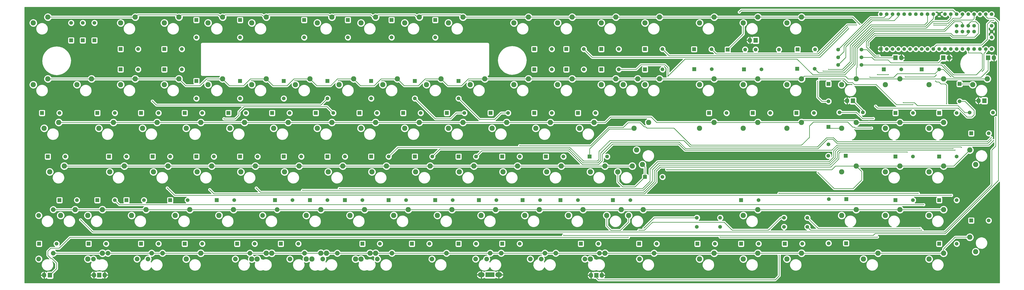
<source format=gbr>
G04 #@! TF.FileFunction,Copper,L2,Bot,Signal*
%FSLAX46Y46*%
G04 Gerber Fmt 4.6, Leading zero omitted, Abs format (unit mm)*
G04 Created by KiCad (PCBNEW 4.0.5+dfsg1-4) date Tue Aug 15 23:30:36 2017*
%MOMM*%
%LPD*%
G01*
G04 APERTURE LIST*
%ADD10C,0.100000*%
%ADD11O,1.905000X2.159000*%
%ADD12R,1.905000X2.159000*%
%ADD13O,2.905000X2.159000*%
%ADD14R,3.905000X2.159000*%
%ADD15C,2.286000*%
%ADD16C,2.032000*%
%ADD17C,1.651000*%
%ADD18R,1.651000X1.651000*%
%ADD19C,1.600000*%
%ADD20R,1.600000X1.600000*%
%ADD21C,0.400000*%
%ADD22C,0.250000*%
%ADD23C,0.254000*%
G04 APERTURE END LIST*
D10*
D11*
X334030000Y-30450000D03*
D12*
X336570000Y-30450000D03*
D11*
X376430000Y-56900000D03*
D12*
X378970000Y-56900000D03*
D11*
X433730000Y-56850000D03*
D12*
X436270000Y-56850000D03*
D11*
X269440000Y-133150000D03*
X264760000Y-133150000D03*
D12*
X267100000Y-133150000D03*
D13*
X224560000Y-132950000D03*
X216940000Y-132950000D03*
D14*
X220750000Y-132950000D03*
D11*
X52740000Y-133050000D03*
X48060000Y-133050000D03*
D12*
X50400000Y-133050000D03*
D11*
X26330000Y-133100000D03*
D12*
X28870000Y-133100000D03*
D15*
X285115000Y-47307500D03*
X278765000Y-49847500D03*
X294640000Y-47307500D03*
X288290000Y-49847500D03*
X275590000Y-47307500D03*
X269240000Y-49847500D03*
X287496000Y-104458000D03*
X281146000Y-106998000D03*
X277955000Y-104458000D03*
X271605000Y-106998000D03*
X282735000Y-85407500D03*
X276385000Y-87947500D03*
X284655000Y-78422500D03*
X287195000Y-84772500D03*
X270828000Y-85407500D03*
X264478000Y-87947500D03*
X123190000Y-123508000D03*
X116840000Y-126048000D03*
D16*
X225596000Y-123508000D03*
X219246000Y-126048000D03*
X220821000Y-123508000D03*
X214471000Y-126048000D03*
D15*
X270828000Y-123508000D03*
X264478000Y-126048000D03*
D16*
X268446000Y-123508000D03*
X262096000Y-126048000D03*
X249396000Y-123508000D03*
X243046000Y-126048000D03*
X244634000Y-123508000D03*
X238284000Y-126048000D03*
D15*
X168434000Y-123508000D03*
X162084000Y-126048000D03*
X170812000Y-123508000D03*
X164462000Y-126048000D03*
D16*
X177965000Y-123508000D03*
X171615000Y-126048000D03*
X154146000Y-123508000D03*
X147796000Y-126048000D03*
D15*
X147002000Y-123508000D03*
X140652000Y-126048000D03*
D16*
X139827000Y-123508000D03*
X133477000Y-126048000D03*
X116027000Y-123508000D03*
X109677000Y-126048000D03*
D15*
X149384000Y-123508000D03*
X143034000Y-126048000D03*
X125555000Y-123508000D03*
X119205000Y-126048000D03*
X51736600Y-104458000D03*
X45386600Y-106998000D03*
X39847800Y-104458000D03*
X33497800Y-106998000D03*
D16*
X30305400Y-104458000D03*
X23955400Y-106998000D03*
X77946200Y-123508000D03*
X71596200Y-126048000D03*
X73183800Y-123508000D03*
X66833800Y-126048000D03*
X54133800Y-123508000D03*
X47783800Y-126048000D03*
D15*
X51752500Y-123508000D03*
X45402500Y-126048000D03*
D17*
X247650000Y-34290000D03*
D18*
X240030000Y-34290000D03*
D17*
X261620000Y-34290000D03*
D18*
X254000000Y-34290000D03*
D17*
X276860000Y-34290000D03*
D18*
X269240000Y-34290000D03*
D17*
X295910000Y-34290000D03*
D18*
X288290000Y-34290000D03*
D17*
X317310000Y-34350000D03*
D18*
X309690000Y-34350000D03*
D17*
X331960000Y-34500000D03*
D18*
X324340000Y-34500000D03*
D17*
X362410000Y-34400000D03*
D18*
X354790000Y-34400000D03*
D17*
X38100000Y-22860000D03*
D18*
X38100000Y-30480000D03*
D17*
X207010000Y-55880000D03*
D18*
X207010000Y-48260000D03*
D17*
X247650000Y-43180000D03*
D18*
X240030000Y-43180000D03*
D17*
X261620000Y-43180000D03*
D18*
X254000000Y-43180000D03*
D17*
X276860000Y-43180000D03*
D18*
X269240000Y-43180000D03*
D17*
X295910000Y-43180000D03*
D18*
X288290000Y-43180000D03*
D17*
X317360000Y-43050000D03*
D18*
X309740000Y-43050000D03*
D17*
X339090000Y-43180000D03*
D18*
X331470000Y-43180000D03*
D17*
X362260000Y-42900000D03*
D18*
X354640000Y-42900000D03*
D17*
X368300000Y-57160000D03*
D18*
X368300000Y-49540000D03*
D17*
X400050000Y-43180000D03*
D18*
X392430000Y-43180000D03*
D17*
X416560000Y-43180000D03*
D18*
X408940000Y-43180000D03*
D17*
X425450000Y-57150000D03*
D18*
X425450000Y-49530000D03*
D17*
X228600000Y-62230000D03*
D18*
X220980000Y-62230000D03*
D17*
X247650000Y-62230000D03*
D18*
X240030000Y-62230000D03*
D17*
X266700000Y-62230000D03*
D18*
X259080000Y-62230000D03*
D17*
X323850000Y-62230000D03*
D18*
X316230000Y-62230000D03*
D17*
X342900000Y-62230000D03*
D18*
X335280000Y-62230000D03*
D17*
X361950000Y-62230000D03*
D18*
X354330000Y-62230000D03*
D17*
X368300000Y-75910000D03*
D18*
X368300000Y-68290000D03*
D17*
X405130000Y-62230000D03*
D18*
X397510000Y-62230000D03*
D17*
X424180000Y-62230000D03*
D18*
X416560000Y-62230000D03*
D17*
X233680000Y-81280000D03*
D18*
X226060000Y-81280000D03*
D17*
X252730000Y-81280000D03*
D18*
X245110000Y-81280000D03*
D17*
X271780000Y-81280000D03*
D18*
X264160000Y-81280000D03*
D17*
X295910000Y-90170000D03*
D18*
X288290000Y-90170000D03*
D17*
X368240000Y-80950000D03*
D18*
X375860000Y-80950000D03*
D17*
X405130000Y-81280000D03*
D18*
X397510000Y-81280000D03*
D17*
X424180000Y-81280000D03*
D18*
X416560000Y-81280000D03*
D17*
X438150000Y-71120000D03*
D18*
X430530000Y-71120000D03*
D17*
X223520000Y-100330000D03*
D18*
X215900000Y-100330000D03*
D17*
X242570000Y-100330000D03*
D18*
X234950000Y-100330000D03*
D17*
X259080000Y-100330000D03*
D18*
X251460000Y-100330000D03*
D17*
X281940000Y-100330000D03*
D18*
X274320000Y-100330000D03*
D17*
X337820000Y-100330000D03*
D18*
X330200000Y-100330000D03*
D17*
X368490000Y-99900000D03*
D18*
X376110000Y-99900000D03*
D17*
X405130000Y-100330000D03*
D18*
X397510000Y-100330000D03*
D17*
X424180000Y-100330000D03*
D18*
X416560000Y-100330000D03*
D17*
X233680000Y-119380000D03*
D18*
X226060000Y-119380000D03*
D17*
X267970000Y-119380000D03*
D18*
X260350000Y-119380000D03*
D17*
X293370000Y-119380000D03*
D18*
X285750000Y-119380000D03*
D17*
X318770000Y-119380000D03*
D18*
X311150000Y-119380000D03*
D17*
X337820000Y-119380000D03*
D18*
X330200000Y-119380000D03*
D17*
X356870000Y-119380000D03*
D18*
X349250000Y-119380000D03*
D17*
X368340000Y-119150000D03*
D18*
X375960000Y-119150000D03*
D17*
X424180000Y-119380000D03*
D18*
X416560000Y-119380000D03*
D17*
X438150000Y-109220000D03*
D18*
X430530000Y-109220000D03*
D17*
X67310000Y-34290000D03*
D18*
X59690000Y-34290000D03*
D17*
X86360000Y-34290000D03*
D18*
X78740000Y-34290000D03*
D17*
X92710000Y-29210000D03*
D18*
X92710000Y-21590000D03*
D17*
X111760000Y-29210000D03*
D18*
X111760000Y-21590000D03*
D17*
X139700000Y-29210000D03*
D18*
X139700000Y-21590000D03*
D17*
X158750000Y-29210000D03*
D18*
X158750000Y-21590000D03*
D17*
X177800000Y-29210000D03*
D18*
X177800000Y-21590000D03*
D17*
X196850000Y-29210000D03*
D18*
X196850000Y-21590000D03*
D17*
X43180000Y-22860000D03*
D18*
X43180000Y-30480000D03*
D17*
X48260000Y-22860000D03*
D18*
X48260000Y-30480000D03*
D17*
X67310000Y-43180000D03*
D18*
X59690000Y-43180000D03*
D17*
X86360000Y-43180000D03*
D18*
X78740000Y-43180000D03*
D17*
X92710000Y-55880000D03*
D18*
X92710000Y-48260000D03*
D17*
X111760000Y-55880000D03*
D18*
X111760000Y-48260000D03*
D17*
X130810000Y-55880000D03*
D18*
X130810000Y-48260000D03*
D17*
X149860000Y-55880000D03*
D18*
X149860000Y-48260000D03*
D17*
X168910000Y-55880000D03*
D18*
X168910000Y-48260000D03*
D17*
X187960000Y-55880000D03*
D18*
X187960000Y-48260000D03*
D17*
X33020000Y-62230000D03*
D18*
X25400000Y-62230000D03*
D17*
X57150000Y-62230000D03*
D18*
X49530000Y-62230000D03*
D17*
X76200000Y-62230000D03*
D18*
X68580000Y-62230000D03*
D17*
X95250000Y-62230000D03*
D18*
X87630000Y-62230000D03*
D17*
X114300000Y-62230000D03*
D18*
X106680000Y-62230000D03*
D17*
X133350000Y-62230000D03*
D18*
X125730000Y-62230000D03*
D17*
X152400000Y-62230000D03*
D18*
X144780000Y-62230000D03*
D17*
X171450000Y-62230000D03*
D18*
X163830000Y-62230000D03*
D17*
X190500000Y-62230000D03*
D18*
X182880000Y-62230000D03*
D17*
X209550000Y-62230000D03*
D18*
X201930000Y-62230000D03*
D17*
X35560000Y-81280000D03*
D18*
X27940000Y-81280000D03*
D17*
X62230000Y-81280000D03*
D18*
X54610000Y-81280000D03*
D17*
X81280000Y-81280000D03*
D18*
X73660000Y-81280000D03*
D17*
X100330000Y-81280000D03*
D18*
X92710000Y-81280000D03*
D17*
X119380000Y-81280000D03*
D18*
X111760000Y-81280000D03*
D17*
X138430000Y-81280000D03*
D18*
X130810000Y-81280000D03*
D17*
X157480000Y-81280000D03*
D18*
X149860000Y-81280000D03*
D17*
X176530000Y-81280000D03*
D18*
X168910000Y-81280000D03*
D17*
X195580000Y-81280000D03*
D18*
X187960000Y-81280000D03*
D17*
X214630000Y-81280000D03*
D18*
X207010000Y-81280000D03*
D17*
X40640000Y-100330000D03*
D18*
X33020000Y-100330000D03*
D17*
X57150000Y-100330000D03*
D18*
X49530000Y-100330000D03*
D17*
X69850000Y-100330000D03*
D18*
X62230000Y-100330000D03*
D17*
X88900000Y-100330000D03*
D18*
X81280000Y-100330000D03*
D17*
X109220000Y-100330000D03*
D18*
X101600000Y-100330000D03*
D17*
X134620000Y-100330000D03*
D18*
X127000000Y-100330000D03*
D17*
X149860000Y-100330000D03*
D18*
X142240000Y-100330000D03*
D17*
X165100000Y-100330000D03*
D18*
X157480000Y-100330000D03*
D17*
X184150000Y-100330000D03*
D18*
X176530000Y-100330000D03*
D17*
X204470000Y-100330000D03*
D18*
X196850000Y-100330000D03*
D17*
X31750000Y-119380000D03*
D18*
X24130000Y-119380000D03*
D17*
X53340000Y-119380000D03*
D18*
X45720000Y-119380000D03*
D17*
X76200000Y-119380000D03*
D18*
X68580000Y-119380000D03*
D17*
X95250000Y-119380000D03*
D18*
X87630000Y-119380000D03*
D17*
X118110000Y-119380000D03*
D18*
X110490000Y-119380000D03*
D17*
X137160000Y-119380000D03*
D18*
X129540000Y-119380000D03*
D17*
X172720000Y-119380000D03*
D18*
X165100000Y-119380000D03*
D17*
X194310000Y-119380000D03*
D18*
X186690000Y-119380000D03*
D17*
X214630000Y-119380000D03*
D18*
X207010000Y-119380000D03*
D15*
X237490000Y-20320000D03*
X231140000Y-22860000D03*
X256540000Y-20320000D03*
X250190000Y-22860000D03*
X275590000Y-20320000D03*
X269240000Y-22860000D03*
X294640000Y-20320000D03*
X288290000Y-22860000D03*
X318452000Y-20320000D03*
X312102000Y-22860000D03*
X337502000Y-20320000D03*
X331152000Y-22860000D03*
X356552000Y-20320000D03*
X350202000Y-22860000D03*
X27940000Y-20320000D03*
X21590000Y-22860000D03*
X218440000Y-47307500D03*
X212090000Y-49847500D03*
X237490000Y-47307500D03*
X231140000Y-49847500D03*
X256540000Y-47307500D03*
X250190000Y-49847500D03*
X318452000Y-47307500D03*
X312102000Y-49847500D03*
X337502000Y-47307500D03*
X331152000Y-49847500D03*
X356552000Y-47307500D03*
X350202000Y-49847500D03*
X380365000Y-47307500D03*
X374015000Y-49847500D03*
X399415000Y-47307500D03*
X393065000Y-49847500D03*
X418465000Y-47307500D03*
X412115000Y-49847500D03*
X437515000Y-47307500D03*
X431165000Y-49847500D03*
X227965000Y-66357500D03*
X221615000Y-68897500D03*
X247015000Y-66357500D03*
X240665000Y-68897500D03*
X266065000Y-66357500D03*
X259715000Y-68897500D03*
X318452000Y-66357500D03*
X312102000Y-68897500D03*
X337502000Y-66357500D03*
X331152000Y-68897500D03*
X356552000Y-66357500D03*
X350202000Y-68897500D03*
X380365000Y-66357500D03*
X374015000Y-68897500D03*
X399415000Y-66357500D03*
X393065000Y-68897500D03*
X418465000Y-66357500D03*
X412115000Y-68897500D03*
X232728000Y-85407500D03*
X226378000Y-87947500D03*
X251778000Y-85407500D03*
X245428000Y-87947500D03*
X289878000Y-66357500D03*
X283528000Y-68897500D03*
X380365000Y-85407500D03*
X374015000Y-87947500D03*
X399415000Y-85407500D03*
X393065000Y-87947500D03*
X418465000Y-85407500D03*
X412115000Y-87947500D03*
X429895000Y-78422500D03*
X432435000Y-84772500D03*
X223202000Y-104458000D03*
X216852000Y-106998000D03*
X242252000Y-104458000D03*
X235902000Y-106998000D03*
X261302000Y-104458000D03*
X254952000Y-106998000D03*
X337502000Y-104458000D03*
X331152000Y-106998000D03*
X380365000Y-104458000D03*
X374015000Y-106998000D03*
X399415000Y-104458000D03*
X393065000Y-106998000D03*
X418465000Y-104458000D03*
X412115000Y-106998000D03*
D16*
X292249000Y-123508000D03*
X285899000Y-126048000D03*
D15*
X318452000Y-123508000D03*
X312102000Y-126048000D03*
X337502000Y-123508000D03*
X331152000Y-126048000D03*
X356552000Y-123508000D03*
X350202000Y-126048000D03*
X389890000Y-123508000D03*
X383540000Y-126048000D03*
X418465000Y-123508000D03*
X412115000Y-126048000D03*
X429895000Y-116522000D03*
X432435000Y-122872000D03*
X66040000Y-20320000D03*
X59690000Y-22860000D03*
X85090000Y-20320000D03*
X78740000Y-22860000D03*
X104140000Y-20320000D03*
X97790000Y-22860000D03*
X123190000Y-20320000D03*
X116840000Y-22860000D03*
X151765000Y-20320000D03*
X145415000Y-22860000D03*
X170815000Y-20320000D03*
X164465000Y-22860000D03*
X189865000Y-20320000D03*
X183515000Y-22860000D03*
X208915000Y-20320000D03*
X202565000Y-22860000D03*
X27940000Y-47307500D03*
X21590000Y-49847500D03*
X46990000Y-47307500D03*
X40640000Y-49847500D03*
X66040000Y-47307500D03*
X59690000Y-49847500D03*
X85090000Y-47307500D03*
X78740000Y-49847500D03*
X104140000Y-47307500D03*
X97790000Y-49847500D03*
X123190000Y-47307500D03*
X116840000Y-49847500D03*
X142240000Y-47307500D03*
X135890000Y-49847500D03*
X161290000Y-47307500D03*
X154940000Y-49847500D03*
X180340000Y-47307500D03*
X173990000Y-49847500D03*
X199390000Y-47307500D03*
X193040000Y-49847500D03*
X32702500Y-66357500D03*
X26352500Y-68897500D03*
X56515000Y-66357500D03*
X50165000Y-68897500D03*
X75565000Y-66357500D03*
X69215000Y-68897500D03*
X94615000Y-66357500D03*
X88265000Y-68897500D03*
X113665000Y-66357500D03*
X107315000Y-68897500D03*
X132715000Y-66357500D03*
X126365000Y-68897500D03*
X151765000Y-66357500D03*
X145415000Y-68897500D03*
X170815000Y-66357500D03*
X164465000Y-68897500D03*
X189865000Y-66357500D03*
X183515000Y-68897500D03*
X208915000Y-66357500D03*
X202565000Y-68897500D03*
X35084700Y-85407500D03*
X28734700Y-87947500D03*
X61277500Y-85407500D03*
X54927500Y-87947500D03*
X80327500Y-85407500D03*
X73977500Y-87947500D03*
X99377500Y-85407500D03*
X93027500Y-87947500D03*
X118428000Y-85407500D03*
X112078000Y-87947500D03*
X137478000Y-85407500D03*
X131128000Y-87947500D03*
X156528000Y-85407500D03*
X150178000Y-87947500D03*
X175578000Y-85407500D03*
X169228000Y-87947500D03*
X194628000Y-85407500D03*
X188278000Y-87947500D03*
X213678000Y-85407500D03*
X207328000Y-87947500D03*
X70802500Y-104458000D03*
X64452500Y-106998000D03*
X89852500Y-104458000D03*
X83502500Y-106998000D03*
X108902000Y-104458000D03*
X102552000Y-106998000D03*
D16*
X127952000Y-104458000D03*
X121602000Y-106998000D03*
D15*
X147002000Y-104458000D03*
X140652000Y-106998000D03*
X166052000Y-104458000D03*
X159702000Y-106998000D03*
X185102000Y-104458000D03*
X178752000Y-106998000D03*
X204152000Y-104458000D03*
X197802000Y-106998000D03*
D16*
X30322800Y-123508000D03*
X23972800Y-126048000D03*
D15*
X94615000Y-123508000D03*
X88265000Y-126048000D03*
D16*
X201769000Y-123508000D03*
X195419000Y-126048000D03*
D11*
X400050000Y-38100000D03*
D12*
X397510000Y-38100000D03*
D11*
X420878000Y-38100000D03*
D12*
X418338000Y-38100000D03*
D11*
X440436000Y-38100000D03*
D12*
X437896000Y-38100000D03*
D19*
X411480000Y-34290000D03*
X414020000Y-34290000D03*
X416560000Y-34290000D03*
X408940000Y-34290000D03*
X406400000Y-34290000D03*
X403860000Y-34290000D03*
X401320000Y-34290000D03*
X398780000Y-34290000D03*
X396240000Y-34290000D03*
X393700000Y-34290000D03*
D20*
X391160000Y-34290000D03*
D19*
X419100000Y-34290000D03*
X421640000Y-34290000D03*
X424180000Y-34290000D03*
X426720000Y-34290000D03*
X429260000Y-34290000D03*
X431800000Y-34290000D03*
X434340000Y-34290000D03*
X436880000Y-34290000D03*
X439420000Y-34290000D03*
X439420000Y-29210000D03*
X439420000Y-26670000D03*
X439420000Y-24130000D03*
X439420000Y-19050000D03*
X436880000Y-19050000D03*
X434340000Y-19050000D03*
X431800000Y-19050000D03*
X429260000Y-19050000D03*
X426720000Y-19050000D03*
X424180000Y-19050000D03*
X421640000Y-19050000D03*
X419100000Y-19050000D03*
X416560000Y-19050000D03*
X414020000Y-19050000D03*
X411480000Y-19050000D03*
X408940000Y-19050000D03*
X406400000Y-19050000D03*
X403860000Y-19050000D03*
X401320000Y-19050000D03*
X398780000Y-19050000D03*
X396240000Y-19050000D03*
X393700000Y-19050000D03*
X391160000Y-19050000D03*
X424180000Y-24130000D03*
X426720000Y-24130000D03*
X429260000Y-24130000D03*
X431800000Y-24130000D03*
X424180000Y-26670000D03*
X426720000Y-26670000D03*
X429260000Y-26670000D03*
X431800000Y-26670000D03*
D17*
X346680000Y-34500000D03*
X336520000Y-34500000D03*
X372500000Y-34560000D03*
X382660000Y-34560000D03*
X373070000Y-61950000D03*
X383230000Y-61950000D03*
X429820000Y-62000000D03*
X439980000Y-62000000D03*
X372500000Y-37940000D03*
X382660000Y-37940000D03*
X372500000Y-41250000D03*
X382660000Y-41250000D03*
X321080000Y-112000000D03*
X310920000Y-112000000D03*
X321080000Y-108000000D03*
X310920000Y-108000000D03*
X359080000Y-108000000D03*
X348920000Y-108000000D03*
X348920000Y-112000000D03*
X359080000Y-112000000D03*
D21*
X387050000Y-68800000D03*
X233650000Y-76500000D03*
X409800000Y-102300000D03*
X419800000Y-58250000D03*
X414900000Y-48200000D03*
X80000000Y-95000000D03*
X421900000Y-98200000D03*
X415300000Y-45600000D03*
X402700000Y-79300000D03*
X98500000Y-95700000D03*
X401700000Y-46500000D03*
X118800000Y-95000000D03*
X423450000Y-78500000D03*
X104700000Y-64750000D03*
X155000000Y-95200000D03*
X426250000Y-77250000D03*
X73500000Y-57000000D03*
X439250000Y-73000000D03*
X439250000Y-74000000D03*
X435250000Y-44000000D03*
X440250000Y-74250000D03*
X377100000Y-25300000D03*
X376650000Y-24550000D03*
X42200000Y-108900000D03*
X441200000Y-64200000D03*
X414150000Y-23000000D03*
X380550000Y-23750000D03*
X329400000Y-18100000D03*
X252800000Y-115700000D03*
X298300000Y-46100000D03*
X363550000Y-48400000D03*
X365950000Y-43950000D03*
X368300000Y-43150000D03*
X364500000Y-47350000D03*
X405150000Y-58600000D03*
X386300000Y-46550000D03*
X421700000Y-46500000D03*
X390300000Y-37300000D03*
X388800000Y-59200000D03*
X390450000Y-65450000D03*
X418750000Y-41500000D03*
X139000000Y-96000000D03*
X422650000Y-77750000D03*
X419750000Y-23750000D03*
X414200000Y-23750000D03*
X382000000Y-23500000D03*
X385550000Y-32950000D03*
X385950000Y-66350000D03*
X297750000Y-87000000D03*
X363750000Y-88250000D03*
X281000000Y-116550000D03*
X287850000Y-112500000D03*
X285650000Y-113450000D03*
X346750000Y-124450000D03*
X409000000Y-113450000D03*
X440300000Y-21850000D03*
X408250000Y-112650000D03*
X346700000Y-97350000D03*
X407400000Y-97350000D03*
X387850000Y-64650000D03*
X400900000Y-57700000D03*
X321050000Y-116450000D03*
X389600000Y-116450000D03*
X394450000Y-45450000D03*
X389600000Y-45450000D03*
D22*
X264550000Y-76500000D02*
X233650000Y-76500000D01*
X272500000Y-68550000D02*
X264550000Y-76500000D01*
X278800000Y-68550000D02*
X272500000Y-68550000D01*
X280900000Y-66450000D02*
X278800000Y-68550000D01*
X286150000Y-66450000D02*
X280900000Y-66450000D01*
X287900000Y-68200000D02*
X286150000Y-66450000D01*
X288500000Y-68200000D02*
X287900000Y-68200000D01*
X289100000Y-68800000D02*
X288500000Y-68200000D01*
X300850000Y-68800000D02*
X289100000Y-68800000D01*
X308350000Y-76300000D02*
X300850000Y-68800000D01*
X356550000Y-76300000D02*
X308350000Y-76300000D01*
X359950000Y-72900000D02*
X356550000Y-76300000D01*
X359950000Y-67900000D02*
X359950000Y-72900000D01*
X361650000Y-66200000D02*
X359950000Y-67900000D01*
X376650000Y-66200000D02*
X361650000Y-66200000D01*
X378850000Y-68400000D02*
X376650000Y-66200000D01*
X379550000Y-68400000D02*
X378850000Y-68400000D01*
X379950000Y-68800000D02*
X379550000Y-68400000D01*
X385500000Y-68800000D02*
X379950000Y-68800000D01*
X387050000Y-68800000D02*
X385500000Y-68800000D01*
X228600000Y-62230000D02*
X225520000Y-62230000D01*
X216130000Y-65000000D02*
X207010000Y-55880000D01*
X222750000Y-65000000D02*
X216130000Y-65000000D01*
X225520000Y-62230000D02*
X222750000Y-65000000D01*
X59120000Y-102300000D02*
X59020000Y-102200000D01*
X59020000Y-102200000D02*
X57150000Y-100330000D01*
X408100000Y-102300000D02*
X59120000Y-102300000D01*
X409800000Y-102300000D02*
X408100000Y-102300000D01*
X414900000Y-48200000D02*
X415400000Y-48700000D01*
X415400000Y-48700000D02*
X416500000Y-48700000D01*
X416500000Y-48700000D02*
X417300000Y-49500000D01*
X417300000Y-49500000D02*
X419200000Y-49500000D01*
X419200000Y-49500000D02*
X419800000Y-50100000D01*
X419800000Y-50100000D02*
X419800000Y-58250000D01*
X406100000Y-98200000D02*
X83200000Y-98200000D01*
X83200000Y-98200000D02*
X80000000Y-95000000D01*
X421500000Y-98200000D02*
X406100000Y-98200000D01*
X421900000Y-98200000D02*
X421500000Y-98200000D01*
X402100000Y-46500000D02*
X401700000Y-46500000D01*
X415300000Y-45600000D02*
X414400000Y-46500000D01*
X414400000Y-46500000D02*
X402100000Y-46500000D01*
X402700000Y-79300000D02*
X402600000Y-79200000D01*
X402600000Y-79200000D02*
X373400000Y-79200000D01*
X373400000Y-79200000D02*
X372800000Y-79800000D01*
X372800000Y-79800000D02*
X372800000Y-82300000D01*
X372800000Y-82300000D02*
X369300000Y-85800000D01*
X369300000Y-85800000D02*
X295000000Y-85800000D01*
X295000000Y-85800000D02*
X293100000Y-87700000D01*
X293100000Y-87700000D02*
X293100000Y-92500000D01*
X293100000Y-92500000D02*
X288100000Y-97500000D01*
X288100000Y-97500000D02*
X100300000Y-97500000D01*
X100300000Y-97500000D02*
X98500000Y-95700000D01*
X120600000Y-96800000D02*
X118800000Y-95000000D01*
X287800000Y-96800000D02*
X156000000Y-96800000D01*
X292300000Y-92300000D02*
X287800000Y-96800000D01*
X292300000Y-87400000D02*
X292300000Y-92300000D01*
X294700000Y-85000000D02*
X292300000Y-87400000D01*
X369000000Y-85000000D02*
X294700000Y-85000000D01*
X372100000Y-81900000D02*
X369000000Y-85000000D01*
X372100000Y-79400000D02*
X372100000Y-81900000D01*
X373000000Y-78500000D02*
X372100000Y-79400000D01*
X404000000Y-78500000D02*
X373000000Y-78500000D01*
X418800000Y-78500000D02*
X404000000Y-78500000D01*
X156000000Y-96800000D02*
X120600000Y-96800000D01*
X423450000Y-78500000D02*
X418800000Y-78500000D01*
X109550000Y-64800000D02*
X111200000Y-63150000D01*
X111200000Y-63150000D02*
X111200000Y-61650000D01*
X111200000Y-61650000D02*
X113449998Y-59400002D01*
X113449998Y-59400002D02*
X149570002Y-59400002D01*
X152400000Y-62230000D02*
X149570002Y-59400002D01*
X104750000Y-64800000D02*
X108850000Y-64800000D01*
X104700000Y-64750000D02*
X104750000Y-64800000D01*
X108850000Y-64800000D02*
X109550000Y-64800000D01*
X159300039Y-95200000D02*
X155000000Y-95200000D01*
X287250000Y-95250000D02*
X159300039Y-95200000D01*
X159300039Y-95200000D02*
X159300000Y-95200000D01*
X290500000Y-92000000D02*
X287250000Y-95250000D01*
X290500000Y-86750000D02*
X290500000Y-92000000D01*
X293750000Y-83500000D02*
X290500000Y-86750000D01*
X368500000Y-83500000D02*
X293750000Y-83500000D01*
X370500000Y-81500000D02*
X368500000Y-83500000D01*
X370500000Y-78750000D02*
X370500000Y-81500000D01*
X372250000Y-77000000D02*
X370500000Y-78750000D01*
X426000000Y-77000000D02*
X372250000Y-77000000D01*
X426250000Y-77250000D02*
X426000000Y-77000000D01*
X75250000Y-58750000D02*
X73500000Y-57000000D01*
X146990000Y-58750000D02*
X149860000Y-55880000D01*
X99250000Y-58750000D02*
X146990000Y-58750000D01*
X99250000Y-58750000D02*
X75250000Y-58750000D01*
X273000000Y-74250000D02*
X305250000Y-74250000D01*
X268250000Y-79000000D02*
X268250000Y-82500000D01*
X268250000Y-82500000D02*
X267500000Y-83250000D01*
X267500000Y-83250000D02*
X261500000Y-83250000D01*
X261500000Y-83250000D02*
X255500000Y-77250000D01*
X255500000Y-77250000D02*
X180560000Y-77250000D01*
X176530000Y-81280000D02*
X180560000Y-77250000D01*
X273000000Y-74250000D02*
X268250000Y-79000000D01*
X363500000Y-77000000D02*
X308000000Y-77000000D01*
X367459621Y-73040379D02*
X370459621Y-73040379D01*
X367459621Y-73040379D02*
X363500000Y-77000000D01*
X305250000Y-74250000D02*
X308000000Y-77000000D01*
X372169242Y-74750000D02*
X370459621Y-73040379D01*
X370459621Y-73040379D02*
X370419242Y-73000000D01*
X437500000Y-74750000D02*
X372169242Y-74750000D01*
X439250000Y-73000000D02*
X437500000Y-74750000D01*
X306750000Y-77750000D02*
X306000000Y-77750000D01*
X270250000Y-78500000D02*
X269250000Y-79500000D01*
X269250000Y-79500000D02*
X269000000Y-79750000D01*
X269000000Y-79750000D02*
X269000000Y-82750000D01*
X269000000Y-82750000D02*
X267750000Y-84000000D01*
X267750000Y-84000000D02*
X261250000Y-84000000D01*
X261250000Y-84000000D02*
X260250000Y-83000000D01*
X367750000Y-73750000D02*
X363750000Y-77750000D01*
X363750000Y-77750000D02*
X352750000Y-77750000D01*
X436880000Y-34290000D02*
X436880000Y-35370000D01*
X198860000Y-78000000D02*
X195580000Y-81280000D01*
X255250000Y-78000000D02*
X198860000Y-78000000D01*
X260250000Y-83000000D02*
X255250000Y-78000000D01*
X352750000Y-77750000D02*
X306750000Y-77750000D01*
X372000000Y-75500000D02*
X370250000Y-73750000D01*
X437750000Y-75500000D02*
X372000000Y-75500000D01*
X439250000Y-74000000D02*
X437750000Y-75500000D01*
X436000000Y-43250000D02*
X435250000Y-44000000D01*
X436000000Y-36250000D02*
X436000000Y-43250000D01*
X436880000Y-35370000D02*
X436000000Y-36250000D01*
X370250000Y-73750000D02*
X367750000Y-73750000D01*
X273750000Y-75000000D02*
X270250000Y-78500000D01*
X303250000Y-75000000D02*
X273750000Y-75000000D01*
X306000000Y-77750000D02*
X303250000Y-75000000D01*
X274250000Y-75750000D02*
X303000000Y-75750000D01*
X270750000Y-79250000D02*
X269750000Y-80250000D01*
X269750000Y-80250000D02*
X269750000Y-83000000D01*
X269750000Y-83000000D02*
X268000000Y-84750000D01*
X268000000Y-84750000D02*
X261000000Y-84750000D01*
X261000000Y-84750000D02*
X260000000Y-83750000D01*
X440250000Y-74250000D02*
X438250000Y-76250000D01*
X438250000Y-76250000D02*
X372000000Y-76250000D01*
X372000000Y-76250000D02*
X369750000Y-78500000D01*
X369750000Y-78500000D02*
X305750000Y-78500000D01*
X260000000Y-83750000D02*
X255000000Y-78750000D01*
X255000000Y-78750000D02*
X217160000Y-78750000D01*
X214630000Y-81280000D02*
X217160000Y-78750000D01*
X274250000Y-75750000D02*
X270750000Y-79250000D01*
X303000000Y-75750000D02*
X305750000Y-78500000D01*
X209550000Y-62230000D02*
X206020000Y-62230000D01*
X196830000Y-64750000D02*
X187960000Y-55880000D01*
X203500000Y-64750000D02*
X196830000Y-64750000D01*
X206020000Y-62230000D02*
X203500000Y-64750000D01*
X265230000Y-37900000D02*
X261620000Y-34290000D01*
X364500000Y-37900000D02*
X265230000Y-37900000D01*
X377100000Y-25300000D02*
X364500000Y-37900000D01*
X376650000Y-24550000D02*
X364050000Y-37150000D01*
X364050000Y-37150000D02*
X298770000Y-37150000D01*
X298770000Y-37150000D02*
X295910000Y-34290000D01*
X47500000Y-114200000D02*
X42200000Y-108900000D01*
X418900000Y-114200000D02*
X47500000Y-114200000D01*
X439500000Y-93600000D02*
X418900000Y-114200000D01*
X439500000Y-78400000D02*
X439500000Y-93600000D01*
X441200000Y-76700000D02*
X439500000Y-78400000D01*
X441200000Y-64200000D02*
X441200000Y-76700000D01*
X426720000Y-19050000D02*
X426720000Y-19780000D01*
X426720000Y-19780000D02*
X425650000Y-20850000D01*
X425650000Y-20850000D02*
X422650000Y-20850000D01*
X422650000Y-20850000D02*
X420500000Y-23000000D01*
X420500000Y-23000000D02*
X414150000Y-23000000D01*
X380550000Y-23750000D02*
X380500000Y-23700000D01*
X380500000Y-23700000D02*
X376400000Y-23700000D01*
X376400000Y-23700000D02*
X363700000Y-36400000D01*
X363700000Y-36400000D02*
X319360000Y-36400000D01*
X319360000Y-36400000D02*
X317310000Y-34350000D01*
X330250000Y-17250000D02*
X329400000Y-18100000D01*
X422500000Y-17250000D02*
X330250000Y-17250000D01*
X422500000Y-17250000D02*
X424180000Y-18930000D01*
X424180000Y-19050000D02*
X424180000Y-18930000D01*
X390500000Y-114900000D02*
X388600000Y-114900000D01*
X419200000Y-114900000D02*
X390500000Y-114900000D01*
X442400000Y-91700000D02*
X419200000Y-114900000D01*
X442400000Y-22500000D02*
X442400000Y-91700000D01*
X440700000Y-20800000D02*
X442400000Y-22500000D01*
X437700000Y-20800000D02*
X440700000Y-20800000D01*
X436880000Y-19980000D02*
X437700000Y-20800000D01*
X436880000Y-19050000D02*
X436880000Y-19980000D01*
X387800000Y-115700000D02*
X252800000Y-115700000D01*
X388600000Y-114900000D02*
X387800000Y-115700000D01*
X354600000Y-38650000D02*
X361400000Y-45450000D01*
X305750000Y-38650000D02*
X354600000Y-38650000D01*
X431800000Y-20900000D02*
X431150000Y-21550000D01*
X431150000Y-21550000D02*
X422950000Y-21550000D01*
X422950000Y-21550000D02*
X418700000Y-25800000D01*
X418700000Y-25800000D02*
X387950000Y-25800000D01*
X387950000Y-25800000D02*
X380000000Y-33750000D01*
X380000000Y-33750000D02*
X380000000Y-40900000D01*
X380000000Y-40900000D02*
X375450000Y-45450000D01*
X375450000Y-45450000D02*
X368400000Y-45450000D01*
X298300000Y-46100000D02*
X305750000Y-38650000D01*
X431800000Y-20900000D02*
X431800000Y-19050000D01*
X361400000Y-45450000D02*
X368400000Y-45450000D01*
X276860000Y-43180000D02*
X284420000Y-43180000D01*
X298300000Y-42400000D02*
X298300000Y-46100000D01*
X297000000Y-41100000D02*
X298300000Y-42400000D01*
X286500000Y-41100000D02*
X297000000Y-41100000D01*
X284420000Y-43180000D02*
X286500000Y-41100000D01*
X366350000Y-43950000D02*
X365950000Y-43950000D01*
X365410000Y-57160000D02*
X368300000Y-57160000D01*
X363550000Y-55300000D02*
X365410000Y-57160000D01*
X363550000Y-48400000D02*
X363550000Y-55300000D01*
X414020000Y-19050000D02*
X414020000Y-20980000D01*
X374650000Y-43950000D02*
X366350000Y-43950000D01*
X366350000Y-43950000D02*
X366300000Y-43950000D01*
X378550000Y-40050000D02*
X374650000Y-43950000D01*
X378550000Y-33100000D02*
X378550000Y-40050000D01*
X387250000Y-24400000D02*
X378550000Y-33100000D01*
X410600000Y-24400000D02*
X387250000Y-24400000D01*
X414020000Y-20980000D02*
X410600000Y-24400000D01*
X364500000Y-47350000D02*
X375200000Y-47350000D01*
X411480000Y-22420000D02*
X410200000Y-23700000D01*
X410200000Y-23700000D02*
X386700000Y-23700000D01*
X386700000Y-23700000D02*
X377750000Y-32650000D01*
X377750000Y-32650000D02*
X377750000Y-39750000D01*
X377750000Y-39750000D02*
X374350000Y-43150000D01*
X374350000Y-43150000D02*
X368300000Y-43150000D01*
X411480000Y-19050000D02*
X411480000Y-22420000D01*
X397900000Y-58600000D02*
X405150000Y-58600000D01*
X389050000Y-49750000D02*
X397900000Y-58600000D01*
X379550000Y-49750000D02*
X389050000Y-49750000D01*
X378750000Y-48950000D02*
X379550000Y-49750000D01*
X376800000Y-48950000D02*
X378750000Y-48950000D01*
X375200000Y-47350000D02*
X376800000Y-48950000D01*
X414745000Y-44995000D02*
X416560000Y-43180000D01*
X414740000Y-45000000D02*
X414745000Y-44995000D01*
X398350000Y-45000000D02*
X414740000Y-45000000D01*
X396750000Y-46600000D02*
X398350000Y-45000000D01*
X386350000Y-46600000D02*
X396750000Y-46600000D01*
X386300000Y-46550000D02*
X386350000Y-46600000D01*
X418380000Y-43180000D02*
X416560000Y-43180000D01*
X421700000Y-46500000D02*
X418380000Y-43180000D01*
X379250000Y-40250000D02*
X379250000Y-40500000D01*
X421640000Y-20760000D02*
X420200000Y-22200000D01*
X420200000Y-22200000D02*
X413800000Y-22200000D01*
X413800000Y-22200000D02*
X410900000Y-25100000D01*
X410900000Y-25100000D02*
X387550000Y-25100000D01*
X387550000Y-25100000D02*
X379250000Y-33400000D01*
X379250000Y-33400000D02*
X379250000Y-40250000D01*
X421640000Y-19050000D02*
X421640000Y-20760000D01*
X364060000Y-44700000D02*
X362260000Y-42900000D01*
X375050000Y-44700000D02*
X364060000Y-44700000D01*
X379250000Y-40500000D02*
X375050000Y-44700000D01*
X429260000Y-26670000D02*
X429260000Y-27440000D01*
X429260000Y-27440000D02*
X428300000Y-28400000D01*
X428300000Y-28400000D02*
X422650000Y-28400000D01*
X422650000Y-28400000D02*
X421650000Y-27400000D01*
X421650000Y-27400000D02*
X388350000Y-27400000D01*
X388350000Y-27400000D02*
X384800000Y-30950000D01*
X384800000Y-30950000D02*
X384800000Y-33300000D01*
X384800000Y-33300000D02*
X388800000Y-37300000D01*
X388800000Y-37300000D02*
X390300000Y-37300000D01*
X388800000Y-59200000D02*
X389700000Y-60100000D01*
X389700000Y-60100000D02*
X424800000Y-60100000D01*
X424800000Y-60100000D02*
X428650000Y-63950000D01*
X428650000Y-63950000D02*
X430800000Y-63950000D01*
X430800000Y-63950000D02*
X431800000Y-62950000D01*
X431800000Y-62950000D02*
X431800000Y-61150000D01*
X431800000Y-61150000D02*
X427800000Y-57150000D01*
X427800000Y-57150000D02*
X425450000Y-57150000D01*
X216940000Y-132950000D02*
X52840000Y-132950000D01*
X52840000Y-132950000D02*
X52740000Y-133050000D01*
X264760000Y-133100000D02*
X224710000Y-133100000D01*
X224710000Y-133100000D02*
X224560000Y-132950000D01*
X48060000Y-133050000D02*
X32550000Y-133050000D01*
X26330000Y-134380000D02*
X26330000Y-133100000D01*
X27200000Y-135250000D02*
X26330000Y-134380000D01*
X30350000Y-135250000D02*
X27200000Y-135250000D01*
X32550000Y-133050000D02*
X30350000Y-135250000D01*
X376430000Y-56900000D02*
X373600000Y-56900000D01*
X382900000Y-65450000D02*
X390450000Y-65450000D01*
X381550000Y-64100000D02*
X382900000Y-65450000D01*
X372250000Y-64100000D02*
X381550000Y-64100000D01*
X370750000Y-62600000D02*
X372250000Y-64100000D01*
X370750000Y-59750000D02*
X370750000Y-62600000D01*
X373600000Y-56900000D02*
X370750000Y-59750000D01*
X440436000Y-38100000D02*
X440436000Y-36814000D01*
X441250000Y-28500000D02*
X439420000Y-26670000D01*
X441250000Y-36000000D02*
X441250000Y-28500000D01*
X440436000Y-36814000D02*
X441250000Y-36000000D01*
X400050000Y-38100000D02*
X414650000Y-38100000D01*
X420000000Y-36250000D02*
X420878000Y-37128000D01*
X416500000Y-36250000D02*
X420000000Y-36250000D01*
X414650000Y-38100000D02*
X416500000Y-36250000D01*
X420878000Y-37128000D02*
X420878000Y-38100000D01*
X391160000Y-34290000D02*
X391160000Y-35160000D01*
X400050000Y-36800000D02*
X400050000Y-38100000D01*
X399250000Y-36000000D02*
X400050000Y-36800000D01*
X392000000Y-36000000D02*
X399250000Y-36000000D01*
X391160000Y-35160000D02*
X392000000Y-36000000D01*
X429260000Y-34290000D02*
X429260000Y-35990000D01*
X422750000Y-45500000D02*
X418750000Y-41500000D01*
X432750000Y-45500000D02*
X422750000Y-45500000D01*
X435349998Y-42900002D02*
X432750000Y-45500000D01*
X435349998Y-36500000D02*
X435349998Y-42900002D01*
X434849998Y-36000000D02*
X435349998Y-36500000D01*
X429270000Y-36000000D02*
X434849998Y-36000000D01*
X429260000Y-35990000D02*
X429270000Y-36000000D01*
X155500000Y-96000000D02*
X139000000Y-96000000D01*
X409750000Y-77750000D02*
X408000000Y-77750000D01*
X310250000Y-84250000D02*
X294250000Y-84250000D01*
X372500000Y-77750000D02*
X371250000Y-79000000D01*
X371250000Y-79000000D02*
X371250000Y-81750000D01*
X371250000Y-81750000D02*
X368750000Y-84250000D01*
X368750000Y-84250000D02*
X310250000Y-84250000D01*
X408000000Y-77750000D02*
X376000000Y-77750000D01*
X376000000Y-77750000D02*
X372500000Y-77750000D01*
X287500000Y-96000000D02*
X155500000Y-96000000D01*
X291500000Y-92000000D02*
X287500000Y-96000000D01*
X291500000Y-87000000D02*
X291500000Y-92000000D01*
X294250000Y-84250000D02*
X291500000Y-87000000D01*
X409750000Y-77750000D02*
X418350000Y-77750000D01*
X422650000Y-77750000D02*
X418350000Y-77750000D01*
X356552000Y-20320000D02*
X378820000Y-20320000D01*
X414200000Y-23750000D02*
X419750000Y-23750000D01*
X378820000Y-20320000D02*
X382000000Y-23500000D01*
X66040000Y-20320000D02*
X27940000Y-20320000D01*
X85090000Y-20320000D02*
X85070000Y-20320000D01*
X85070000Y-20320000D02*
X84000000Y-19250000D01*
X67110000Y-19250000D02*
X66040000Y-20320000D01*
X84000000Y-19250000D02*
X67110000Y-19250000D01*
X104140000Y-20320000D02*
X103320000Y-20320000D01*
X103320000Y-20320000D02*
X102250000Y-19250000D01*
X86160000Y-19250000D02*
X85090000Y-20320000D01*
X102250000Y-19250000D02*
X86160000Y-19250000D01*
X123190000Y-20320000D02*
X122320000Y-20320000D01*
X122320000Y-20320000D02*
X121250000Y-19250000D01*
X105210000Y-19250000D02*
X104140000Y-20320000D01*
X121250000Y-19250000D02*
X105210000Y-19250000D01*
X151765000Y-20320000D02*
X151320000Y-20320000D01*
X151320000Y-20320000D02*
X150250000Y-19250000D01*
X124260000Y-19250000D02*
X123190000Y-20320000D01*
X150250000Y-19250000D02*
X124260000Y-19250000D01*
X170815000Y-20320000D02*
X169820000Y-20320000D01*
X169820000Y-20320000D02*
X168750000Y-19250000D01*
X152835000Y-19250000D02*
X151765000Y-20320000D01*
X168750000Y-19250000D02*
X152835000Y-19250000D01*
X189865000Y-20320000D02*
X189070000Y-20320000D01*
X189070000Y-20320000D02*
X188000000Y-19250000D01*
X171885000Y-19250000D02*
X170815000Y-20320000D01*
X188000000Y-19250000D02*
X171885000Y-19250000D01*
X356552000Y-20320000D02*
X337502000Y-20320000D01*
X337502000Y-20320000D02*
X318452000Y-20320000D01*
X318452000Y-20320000D02*
X294640000Y-20320000D01*
X294640000Y-20320000D02*
X275590000Y-20320000D01*
X275590000Y-20320000D02*
X256540000Y-20320000D01*
X256540000Y-20320000D02*
X237490000Y-20320000D01*
X237490000Y-20320000D02*
X208915000Y-20320000D01*
X208915000Y-20320000D02*
X207845000Y-19250000D01*
X207845000Y-19250000D02*
X190935000Y-19250000D01*
X190935000Y-19250000D02*
X189865000Y-20320000D01*
X380365000Y-47307500D02*
X376807500Y-47307500D01*
X357709500Y-46150000D02*
X356552000Y-47307500D01*
X375650000Y-46150000D02*
X357709500Y-46150000D01*
X376807500Y-47307500D02*
X375650000Y-46150000D01*
X380365000Y-47307500D02*
X380365000Y-42635000D01*
X426720000Y-22970000D02*
X426720000Y-24130000D01*
X426000000Y-22250000D02*
X426720000Y-22970000D01*
X423250000Y-22250000D02*
X426000000Y-22250000D01*
X419000000Y-26500000D02*
X423250000Y-22250000D01*
X388250000Y-26500000D02*
X419000000Y-26500000D01*
X380750000Y-34000000D02*
X388250000Y-26500000D01*
X380750000Y-42250000D02*
X380750000Y-34000000D01*
X380365000Y-42635000D02*
X380750000Y-42250000D01*
X66040000Y-47307500D02*
X46990000Y-47307500D01*
X46990000Y-47307500D02*
X27940000Y-47307500D01*
X85090000Y-47307500D02*
X66040000Y-47307500D01*
X104140000Y-47307500D02*
X97192500Y-47307500D01*
X88032500Y-50250000D02*
X85090000Y-47307500D01*
X94250000Y-50250000D02*
X88032500Y-50250000D01*
X97192500Y-47307500D02*
X94250000Y-50250000D01*
X123190000Y-47307500D02*
X116192500Y-47307500D01*
X107082500Y-50250000D02*
X104140000Y-47307500D01*
X113250000Y-50250000D02*
X107082500Y-50250000D01*
X116192500Y-47307500D02*
X113250000Y-50250000D01*
X142240000Y-47307500D02*
X135192500Y-47307500D01*
X126132500Y-50250000D02*
X123190000Y-47307500D01*
X132250000Y-50250000D02*
X126132500Y-50250000D01*
X135192500Y-47307500D02*
X132250000Y-50250000D01*
X161290000Y-47307500D02*
X154192500Y-47307500D01*
X145182500Y-50250000D02*
X142240000Y-47307500D01*
X151250000Y-50250000D02*
X145182500Y-50250000D01*
X154192500Y-47307500D02*
X151250000Y-50250000D01*
X180340000Y-47307500D02*
X173192500Y-47307500D01*
X164232500Y-50250000D02*
X161290000Y-47307500D01*
X170250000Y-50250000D02*
X164232500Y-50250000D01*
X173192500Y-47307500D02*
X170250000Y-50250000D01*
X199390000Y-47307500D02*
X192442500Y-47307500D01*
X183282500Y-50250000D02*
X180340000Y-47307500D01*
X189500000Y-50250000D02*
X183282500Y-50250000D01*
X192442500Y-47307500D02*
X189500000Y-50250000D01*
X218440000Y-47307500D02*
X211192500Y-47307500D01*
X202332500Y-50250000D02*
X199390000Y-47307500D01*
X208250000Y-50250000D02*
X202332500Y-50250000D01*
X211192500Y-47307500D02*
X208250000Y-50250000D01*
X237490000Y-47307500D02*
X218440000Y-47307500D01*
X256540000Y-47307500D02*
X237490000Y-47307500D01*
X275590000Y-47307500D02*
X256540000Y-47307500D01*
X285115000Y-47307500D02*
X275590000Y-47307500D01*
X294640000Y-47307500D02*
X285115000Y-47307500D01*
X318452000Y-47307500D02*
X294640000Y-47307500D01*
X337502000Y-47307500D02*
X318452000Y-47307500D01*
X356552000Y-47307500D02*
X337502000Y-47307500D01*
X399415000Y-47307500D02*
X380365000Y-47307500D01*
X418465000Y-47307500D02*
X399415000Y-47307500D01*
X437515000Y-47307500D02*
X418465000Y-47307500D01*
X385550000Y-31250000D02*
X385550000Y-32950000D01*
X388650000Y-28150000D02*
X385550000Y-31250000D01*
X421350000Y-28150000D02*
X388650000Y-28150000D01*
X422300000Y-29100000D02*
X421350000Y-28150000D01*
X431950000Y-29100000D02*
X422300000Y-29100000D01*
X433650000Y-27400000D02*
X431950000Y-29100000D01*
X433650000Y-23400000D02*
X433650000Y-27400000D01*
X432500000Y-22250000D02*
X433650000Y-23400000D01*
X430450000Y-22250000D02*
X432500000Y-22250000D01*
X429260000Y-23440000D02*
X430450000Y-22250000D01*
X385950000Y-66350000D02*
X385950000Y-66357500D01*
X385950000Y-66357500D02*
X385950000Y-66350000D01*
X385950000Y-66350000D02*
X385950000Y-66357500D01*
X429260000Y-24130000D02*
X429260000Y-23440000D01*
X266065000Y-66357500D02*
X247015000Y-66357500D01*
X247015000Y-66357500D02*
X227965000Y-66357500D01*
X227965000Y-66357500D02*
X208915000Y-66357500D01*
X208915000Y-66357500D02*
X189865000Y-66357500D01*
X189865000Y-66357500D02*
X170815000Y-66357500D01*
X170815000Y-66357500D02*
X151765000Y-66357500D01*
X151765000Y-66357500D02*
X132715000Y-66357500D01*
X132715000Y-66357500D02*
X113665000Y-66357500D01*
X113665000Y-66357500D02*
X94615000Y-66357500D01*
X94615000Y-66357500D02*
X75565000Y-66357500D01*
X75565000Y-66357500D02*
X56515000Y-66357500D01*
X56515000Y-66357500D02*
X32702500Y-66357500D01*
X318452000Y-66357500D02*
X293357500Y-66357500D01*
X270892500Y-66357500D02*
X266065000Y-66357500D01*
X273250000Y-64000000D02*
X270892500Y-66357500D01*
X291000000Y-64000000D02*
X273250000Y-64000000D01*
X293357500Y-66357500D02*
X291000000Y-64000000D01*
X337502000Y-66357500D02*
X318452000Y-66357500D01*
X356552000Y-66357500D02*
X337502000Y-66357500D01*
X418465000Y-66357500D02*
X399415000Y-66357500D01*
X399415000Y-66357500D02*
X385950000Y-66357500D01*
X385950000Y-66357500D02*
X380365000Y-66357500D01*
X380365000Y-66357500D02*
X379507500Y-65500000D01*
X379507500Y-65500000D02*
X357409500Y-65500000D01*
X357409500Y-65500000D02*
X356552000Y-66357500D01*
X371342500Y-85407500D02*
X369750000Y-87000000D01*
X369750000Y-87000000D02*
X309250000Y-87000000D01*
X371342500Y-85407500D02*
X380365000Y-85407500D01*
X297750000Y-87000000D02*
X309250000Y-87000000D01*
X382750000Y-87792500D02*
X380365000Y-85407500D01*
X382750000Y-91500000D02*
X382750000Y-87792500D01*
X379000000Y-95250000D02*
X382750000Y-91500000D01*
X370750000Y-95250000D02*
X379000000Y-95250000D01*
X363750000Y-88250000D02*
X370750000Y-95250000D01*
X282735000Y-85407500D02*
X270828000Y-85407500D01*
X270828000Y-85407500D02*
X251778000Y-85407500D01*
X251778000Y-85407500D02*
X232728000Y-85407500D01*
X232728000Y-85407500D02*
X213678000Y-85407500D01*
X213678000Y-85407500D02*
X194628000Y-85407500D01*
X194628000Y-85407500D02*
X175578000Y-85407500D01*
X175578000Y-85407500D02*
X156528000Y-85407500D01*
X156528000Y-85407500D02*
X137478000Y-85407500D01*
X137478000Y-85407500D02*
X118428000Y-85407500D01*
X118428000Y-85407500D02*
X99377500Y-85407500D01*
X99377500Y-85407500D02*
X80327500Y-85407500D01*
X80327500Y-85407500D02*
X61277500Y-85407500D01*
X61277500Y-85407500D02*
X35084700Y-85407500D01*
X399415000Y-85407500D02*
X380365000Y-85407500D01*
X418465000Y-85407500D02*
X399415000Y-85407500D01*
X418465000Y-85407500D02*
X422910000Y-85407500D01*
X422910000Y-85407500D02*
X429895000Y-78422500D01*
X30305400Y-104458000D02*
X39847800Y-104458000D01*
X39847800Y-104458000D02*
X51736600Y-104458000D01*
X51736600Y-104458000D02*
X70802500Y-104458000D01*
X70802500Y-104458000D02*
X89852500Y-104458000D01*
X89852500Y-104458000D02*
X108902000Y-104458000D01*
X108902000Y-104458000D02*
X127952000Y-104458000D01*
X127952000Y-104458000D02*
X147002000Y-104458000D01*
X147002000Y-104458000D02*
X166052000Y-104458000D01*
X166052000Y-104458000D02*
X185102000Y-104458000D01*
X185102000Y-104458000D02*
X204152000Y-104458000D01*
X204152000Y-104458000D02*
X223202000Y-104458000D01*
X223202000Y-104458000D02*
X242252000Y-104458000D01*
X242252000Y-104458000D02*
X261302000Y-104458000D01*
X261302000Y-104458000D02*
X277955000Y-104458000D01*
X277955000Y-104458000D02*
X287496000Y-104458000D01*
X287496000Y-104458000D02*
X337502000Y-104458000D01*
X337502000Y-104458000D02*
X380365000Y-104458000D01*
X380365000Y-104458000D02*
X399415000Y-104458000D01*
X399415000Y-104458000D02*
X418465000Y-104458000D01*
X418465000Y-123508000D02*
X389890000Y-123508000D01*
X389890000Y-123508000D02*
X356552000Y-123508000D01*
X356552000Y-123508000D02*
X337502000Y-123508000D01*
X337502000Y-123508000D02*
X318452000Y-123508000D01*
X318452000Y-123508000D02*
X292249000Y-123508000D01*
X292249000Y-123508000D02*
X270828000Y-123508000D01*
X270828000Y-123508000D02*
X268446000Y-123508000D01*
X268446000Y-123508000D02*
X249396000Y-123508000D01*
X249396000Y-123508000D02*
X244634000Y-123508000D01*
X244634000Y-123508000D02*
X225596000Y-123508000D01*
X225596000Y-123508000D02*
X220821000Y-123508000D01*
X220821000Y-123508000D02*
X201769000Y-123508000D01*
X201769000Y-123508000D02*
X177965000Y-123508000D01*
X177965000Y-123508000D02*
X170812000Y-123508000D01*
X170812000Y-123508000D02*
X168434000Y-123508000D01*
X168434000Y-123508000D02*
X154146000Y-123508000D01*
X154146000Y-123508000D02*
X149384000Y-123508000D01*
X149384000Y-123508000D02*
X147002000Y-123508000D01*
X147002000Y-123508000D02*
X139827000Y-123508000D01*
X139827000Y-123508000D02*
X125555000Y-123508000D01*
X125555000Y-123508000D02*
X123190000Y-123508000D01*
X123190000Y-123508000D02*
X116027000Y-123508000D01*
X116027000Y-123508000D02*
X94615000Y-123508000D01*
X94615000Y-123508000D02*
X77946200Y-123508000D01*
X77946200Y-123508000D02*
X73183800Y-123508000D01*
X73183800Y-123508000D02*
X54133800Y-123508000D01*
X54133800Y-123508000D02*
X51752500Y-123508000D01*
X51752500Y-123508000D02*
X30322800Y-123508000D01*
X429895000Y-116522000D02*
X423478000Y-116522000D01*
X418465000Y-121535000D02*
X418465000Y-123508000D01*
X423478000Y-116522000D02*
X418465000Y-121535000D01*
X331152000Y-22860000D02*
X331152000Y-27688000D01*
X331152000Y-27688000D02*
X324340000Y-34500000D01*
X425450000Y-49530000D02*
X430847500Y-49530000D01*
X430847500Y-49530000D02*
X431165000Y-49847500D01*
X374015000Y-68897500D02*
X368907500Y-68897500D01*
X368907500Y-68897500D02*
X368300000Y-68290000D01*
X283175500Y-69250000D02*
X278500000Y-69250000D01*
X264160000Y-77840000D02*
X272750000Y-69250000D01*
X272750000Y-69250000D02*
X278500000Y-69250000D01*
X264160000Y-77840000D02*
X264160000Y-81280000D01*
X283175500Y-69250000D02*
X283528000Y-68897500D01*
X288290000Y-90170000D02*
X288290000Y-85867500D01*
X288290000Y-85867500D02*
X287195000Y-84772500D01*
X276385000Y-87947500D02*
X276385000Y-92385000D01*
X283960000Y-94500000D02*
X288290000Y-90170000D01*
X278500000Y-94500000D02*
X283960000Y-94500000D01*
X276385000Y-92385000D02*
X278500000Y-94500000D01*
X271605000Y-106998000D02*
X271605000Y-111605000D01*
X281146000Y-109854000D02*
X281146000Y-106998000D01*
X277500000Y-113500000D02*
X281146000Y-109854000D01*
X273500000Y-113500000D02*
X277500000Y-113500000D01*
X271605000Y-111605000D02*
X273500000Y-113500000D01*
X382660000Y-34560000D02*
X385060000Y-34560000D01*
X388600000Y-38100000D02*
X397510000Y-38100000D01*
X385060000Y-34560000D02*
X388600000Y-38100000D01*
X383230000Y-61950000D02*
X383230000Y-61160000D01*
X383230000Y-61160000D02*
X378970000Y-56900000D01*
X382660000Y-37940000D02*
X387190000Y-37940000D01*
X416188000Y-40250000D02*
X418338000Y-38100000D01*
X395500000Y-40250000D02*
X416188000Y-40250000D01*
X394250000Y-39000000D02*
X395500000Y-40250000D01*
X388250000Y-39000000D02*
X394250000Y-39000000D01*
X387190000Y-37940000D02*
X388250000Y-39000000D01*
X382660000Y-41250000D02*
X417500000Y-41250000D01*
X437896000Y-43604000D02*
X437896000Y-38100000D01*
X434842502Y-46657498D02*
X437896000Y-43604000D01*
X422907498Y-46657498D02*
X434842502Y-46657498D01*
X417500000Y-41250000D02*
X422907498Y-46657498D01*
X273150000Y-116550000D02*
X37600000Y-116550000D01*
X281000000Y-116550000D02*
X273150000Y-116550000D01*
X31750000Y-130220000D02*
X28870000Y-133100000D01*
X31750000Y-127850000D02*
X31750000Y-130220000D01*
X29700000Y-125800000D02*
X31750000Y-127850000D01*
X29300000Y-125800000D02*
X29700000Y-125800000D01*
X27950000Y-124450000D02*
X29300000Y-125800000D01*
X27950000Y-122600000D02*
X27950000Y-124450000D01*
X29200000Y-121350000D02*
X27950000Y-122600000D01*
X32800000Y-121350000D02*
X29200000Y-121350000D01*
X37600000Y-116550000D02*
X32800000Y-121350000D01*
X292350000Y-108000000D02*
X287850000Y-112500000D01*
X310920000Y-108000000D02*
X292350000Y-108000000D01*
X348920000Y-108000000D02*
X347500000Y-108000000D01*
X288050000Y-113450000D02*
X285650000Y-113450000D01*
X291550000Y-109950000D02*
X288050000Y-113450000D01*
X322800000Y-109950000D02*
X291550000Y-109950000D01*
X326300000Y-113450000D02*
X322800000Y-109950000D01*
X342050000Y-113450000D02*
X326300000Y-113450000D01*
X347500000Y-108000000D02*
X342050000Y-113450000D01*
X439050000Y-21850000D02*
X440300000Y-21850000D01*
X437500000Y-23400000D02*
X439050000Y-21850000D01*
X437500000Y-30050000D02*
X437500000Y-23400000D01*
X435050000Y-32500000D02*
X437500000Y-30050000D01*
X415450000Y-32500000D02*
X435050000Y-32500000D01*
X414020000Y-33930000D02*
X415450000Y-32500000D01*
X414020000Y-34290000D02*
X414020000Y-33930000D01*
X363780000Y-112700000D02*
X359080000Y-108000000D01*
X408200000Y-112700000D02*
X363780000Y-112700000D01*
X408250000Y-112650000D02*
X408200000Y-112700000D01*
X349250000Y-97350000D02*
X349150000Y-97350000D01*
X346700000Y-97350000D02*
X349250000Y-97350000D01*
X392250000Y-97350000D02*
X349150000Y-97350000D01*
X407400000Y-97350000D02*
X403350000Y-97350000D01*
X403350000Y-97350000D02*
X392250000Y-97350000D01*
X380400000Y-61950000D02*
X373070000Y-61950000D01*
X383150000Y-64700000D02*
X380400000Y-61950000D01*
X387800000Y-64700000D02*
X383150000Y-64700000D01*
X387850000Y-64650000D02*
X387800000Y-64700000D01*
X424750000Y-59000000D02*
X407100000Y-59000000D01*
X424750000Y-59000000D02*
X427750000Y-62000000D01*
X429820000Y-62000000D02*
X427750000Y-62000000D01*
X405800000Y-57700000D02*
X400900000Y-57700000D01*
X407100000Y-59000000D02*
X405800000Y-57700000D01*
X389600000Y-116450000D02*
X385450000Y-116450000D01*
X385450000Y-116450000D02*
X321050000Y-116450000D01*
X394450000Y-45450000D02*
X389600000Y-45450000D01*
X390050000Y-21800004D02*
X387349996Y-21800004D01*
X375000000Y-38750000D02*
X372500000Y-41250000D01*
X375850000Y-37900000D02*
X375000000Y-38750000D01*
X375850000Y-33300000D02*
X375850000Y-37900000D01*
X387349996Y-21800004D02*
X375850000Y-33300000D01*
X398780000Y-19050000D02*
X398780000Y-19970000D01*
X396949996Y-21800004D02*
X390050000Y-21800004D01*
X390050000Y-21800004D02*
X389949996Y-21800004D01*
X398780000Y-19970000D02*
X396949996Y-21800004D01*
X389289998Y-21150002D02*
X386899998Y-21150002D01*
X394599998Y-21150002D02*
X389289998Y-21150002D01*
X396240000Y-19510000D02*
X394599998Y-21150002D01*
X375100000Y-35340000D02*
X372500000Y-37940000D01*
X375100000Y-32950000D02*
X375100000Y-35340000D01*
X386899998Y-21150002D02*
X375100000Y-32950000D01*
X396240000Y-19050000D02*
X396240000Y-19510000D01*
X393700000Y-19050000D02*
X393700000Y-19300000D01*
X393700000Y-19300000D02*
X392500000Y-20500000D01*
X392500000Y-20500000D02*
X386560000Y-20500000D01*
X386560000Y-20500000D02*
X372500000Y-34560000D01*
X267100000Y-134200000D02*
X268000000Y-135100000D01*
X268000000Y-135100000D02*
X345050000Y-135100000D01*
X345050000Y-135100000D02*
X346750000Y-133400000D01*
X346750000Y-133400000D02*
X346750000Y-124450000D01*
X267100000Y-133100000D02*
X267100000Y-134200000D01*
X360530000Y-113450000D02*
X359080000Y-112000000D01*
X407250000Y-113450000D02*
X360530000Y-113450000D01*
X409000000Y-113450000D02*
X407250000Y-113450000D01*
D23*
G36*
X442837500Y-21862698D02*
X441237401Y-20262599D01*
X441183145Y-20218032D01*
X441129375Y-20172914D01*
X441125874Y-20170989D01*
X441122785Y-20168452D01*
X441060933Y-20135287D01*
X440999396Y-20101457D01*
X440995584Y-20100248D01*
X440992065Y-20098361D01*
X440924969Y-20077848D01*
X440858013Y-20056608D01*
X440854041Y-20056162D01*
X440850219Y-20054994D01*
X440780351Y-20047897D01*
X440710611Y-20040074D01*
X440702806Y-20040020D01*
X440702653Y-20040004D01*
X440702510Y-20040018D01*
X440700000Y-20040000D01*
X440461344Y-20040000D01*
X440511544Y-19992195D01*
X440673762Y-19762236D01*
X440788225Y-19505148D01*
X440850573Y-19230723D01*
X440855061Y-18909291D01*
X440800400Y-18633233D01*
X440693160Y-18373049D01*
X440537426Y-18138650D01*
X440339129Y-17938964D01*
X440105823Y-17781597D01*
X439846394Y-17672543D01*
X439570724Y-17615956D01*
X439289313Y-17613991D01*
X439012880Y-17666724D01*
X438751954Y-17772145D01*
X438516473Y-17926239D01*
X438315408Y-18123137D01*
X438156416Y-18355339D01*
X438150525Y-18369083D01*
X437997426Y-18138650D01*
X437799129Y-17938964D01*
X437565823Y-17781597D01*
X437306394Y-17672543D01*
X437030724Y-17615956D01*
X436749313Y-17613991D01*
X436472880Y-17666724D01*
X436211954Y-17772145D01*
X435976473Y-17926239D01*
X435775408Y-18123137D01*
X435616416Y-18355339D01*
X435610525Y-18369083D01*
X435457426Y-18138650D01*
X435259129Y-17938964D01*
X435025823Y-17781597D01*
X434766394Y-17672543D01*
X434490724Y-17615956D01*
X434209313Y-17613991D01*
X433932880Y-17666724D01*
X433671954Y-17772145D01*
X433436473Y-17926239D01*
X433235408Y-18123137D01*
X433076416Y-18355339D01*
X433070525Y-18369083D01*
X432917426Y-18138650D01*
X432719129Y-17938964D01*
X432485823Y-17781597D01*
X432226394Y-17672543D01*
X431950724Y-17615956D01*
X431669313Y-17613991D01*
X431392880Y-17666724D01*
X431131954Y-17772145D01*
X430896473Y-17926239D01*
X430695408Y-18123137D01*
X430536416Y-18355339D01*
X430530525Y-18369083D01*
X430377426Y-18138650D01*
X430179129Y-17938964D01*
X429945823Y-17781597D01*
X429686394Y-17672543D01*
X429410724Y-17615956D01*
X429129313Y-17613991D01*
X428852880Y-17666724D01*
X428591954Y-17772145D01*
X428356473Y-17926239D01*
X428155408Y-18123137D01*
X427996416Y-18355339D01*
X427990525Y-18369083D01*
X427837426Y-18138650D01*
X427639129Y-17938964D01*
X427405823Y-17781597D01*
X427146394Y-17672543D01*
X426870724Y-17615956D01*
X426589313Y-17613991D01*
X426312880Y-17666724D01*
X426051954Y-17772145D01*
X425816473Y-17926239D01*
X425615408Y-18123137D01*
X425456416Y-18355339D01*
X425450525Y-18369083D01*
X425297426Y-18138650D01*
X425099129Y-17938964D01*
X424865823Y-17781597D01*
X424606394Y-17672543D01*
X424330724Y-17615956D01*
X424049313Y-17613991D01*
X423956499Y-17631697D01*
X423037401Y-16712599D01*
X422983145Y-16668032D01*
X422929375Y-16622914D01*
X422925874Y-16620989D01*
X422922785Y-16618452D01*
X422860933Y-16585287D01*
X422799396Y-16551457D01*
X422795584Y-16550248D01*
X422792065Y-16548361D01*
X422724969Y-16527848D01*
X422658013Y-16506608D01*
X422654041Y-16506162D01*
X422650219Y-16504994D01*
X422580351Y-16497897D01*
X422510611Y-16490074D01*
X422502806Y-16490020D01*
X422502653Y-16490004D01*
X422502510Y-16490018D01*
X422500000Y-16490000D01*
X330250000Y-16490000D01*
X330180115Y-16496852D01*
X330110198Y-16502969D01*
X330106360Y-16504084D01*
X330102382Y-16504474D01*
X330035200Y-16524757D01*
X329967761Y-16544350D01*
X329964210Y-16546191D01*
X329960387Y-16547345D01*
X329898426Y-16580290D01*
X329836075Y-16612610D01*
X329832952Y-16615103D01*
X329829422Y-16616980D01*
X329774989Y-16661375D01*
X329720155Y-16705148D01*
X329714596Y-16710630D01*
X329714478Y-16710726D01*
X329714388Y-16710835D01*
X329712599Y-16712599D01*
X329107727Y-17317471D01*
X329011276Y-17356440D01*
X328874254Y-17446104D01*
X328757258Y-17560675D01*
X328664744Y-17695789D01*
X328600235Y-17846300D01*
X328566189Y-18006473D01*
X328563903Y-18170209D01*
X328593463Y-18331271D01*
X328653744Y-18483523D01*
X328742450Y-18621168D01*
X328856201Y-18738961D01*
X328990666Y-18832417D01*
X329140722Y-18897974D01*
X329300654Y-18933138D01*
X329464370Y-18936567D01*
X329625634Y-18908132D01*
X329778304Y-18848915D01*
X329916565Y-18761173D01*
X330035149Y-18648246D01*
X330129541Y-18514437D01*
X330185058Y-18389744D01*
X330564802Y-18010000D01*
X390170939Y-18010000D01*
X390055408Y-18123137D01*
X389896416Y-18355339D01*
X389785553Y-18614000D01*
X389727043Y-18889268D01*
X389723114Y-19170659D01*
X389773915Y-19447453D01*
X389877512Y-19709109D01*
X389897420Y-19740000D01*
X386560000Y-19740000D01*
X386490119Y-19746852D01*
X386420197Y-19752969D01*
X386416359Y-19754084D01*
X386412382Y-19754474D01*
X386345212Y-19774754D01*
X386277761Y-19794350D01*
X386274210Y-19796191D01*
X386270387Y-19797345D01*
X386208426Y-19830290D01*
X386146075Y-19862610D01*
X386142952Y-19865103D01*
X386139422Y-19866980D01*
X386084989Y-19911375D01*
X386030155Y-19955148D01*
X386024596Y-19960630D01*
X386024478Y-19960726D01*
X386024388Y-19960835D01*
X386022599Y-19962599D01*
X382781186Y-23204012D01*
X382740828Y-23106095D01*
X382650209Y-22969702D01*
X382534824Y-22853509D01*
X382399068Y-22761940D01*
X382291542Y-22716740D01*
X379357401Y-19782599D01*
X379303145Y-19738032D01*
X379249375Y-19692914D01*
X379245874Y-19690989D01*
X379242785Y-19688452D01*
X379180933Y-19655287D01*
X379119396Y-19621457D01*
X379115584Y-19620248D01*
X379112065Y-19618361D01*
X379044969Y-19597848D01*
X378978013Y-19576608D01*
X378974041Y-19576162D01*
X378970219Y-19574994D01*
X378900351Y-19567897D01*
X378830611Y-19560074D01*
X378822806Y-19560020D01*
X378822653Y-19560004D01*
X378822510Y-19560018D01*
X378820000Y-19560000D01*
X358161939Y-19560000D01*
X358129477Y-19481241D01*
X357936518Y-19190815D01*
X357690824Y-18943399D01*
X357401752Y-18748417D01*
X357080313Y-18613297D01*
X356738751Y-18543184D01*
X356390076Y-18540750D01*
X356047568Y-18606087D01*
X355724274Y-18736706D01*
X355432508Y-18927632D01*
X355183383Y-19171594D01*
X354986388Y-19459297D01*
X354943227Y-19560000D01*
X339111939Y-19560000D01*
X339079477Y-19481241D01*
X338886518Y-19190815D01*
X338640824Y-18943399D01*
X338351752Y-18748417D01*
X338030313Y-18613297D01*
X337688751Y-18543184D01*
X337340076Y-18540750D01*
X336997568Y-18606087D01*
X336674274Y-18736706D01*
X336382508Y-18927632D01*
X336133383Y-19171594D01*
X335936388Y-19459297D01*
X335893227Y-19560000D01*
X320061939Y-19560000D01*
X320029477Y-19481241D01*
X319836518Y-19190815D01*
X319590824Y-18943399D01*
X319301752Y-18748417D01*
X318980313Y-18613297D01*
X318638751Y-18543184D01*
X318290076Y-18540750D01*
X317947568Y-18606087D01*
X317624274Y-18736706D01*
X317332508Y-18927632D01*
X317083383Y-19171594D01*
X316886388Y-19459297D01*
X316843227Y-19560000D01*
X296249939Y-19560000D01*
X296217477Y-19481241D01*
X296024518Y-19190815D01*
X295778824Y-18943399D01*
X295489752Y-18748417D01*
X295168313Y-18613297D01*
X294826751Y-18543184D01*
X294478076Y-18540750D01*
X294135568Y-18606087D01*
X293812274Y-18736706D01*
X293520508Y-18927632D01*
X293271383Y-19171594D01*
X293074388Y-19459297D01*
X293031227Y-19560000D01*
X277199939Y-19560000D01*
X277167477Y-19481241D01*
X276974518Y-19190815D01*
X276728824Y-18943399D01*
X276439752Y-18748417D01*
X276118313Y-18613297D01*
X275776751Y-18543184D01*
X275428076Y-18540750D01*
X275085568Y-18606087D01*
X274762274Y-18736706D01*
X274470508Y-18927632D01*
X274221383Y-19171594D01*
X274024388Y-19459297D01*
X273981227Y-19560000D01*
X258149939Y-19560000D01*
X258117477Y-19481241D01*
X257924518Y-19190815D01*
X257678824Y-18943399D01*
X257389752Y-18748417D01*
X257068313Y-18613297D01*
X256726751Y-18543184D01*
X256378076Y-18540750D01*
X256035568Y-18606087D01*
X255712274Y-18736706D01*
X255420508Y-18927632D01*
X255171383Y-19171594D01*
X254974388Y-19459297D01*
X254931227Y-19560000D01*
X239099939Y-19560000D01*
X239067477Y-19481241D01*
X238874518Y-19190815D01*
X238628824Y-18943399D01*
X238339752Y-18748417D01*
X238018313Y-18613297D01*
X237676751Y-18543184D01*
X237328076Y-18540750D01*
X236985568Y-18606087D01*
X236662274Y-18736706D01*
X236370508Y-18927632D01*
X236121383Y-19171594D01*
X235924388Y-19459297D01*
X235881227Y-19560000D01*
X210524939Y-19560000D01*
X210492477Y-19481241D01*
X210299518Y-19190815D01*
X210053824Y-18943399D01*
X209764752Y-18748417D01*
X209443313Y-18613297D01*
X209101751Y-18543184D01*
X208753076Y-18540750D01*
X208410568Y-18606087D01*
X208305103Y-18648698D01*
X208274375Y-18622914D01*
X208270874Y-18620989D01*
X208267785Y-18618452D01*
X208205933Y-18585287D01*
X208144396Y-18551457D01*
X208140584Y-18550248D01*
X208137065Y-18548361D01*
X208069969Y-18527848D01*
X208003013Y-18506608D01*
X207999041Y-18506162D01*
X207995219Y-18504994D01*
X207925351Y-18497897D01*
X207855611Y-18490074D01*
X207847806Y-18490020D01*
X207847653Y-18490004D01*
X207847510Y-18490018D01*
X207845000Y-18490000D01*
X190935000Y-18490000D01*
X190865115Y-18496852D01*
X190795198Y-18502969D01*
X190791360Y-18504084D01*
X190787382Y-18504474D01*
X190720200Y-18524757D01*
X190652761Y-18544350D01*
X190649210Y-18546191D01*
X190645387Y-18547345D01*
X190583426Y-18580290D01*
X190521075Y-18612610D01*
X190517952Y-18615103D01*
X190514422Y-18616980D01*
X190476211Y-18648144D01*
X190393313Y-18613297D01*
X190051751Y-18543184D01*
X189703076Y-18540750D01*
X189360568Y-18606087D01*
X189037274Y-18736706D01*
X188749694Y-18924892D01*
X188537401Y-18712599D01*
X188483145Y-18668032D01*
X188429375Y-18622914D01*
X188425874Y-18620989D01*
X188422785Y-18618452D01*
X188360933Y-18585287D01*
X188299396Y-18551457D01*
X188295584Y-18550248D01*
X188292065Y-18548361D01*
X188224969Y-18527848D01*
X188158013Y-18506608D01*
X188154041Y-18506162D01*
X188150219Y-18504994D01*
X188080351Y-18497897D01*
X188010611Y-18490074D01*
X188002806Y-18490020D01*
X188002653Y-18490004D01*
X188002510Y-18490018D01*
X188000000Y-18490000D01*
X171885000Y-18490000D01*
X171815115Y-18496852D01*
X171745198Y-18502969D01*
X171741360Y-18504084D01*
X171737382Y-18504474D01*
X171670200Y-18524757D01*
X171602761Y-18544350D01*
X171599210Y-18546191D01*
X171595387Y-18547345D01*
X171533426Y-18580290D01*
X171471075Y-18612610D01*
X171467952Y-18615103D01*
X171464422Y-18616980D01*
X171426211Y-18648144D01*
X171343313Y-18613297D01*
X171001751Y-18543184D01*
X170653076Y-18540750D01*
X170310568Y-18606087D01*
X169987274Y-18736706D01*
X169695508Y-18927632D01*
X169597960Y-19023158D01*
X169287401Y-18712599D01*
X169233145Y-18668032D01*
X169179375Y-18622914D01*
X169175874Y-18620989D01*
X169172785Y-18618452D01*
X169110933Y-18585287D01*
X169049396Y-18551457D01*
X169045584Y-18550248D01*
X169042065Y-18548361D01*
X168974969Y-18527848D01*
X168908013Y-18506608D01*
X168904041Y-18506162D01*
X168900219Y-18504994D01*
X168830351Y-18497897D01*
X168760611Y-18490074D01*
X168752806Y-18490020D01*
X168752653Y-18490004D01*
X168752510Y-18490018D01*
X168750000Y-18490000D01*
X152835000Y-18490000D01*
X152765115Y-18496852D01*
X152695198Y-18502969D01*
X152691360Y-18504084D01*
X152687382Y-18504474D01*
X152620200Y-18524757D01*
X152552761Y-18544350D01*
X152549210Y-18546191D01*
X152545387Y-18547345D01*
X152483426Y-18580290D01*
X152421075Y-18612610D01*
X152417952Y-18615103D01*
X152414422Y-18616980D01*
X152376211Y-18648144D01*
X152293313Y-18613297D01*
X151951751Y-18543184D01*
X151603076Y-18540750D01*
X151260568Y-18606087D01*
X150937274Y-18736706D01*
X150861254Y-18786452D01*
X150787401Y-18712599D01*
X150733145Y-18668032D01*
X150679375Y-18622914D01*
X150675874Y-18620989D01*
X150672785Y-18618452D01*
X150610933Y-18585287D01*
X150549396Y-18551457D01*
X150545584Y-18550248D01*
X150542065Y-18548361D01*
X150474969Y-18527848D01*
X150408013Y-18506608D01*
X150404041Y-18506162D01*
X150400219Y-18504994D01*
X150330351Y-18497897D01*
X150260611Y-18490074D01*
X150252806Y-18490020D01*
X150252653Y-18490004D01*
X150252510Y-18490018D01*
X150250000Y-18490000D01*
X124260000Y-18490000D01*
X124190115Y-18496852D01*
X124120198Y-18502969D01*
X124116360Y-18504084D01*
X124112382Y-18504474D01*
X124045200Y-18524757D01*
X123977761Y-18544350D01*
X123974210Y-18546191D01*
X123970387Y-18547345D01*
X123908426Y-18580290D01*
X123846075Y-18612610D01*
X123842952Y-18615103D01*
X123839422Y-18616980D01*
X123801211Y-18648144D01*
X123718313Y-18613297D01*
X123376751Y-18543184D01*
X123028076Y-18540750D01*
X122685568Y-18606087D01*
X122362274Y-18736706D01*
X122070508Y-18927632D01*
X122036115Y-18961313D01*
X121787401Y-18712599D01*
X121733145Y-18668032D01*
X121679375Y-18622914D01*
X121675874Y-18620989D01*
X121672785Y-18618452D01*
X121610933Y-18585287D01*
X121549396Y-18551457D01*
X121545584Y-18550248D01*
X121542065Y-18548361D01*
X121474969Y-18527848D01*
X121408013Y-18506608D01*
X121404041Y-18506162D01*
X121400219Y-18504994D01*
X121330351Y-18497897D01*
X121260611Y-18490074D01*
X121252806Y-18490020D01*
X121252653Y-18490004D01*
X121252510Y-18490018D01*
X121250000Y-18490000D01*
X105210000Y-18490000D01*
X105140115Y-18496852D01*
X105070198Y-18502969D01*
X105066360Y-18504084D01*
X105062382Y-18504474D01*
X104995200Y-18524757D01*
X104927761Y-18544350D01*
X104924210Y-18546191D01*
X104920387Y-18547345D01*
X104858426Y-18580290D01*
X104796075Y-18612610D01*
X104792952Y-18615103D01*
X104789422Y-18616980D01*
X104751211Y-18648144D01*
X104668313Y-18613297D01*
X104326751Y-18543184D01*
X103978076Y-18540750D01*
X103635568Y-18606087D01*
X103312274Y-18736706D01*
X103020508Y-18927632D01*
X103011376Y-18936574D01*
X102787401Y-18712599D01*
X102733145Y-18668032D01*
X102679375Y-18622914D01*
X102675874Y-18620989D01*
X102672785Y-18618452D01*
X102610933Y-18585287D01*
X102549396Y-18551457D01*
X102545584Y-18550248D01*
X102542065Y-18548361D01*
X102474969Y-18527848D01*
X102408013Y-18506608D01*
X102404041Y-18506162D01*
X102400219Y-18504994D01*
X102330351Y-18497897D01*
X102260611Y-18490074D01*
X102252806Y-18490020D01*
X102252653Y-18490004D01*
X102252510Y-18490018D01*
X102250000Y-18490000D01*
X86160000Y-18490000D01*
X86090115Y-18496852D01*
X86020198Y-18502969D01*
X86016360Y-18504084D01*
X86012382Y-18504474D01*
X85945200Y-18524757D01*
X85877761Y-18544350D01*
X85874210Y-18546191D01*
X85870387Y-18547345D01*
X85808426Y-18580290D01*
X85746075Y-18612610D01*
X85742952Y-18615103D01*
X85739422Y-18616980D01*
X85701211Y-18648144D01*
X85618313Y-18613297D01*
X85276751Y-18543184D01*
X84928076Y-18540750D01*
X84585568Y-18606087D01*
X84466603Y-18654152D01*
X84429375Y-18622914D01*
X84425874Y-18620989D01*
X84422785Y-18618452D01*
X84360933Y-18585287D01*
X84299396Y-18551457D01*
X84295584Y-18550248D01*
X84292065Y-18548361D01*
X84224969Y-18527848D01*
X84158013Y-18506608D01*
X84154041Y-18506162D01*
X84150219Y-18504994D01*
X84080351Y-18497897D01*
X84010611Y-18490074D01*
X84002806Y-18490020D01*
X84002653Y-18490004D01*
X84002510Y-18490018D01*
X84000000Y-18490000D01*
X67110000Y-18490000D01*
X67040115Y-18496852D01*
X66970198Y-18502969D01*
X66966360Y-18504084D01*
X66962382Y-18504474D01*
X66895200Y-18524757D01*
X66827761Y-18544350D01*
X66824210Y-18546191D01*
X66820387Y-18547345D01*
X66758426Y-18580290D01*
X66696075Y-18612610D01*
X66692952Y-18615103D01*
X66689422Y-18616980D01*
X66651211Y-18648144D01*
X66568313Y-18613297D01*
X66226751Y-18543184D01*
X65878076Y-18540750D01*
X65535568Y-18606087D01*
X65212274Y-18736706D01*
X64920508Y-18927632D01*
X64671383Y-19171594D01*
X64474388Y-19459297D01*
X64431227Y-19560000D01*
X29549939Y-19560000D01*
X29517477Y-19481241D01*
X29324518Y-19190815D01*
X29078824Y-18943399D01*
X28789752Y-18748417D01*
X28468313Y-18613297D01*
X28126751Y-18543184D01*
X27778076Y-18540750D01*
X27435568Y-18606087D01*
X27112274Y-18736706D01*
X26820508Y-18927632D01*
X26571383Y-19171594D01*
X26374388Y-19459297D01*
X26237027Y-19779785D01*
X26164531Y-20120849D01*
X26159663Y-20469499D01*
X26222607Y-20812455D01*
X26350966Y-21136653D01*
X26539851Y-21429744D01*
X26782067Y-21680567D01*
X27068388Y-21879565D01*
X27387909Y-22019160D01*
X27728459Y-22094035D01*
X28077066Y-22101337D01*
X28420453Y-22040789D01*
X28745539Y-21914697D01*
X29039943Y-21727862D01*
X29292450Y-21487403D01*
X29493442Y-21202478D01*
X29547973Y-21080000D01*
X64428536Y-21080000D01*
X64450966Y-21136653D01*
X64639851Y-21429744D01*
X64882067Y-21680567D01*
X65168388Y-21879565D01*
X65487909Y-22019160D01*
X65828459Y-22094035D01*
X66177066Y-22101337D01*
X66520453Y-22040789D01*
X66845539Y-21914697D01*
X67139943Y-21727862D01*
X67392450Y-21487403D01*
X67593442Y-21202478D01*
X67735265Y-20883940D01*
X67812515Y-20543921D01*
X67818076Y-20145658D01*
X67791215Y-20010000D01*
X83338093Y-20010000D01*
X83314531Y-20120849D01*
X83309663Y-20469499D01*
X83372607Y-20812455D01*
X83500966Y-21136653D01*
X83689851Y-21429744D01*
X83932067Y-21680567D01*
X84218388Y-21879565D01*
X84537909Y-22019160D01*
X84878459Y-22094035D01*
X85227066Y-22101337D01*
X85570453Y-22040789D01*
X85895539Y-21914697D01*
X86189943Y-21727862D01*
X86442450Y-21487403D01*
X86643442Y-21202478D01*
X86785265Y-20883940D01*
X86812400Y-20764500D01*
X91246428Y-20764500D01*
X91246428Y-22415500D01*
X91254492Y-22516621D01*
X91307606Y-22688134D01*
X91406400Y-22838059D01*
X91543050Y-22954525D01*
X91706737Y-23028310D01*
X91884500Y-23053572D01*
X93535500Y-23053572D01*
X93636621Y-23045508D01*
X93752899Y-23009499D01*
X96009663Y-23009499D01*
X96072607Y-23352455D01*
X96200966Y-23676653D01*
X96389851Y-23969744D01*
X96632067Y-24220567D01*
X96918388Y-24419565D01*
X97237909Y-24559160D01*
X97578459Y-24634035D01*
X97927066Y-24641337D01*
X98270453Y-24580789D01*
X98595539Y-24454697D01*
X98889943Y-24267862D01*
X99142450Y-24027403D01*
X99343442Y-23742478D01*
X99485265Y-23423940D01*
X99562515Y-23083921D01*
X99568076Y-22685658D01*
X99500350Y-22343615D01*
X99367477Y-22021241D01*
X99174518Y-21730815D01*
X98928824Y-21483399D01*
X98639752Y-21288417D01*
X98318313Y-21153297D01*
X97976751Y-21083184D01*
X97628076Y-21080750D01*
X97285568Y-21146087D01*
X96962274Y-21276706D01*
X96670508Y-21467632D01*
X96421383Y-21711594D01*
X96224388Y-21999297D01*
X96087027Y-22319785D01*
X96014531Y-22660849D01*
X96009663Y-23009499D01*
X93752899Y-23009499D01*
X93808134Y-22992394D01*
X93958059Y-22893600D01*
X94074525Y-22756950D01*
X94148310Y-22593263D01*
X94173572Y-22415500D01*
X94173572Y-20764500D01*
X94165508Y-20663379D01*
X94112394Y-20491866D01*
X94013600Y-20341941D01*
X93876950Y-20225475D01*
X93713263Y-20151690D01*
X93535500Y-20126428D01*
X91884500Y-20126428D01*
X91783379Y-20134492D01*
X91611866Y-20187606D01*
X91461941Y-20286400D01*
X91345475Y-20423050D01*
X91271690Y-20586737D01*
X91246428Y-20764500D01*
X86812400Y-20764500D01*
X86862515Y-20543921D01*
X86868076Y-20145658D01*
X86841215Y-20010000D01*
X101935198Y-20010000D01*
X102360145Y-20434947D01*
X102359663Y-20469499D01*
X102422607Y-20812455D01*
X102550966Y-21136653D01*
X102739851Y-21429744D01*
X102982067Y-21680567D01*
X103268388Y-21879565D01*
X103587909Y-22019160D01*
X103928459Y-22094035D01*
X104277066Y-22101337D01*
X104620453Y-22040789D01*
X104945539Y-21914697D01*
X105239943Y-21727862D01*
X105492450Y-21487403D01*
X105693442Y-21202478D01*
X105835265Y-20883940D01*
X105862400Y-20764500D01*
X110296428Y-20764500D01*
X110296428Y-22415500D01*
X110304492Y-22516621D01*
X110357606Y-22688134D01*
X110456400Y-22838059D01*
X110593050Y-22954525D01*
X110756737Y-23028310D01*
X110934500Y-23053572D01*
X112585500Y-23053572D01*
X112686621Y-23045508D01*
X112802899Y-23009499D01*
X115059663Y-23009499D01*
X115122607Y-23352455D01*
X115250966Y-23676653D01*
X115439851Y-23969744D01*
X115682067Y-24220567D01*
X115968388Y-24419565D01*
X116287909Y-24559160D01*
X116628459Y-24634035D01*
X116977066Y-24641337D01*
X117320453Y-24580789D01*
X117645539Y-24454697D01*
X117939943Y-24267862D01*
X118192450Y-24027403D01*
X118393442Y-23742478D01*
X118535265Y-23423940D01*
X118612515Y-23083921D01*
X118618076Y-22685658D01*
X118550350Y-22343615D01*
X118417477Y-22021241D01*
X118224518Y-21730815D01*
X117978824Y-21483399D01*
X117689752Y-21288417D01*
X117368313Y-21153297D01*
X117026751Y-21083184D01*
X116678076Y-21080750D01*
X116335568Y-21146087D01*
X116012274Y-21276706D01*
X115720508Y-21467632D01*
X115471383Y-21711594D01*
X115274388Y-21999297D01*
X115137027Y-22319785D01*
X115064531Y-22660849D01*
X115059663Y-23009499D01*
X112802899Y-23009499D01*
X112858134Y-22992394D01*
X113008059Y-22893600D01*
X113124525Y-22756950D01*
X113198310Y-22593263D01*
X113223572Y-22415500D01*
X113223572Y-20764500D01*
X113215508Y-20663379D01*
X113162394Y-20491866D01*
X113063600Y-20341941D01*
X112926950Y-20225475D01*
X112763263Y-20151690D01*
X112585500Y-20126428D01*
X110934500Y-20126428D01*
X110833379Y-20134492D01*
X110661866Y-20187606D01*
X110511941Y-20286400D01*
X110395475Y-20423050D01*
X110321690Y-20586737D01*
X110296428Y-20764500D01*
X105862400Y-20764500D01*
X105912515Y-20543921D01*
X105918076Y-20145658D01*
X105891215Y-20010000D01*
X120935198Y-20010000D01*
X121413027Y-20487829D01*
X121472607Y-20812455D01*
X121600966Y-21136653D01*
X121789851Y-21429744D01*
X122032067Y-21680567D01*
X122318388Y-21879565D01*
X122637909Y-22019160D01*
X122978459Y-22094035D01*
X123327066Y-22101337D01*
X123670453Y-22040789D01*
X123995539Y-21914697D01*
X124289943Y-21727862D01*
X124542450Y-21487403D01*
X124743442Y-21202478D01*
X124885265Y-20883940D01*
X124912400Y-20764500D01*
X138236428Y-20764500D01*
X138236428Y-22415500D01*
X138244492Y-22516621D01*
X138297606Y-22688134D01*
X138396400Y-22838059D01*
X138533050Y-22954525D01*
X138696737Y-23028310D01*
X138874500Y-23053572D01*
X140525500Y-23053572D01*
X140626621Y-23045508D01*
X140742899Y-23009499D01*
X143634663Y-23009499D01*
X143697607Y-23352455D01*
X143825966Y-23676653D01*
X144014851Y-23969744D01*
X144257067Y-24220567D01*
X144543388Y-24419565D01*
X144862909Y-24559160D01*
X145203459Y-24634035D01*
X145552066Y-24641337D01*
X145895453Y-24580789D01*
X146220539Y-24454697D01*
X146514943Y-24267862D01*
X146767450Y-24027403D01*
X146968442Y-23742478D01*
X147110265Y-23423940D01*
X147187515Y-23083921D01*
X147193076Y-22685658D01*
X147125350Y-22343615D01*
X146992477Y-22021241D01*
X146799518Y-21730815D01*
X146553824Y-21483399D01*
X146264752Y-21288417D01*
X145943313Y-21153297D01*
X145601751Y-21083184D01*
X145253076Y-21080750D01*
X144910568Y-21146087D01*
X144587274Y-21276706D01*
X144295508Y-21467632D01*
X144046383Y-21711594D01*
X143849388Y-21999297D01*
X143712027Y-22319785D01*
X143639531Y-22660849D01*
X143634663Y-23009499D01*
X140742899Y-23009499D01*
X140798134Y-22992394D01*
X140948059Y-22893600D01*
X141064525Y-22756950D01*
X141138310Y-22593263D01*
X141163572Y-22415500D01*
X141163572Y-20764500D01*
X141155508Y-20663379D01*
X141102394Y-20491866D01*
X141003600Y-20341941D01*
X140866950Y-20225475D01*
X140703263Y-20151690D01*
X140525500Y-20126428D01*
X138874500Y-20126428D01*
X138773379Y-20134492D01*
X138601866Y-20187606D01*
X138451941Y-20286400D01*
X138335475Y-20423050D01*
X138261690Y-20586737D01*
X138236428Y-20764500D01*
X124912400Y-20764500D01*
X124962515Y-20543921D01*
X124968076Y-20145658D01*
X124941215Y-20010000D01*
X149935198Y-20010000D01*
X149999438Y-20074240D01*
X149989531Y-20120849D01*
X149984663Y-20469499D01*
X150047607Y-20812455D01*
X150175966Y-21136653D01*
X150364851Y-21429744D01*
X150607067Y-21680567D01*
X150893388Y-21879565D01*
X151212909Y-22019160D01*
X151553459Y-22094035D01*
X151902066Y-22101337D01*
X152245453Y-22040789D01*
X152570539Y-21914697D01*
X152864943Y-21727862D01*
X153117450Y-21487403D01*
X153318442Y-21202478D01*
X153460265Y-20883940D01*
X153487400Y-20764500D01*
X157286428Y-20764500D01*
X157286428Y-22415500D01*
X157294492Y-22516621D01*
X157347606Y-22688134D01*
X157446400Y-22838059D01*
X157583050Y-22954525D01*
X157746737Y-23028310D01*
X157924500Y-23053572D01*
X159575500Y-23053572D01*
X159676621Y-23045508D01*
X159792899Y-23009499D01*
X162684663Y-23009499D01*
X162747607Y-23352455D01*
X162875966Y-23676653D01*
X163064851Y-23969744D01*
X163307067Y-24220567D01*
X163593388Y-24419565D01*
X163912909Y-24559160D01*
X164253459Y-24634035D01*
X164602066Y-24641337D01*
X164945453Y-24580789D01*
X165270539Y-24454697D01*
X165564943Y-24267862D01*
X165817450Y-24027403D01*
X166018442Y-23742478D01*
X166160265Y-23423940D01*
X166237515Y-23083921D01*
X166243076Y-22685658D01*
X166175350Y-22343615D01*
X166042477Y-22021241D01*
X165849518Y-21730815D01*
X165603824Y-21483399D01*
X165314752Y-21288417D01*
X164993313Y-21153297D01*
X164651751Y-21083184D01*
X164303076Y-21080750D01*
X163960568Y-21146087D01*
X163637274Y-21276706D01*
X163345508Y-21467632D01*
X163096383Y-21711594D01*
X162899388Y-21999297D01*
X162762027Y-22319785D01*
X162689531Y-22660849D01*
X162684663Y-23009499D01*
X159792899Y-23009499D01*
X159848134Y-22992394D01*
X159998059Y-22893600D01*
X160114525Y-22756950D01*
X160188310Y-22593263D01*
X160213572Y-22415500D01*
X160213572Y-20764500D01*
X160205508Y-20663379D01*
X160152394Y-20491866D01*
X160053600Y-20341941D01*
X159916950Y-20225475D01*
X159753263Y-20151690D01*
X159575500Y-20126428D01*
X157924500Y-20126428D01*
X157823379Y-20134492D01*
X157651866Y-20187606D01*
X157501941Y-20286400D01*
X157385475Y-20423050D01*
X157311690Y-20586737D01*
X157286428Y-20764500D01*
X153487400Y-20764500D01*
X153537515Y-20543921D01*
X153543076Y-20145658D01*
X153516215Y-20010000D01*
X168435198Y-20010000D01*
X169066126Y-20640928D01*
X169097607Y-20812455D01*
X169225966Y-21136653D01*
X169414851Y-21429744D01*
X169657067Y-21680567D01*
X169943388Y-21879565D01*
X170262909Y-22019160D01*
X170603459Y-22094035D01*
X170952066Y-22101337D01*
X171295453Y-22040789D01*
X171620539Y-21914697D01*
X171914943Y-21727862D01*
X172167450Y-21487403D01*
X172368442Y-21202478D01*
X172510265Y-20883940D01*
X172537400Y-20764500D01*
X176336428Y-20764500D01*
X176336428Y-22415500D01*
X176344492Y-22516621D01*
X176397606Y-22688134D01*
X176496400Y-22838059D01*
X176633050Y-22954525D01*
X176796737Y-23028310D01*
X176974500Y-23053572D01*
X178625500Y-23053572D01*
X178726621Y-23045508D01*
X178842899Y-23009499D01*
X181734663Y-23009499D01*
X181797607Y-23352455D01*
X181925966Y-23676653D01*
X182114851Y-23969744D01*
X182357067Y-24220567D01*
X182643388Y-24419565D01*
X182962909Y-24559160D01*
X183303459Y-24634035D01*
X183652066Y-24641337D01*
X183995453Y-24580789D01*
X184320539Y-24454697D01*
X184614943Y-24267862D01*
X184867450Y-24027403D01*
X185068442Y-23742478D01*
X185210265Y-23423940D01*
X185287515Y-23083921D01*
X185293076Y-22685658D01*
X185225350Y-22343615D01*
X185092477Y-22021241D01*
X184899518Y-21730815D01*
X184653824Y-21483399D01*
X184364752Y-21288417D01*
X184043313Y-21153297D01*
X183701751Y-21083184D01*
X183353076Y-21080750D01*
X183010568Y-21146087D01*
X182687274Y-21276706D01*
X182395508Y-21467632D01*
X182146383Y-21711594D01*
X181949388Y-21999297D01*
X181812027Y-22319785D01*
X181739531Y-22660849D01*
X181734663Y-23009499D01*
X178842899Y-23009499D01*
X178898134Y-22992394D01*
X179048059Y-22893600D01*
X179164525Y-22756950D01*
X179238310Y-22593263D01*
X179263572Y-22415500D01*
X179263572Y-20764500D01*
X179255508Y-20663379D01*
X179202394Y-20491866D01*
X179103600Y-20341941D01*
X178966950Y-20225475D01*
X178803263Y-20151690D01*
X178625500Y-20126428D01*
X176974500Y-20126428D01*
X176873379Y-20134492D01*
X176701866Y-20187606D01*
X176551941Y-20286400D01*
X176435475Y-20423050D01*
X176361690Y-20586737D01*
X176336428Y-20764500D01*
X172537400Y-20764500D01*
X172587515Y-20543921D01*
X172593076Y-20145658D01*
X172566215Y-20010000D01*
X187685198Y-20010000D01*
X188085490Y-20410292D01*
X188084663Y-20469499D01*
X188147607Y-20812455D01*
X188275966Y-21136653D01*
X188464851Y-21429744D01*
X188707067Y-21680567D01*
X188993388Y-21879565D01*
X189312909Y-22019160D01*
X189653459Y-22094035D01*
X190002066Y-22101337D01*
X190345453Y-22040789D01*
X190670539Y-21914697D01*
X190964943Y-21727862D01*
X191217450Y-21487403D01*
X191418442Y-21202478D01*
X191560265Y-20883940D01*
X191587400Y-20764500D01*
X195386428Y-20764500D01*
X195386428Y-22415500D01*
X195394492Y-22516621D01*
X195447606Y-22688134D01*
X195546400Y-22838059D01*
X195683050Y-22954525D01*
X195846737Y-23028310D01*
X196024500Y-23053572D01*
X197675500Y-23053572D01*
X197776621Y-23045508D01*
X197892899Y-23009499D01*
X200784663Y-23009499D01*
X200847607Y-23352455D01*
X200975966Y-23676653D01*
X201164851Y-23969744D01*
X201407067Y-24220567D01*
X201693388Y-24419565D01*
X202012909Y-24559160D01*
X202353459Y-24634035D01*
X202702066Y-24641337D01*
X203045453Y-24580789D01*
X203370539Y-24454697D01*
X203664943Y-24267862D01*
X203917450Y-24027403D01*
X204118442Y-23742478D01*
X204260265Y-23423940D01*
X204337515Y-23083921D01*
X204343076Y-22685658D01*
X204275350Y-22343615D01*
X204142477Y-22021241D01*
X203949518Y-21730815D01*
X203703824Y-21483399D01*
X203414752Y-21288417D01*
X203093313Y-21153297D01*
X202751751Y-21083184D01*
X202403076Y-21080750D01*
X202060568Y-21146087D01*
X201737274Y-21276706D01*
X201445508Y-21467632D01*
X201196383Y-21711594D01*
X200999388Y-21999297D01*
X200862027Y-22319785D01*
X200789531Y-22660849D01*
X200784663Y-23009499D01*
X197892899Y-23009499D01*
X197948134Y-22992394D01*
X198098059Y-22893600D01*
X198214525Y-22756950D01*
X198288310Y-22593263D01*
X198313572Y-22415500D01*
X198313572Y-20764500D01*
X198305508Y-20663379D01*
X198252394Y-20491866D01*
X198153600Y-20341941D01*
X198016950Y-20225475D01*
X197853263Y-20151690D01*
X197675500Y-20126428D01*
X196024500Y-20126428D01*
X195923379Y-20134492D01*
X195751866Y-20187606D01*
X195601941Y-20286400D01*
X195485475Y-20423050D01*
X195411690Y-20586737D01*
X195386428Y-20764500D01*
X191587400Y-20764500D01*
X191637515Y-20543921D01*
X191643076Y-20145658D01*
X191616215Y-20010000D01*
X207163093Y-20010000D01*
X207139531Y-20120849D01*
X207134663Y-20469499D01*
X207197607Y-20812455D01*
X207325966Y-21136653D01*
X207514851Y-21429744D01*
X207757067Y-21680567D01*
X208043388Y-21879565D01*
X208362909Y-22019160D01*
X208703459Y-22094035D01*
X209052066Y-22101337D01*
X209395453Y-22040789D01*
X209720539Y-21914697D01*
X210014943Y-21727862D01*
X210267450Y-21487403D01*
X210468442Y-21202478D01*
X210522973Y-21080000D01*
X235878536Y-21080000D01*
X235900966Y-21136653D01*
X236089851Y-21429744D01*
X236332067Y-21680567D01*
X236618388Y-21879565D01*
X236937909Y-22019160D01*
X237278459Y-22094035D01*
X237627066Y-22101337D01*
X237970453Y-22040789D01*
X238295539Y-21914697D01*
X238589943Y-21727862D01*
X238842450Y-21487403D01*
X239043442Y-21202478D01*
X239097973Y-21080000D01*
X254928536Y-21080000D01*
X254950966Y-21136653D01*
X255139851Y-21429744D01*
X255382067Y-21680567D01*
X255668388Y-21879565D01*
X255987909Y-22019160D01*
X256328459Y-22094035D01*
X256677066Y-22101337D01*
X257020453Y-22040789D01*
X257345539Y-21914697D01*
X257639943Y-21727862D01*
X257892450Y-21487403D01*
X258093442Y-21202478D01*
X258147973Y-21080000D01*
X273978536Y-21080000D01*
X274000966Y-21136653D01*
X274189851Y-21429744D01*
X274432067Y-21680567D01*
X274718388Y-21879565D01*
X275037909Y-22019160D01*
X275378459Y-22094035D01*
X275727066Y-22101337D01*
X276070453Y-22040789D01*
X276395539Y-21914697D01*
X276689943Y-21727862D01*
X276942450Y-21487403D01*
X277143442Y-21202478D01*
X277197973Y-21080000D01*
X293028536Y-21080000D01*
X293050966Y-21136653D01*
X293239851Y-21429744D01*
X293482067Y-21680567D01*
X293768388Y-21879565D01*
X294087909Y-22019160D01*
X294428459Y-22094035D01*
X294777066Y-22101337D01*
X295120453Y-22040789D01*
X295445539Y-21914697D01*
X295739943Y-21727862D01*
X295992450Y-21487403D01*
X296193442Y-21202478D01*
X296247973Y-21080000D01*
X316840536Y-21080000D01*
X316862966Y-21136653D01*
X317051851Y-21429744D01*
X317294067Y-21680567D01*
X317580388Y-21879565D01*
X317899909Y-22019160D01*
X318240459Y-22094035D01*
X318589066Y-22101337D01*
X318932453Y-22040789D01*
X319257539Y-21914697D01*
X319551943Y-21727862D01*
X319804450Y-21487403D01*
X320005442Y-21202478D01*
X320059973Y-21080000D01*
X335890536Y-21080000D01*
X335912966Y-21136653D01*
X336101851Y-21429744D01*
X336344067Y-21680567D01*
X336630388Y-21879565D01*
X336949909Y-22019160D01*
X337290459Y-22094035D01*
X337639066Y-22101337D01*
X337982453Y-22040789D01*
X338307539Y-21914697D01*
X338601943Y-21727862D01*
X338854450Y-21487403D01*
X339055442Y-21202478D01*
X339109973Y-21080000D01*
X354940536Y-21080000D01*
X354962966Y-21136653D01*
X355151851Y-21429744D01*
X355394067Y-21680567D01*
X355680388Y-21879565D01*
X355999909Y-22019160D01*
X356340459Y-22094035D01*
X356689066Y-22101337D01*
X357032453Y-22040789D01*
X357357539Y-21914697D01*
X357651943Y-21727862D01*
X357904450Y-21487403D01*
X358105442Y-21202478D01*
X358159973Y-21080000D01*
X378505198Y-21080000D01*
X380361133Y-22935935D01*
X380339824Y-22940000D01*
X376400000Y-22940000D01*
X376330123Y-22946851D01*
X376260197Y-22952969D01*
X376256359Y-22954084D01*
X376252382Y-22954474D01*
X376185179Y-22974764D01*
X376117760Y-22994351D01*
X376114212Y-22996190D01*
X376110387Y-22997345D01*
X376048390Y-23030309D01*
X375986074Y-23062611D01*
X375982953Y-23065103D01*
X375979422Y-23066980D01*
X375925007Y-23111359D01*
X375870154Y-23155148D01*
X375864594Y-23160631D01*
X375864478Y-23160726D01*
X375864389Y-23160834D01*
X375862599Y-23162599D01*
X363385198Y-35640000D01*
X363181884Y-35640000D01*
X363313524Y-35556459D01*
X363520941Y-35358939D01*
X363686042Y-35124893D01*
X363802539Y-34863236D01*
X363865995Y-34583935D01*
X363870563Y-34256791D01*
X363814931Y-33975826D01*
X363705785Y-33711019D01*
X363547283Y-33472455D01*
X363345462Y-33269220D01*
X363108010Y-33109057D01*
X362843971Y-32998065D01*
X362563403Y-32940472D01*
X362276991Y-32938473D01*
X361995645Y-32992142D01*
X361730082Y-33099437D01*
X361490417Y-33256269D01*
X361285778Y-33456666D01*
X361123961Y-33692994D01*
X361011129Y-33956252D01*
X360951579Y-34236412D01*
X360947580Y-34522803D01*
X360999284Y-34804516D01*
X361104722Y-35070822D01*
X361259877Y-35311576D01*
X361458841Y-35517608D01*
X361634939Y-35640000D01*
X356092265Y-35640000D01*
X356154525Y-35566950D01*
X356228310Y-35403263D01*
X356253572Y-35225500D01*
X356253572Y-33574500D01*
X356245508Y-33473379D01*
X356192394Y-33301866D01*
X356093600Y-33151941D01*
X355956950Y-33035475D01*
X355793263Y-32961690D01*
X355615500Y-32936428D01*
X353964500Y-32936428D01*
X353863379Y-32944492D01*
X353691866Y-32997606D01*
X353541941Y-33096400D01*
X353425475Y-33233050D01*
X353351690Y-33396737D01*
X353326428Y-33574500D01*
X353326428Y-35225500D01*
X353334492Y-35326621D01*
X353387606Y-35498134D01*
X353481089Y-35640000D01*
X347600808Y-35640000D01*
X347790941Y-35458939D01*
X347956042Y-35224893D01*
X348072539Y-34963236D01*
X348135995Y-34683935D01*
X348140563Y-34356791D01*
X348084931Y-34075826D01*
X347975785Y-33811019D01*
X347817283Y-33572455D01*
X347615462Y-33369220D01*
X347378010Y-33209057D01*
X347113971Y-33098065D01*
X346833403Y-33040472D01*
X346546991Y-33038473D01*
X346265645Y-33092142D01*
X346000082Y-33199437D01*
X345760417Y-33356269D01*
X345555778Y-33556666D01*
X345393961Y-33792994D01*
X345281129Y-34056252D01*
X345221579Y-34336412D01*
X345217580Y-34622803D01*
X345269284Y-34904516D01*
X345374722Y-35170822D01*
X345529877Y-35411576D01*
X345728841Y-35617608D01*
X345761059Y-35640000D01*
X337440808Y-35640000D01*
X337630941Y-35458939D01*
X337796042Y-35224893D01*
X337912539Y-34963236D01*
X337975995Y-34683935D01*
X337980563Y-34356791D01*
X337924931Y-34075826D01*
X337815785Y-33811019D01*
X337657283Y-33572455D01*
X337455462Y-33369220D01*
X337218010Y-33209057D01*
X336953971Y-33098065D01*
X336673403Y-33040472D01*
X336386991Y-33038473D01*
X336105645Y-33092142D01*
X335840082Y-33199437D01*
X335600417Y-33356269D01*
X335395778Y-33556666D01*
X335233961Y-33792994D01*
X335121129Y-34056252D01*
X335061579Y-34336412D01*
X335057580Y-34622803D01*
X335109284Y-34904516D01*
X335214722Y-35170822D01*
X335369877Y-35411576D01*
X335568841Y-35617608D01*
X335601059Y-35640000D01*
X332880808Y-35640000D01*
X333070941Y-35458939D01*
X333236042Y-35224893D01*
X333352539Y-34963236D01*
X333415995Y-34683935D01*
X333420563Y-34356791D01*
X333364931Y-34075826D01*
X333255785Y-33811019D01*
X333097283Y-33572455D01*
X332895462Y-33369220D01*
X332658010Y-33209057D01*
X332393971Y-33098065D01*
X332113403Y-33040472D01*
X331826991Y-33038473D01*
X331545645Y-33092142D01*
X331280082Y-33199437D01*
X331040417Y-33356269D01*
X330835778Y-33556666D01*
X330673961Y-33792994D01*
X330561129Y-34056252D01*
X330501579Y-34336412D01*
X330497580Y-34622803D01*
X330549284Y-34904516D01*
X330654722Y-35170822D01*
X330809877Y-35411576D01*
X331008841Y-35617608D01*
X331041059Y-35640000D01*
X325716673Y-35640000D01*
X325778310Y-35503263D01*
X325803572Y-35325500D01*
X325803572Y-34111230D01*
X329089462Y-30825340D01*
X332462045Y-30825340D01*
X332540622Y-31126461D01*
X332676435Y-31406466D01*
X332864264Y-31654595D01*
X333096892Y-31861313D01*
X333365378Y-32018676D01*
X333657020Y-32120063D01*
X333903000Y-32000094D01*
X333903000Y-30577000D01*
X332601250Y-30577000D01*
X332462045Y-30825340D01*
X329089462Y-30825340D01*
X329840142Y-30074660D01*
X332462045Y-30074660D01*
X332601250Y-30323000D01*
X333903000Y-30323000D01*
X333903000Y-28899906D01*
X334157000Y-28899906D01*
X334157000Y-30323000D01*
X334177000Y-30323000D01*
X334177000Y-30577000D01*
X334157000Y-30577000D01*
X334157000Y-32000094D01*
X334402980Y-32120063D01*
X334694622Y-32018676D01*
X334963108Y-31861313D01*
X335038253Y-31794537D01*
X335040606Y-31802134D01*
X335139400Y-31952059D01*
X335276050Y-32068525D01*
X335439737Y-32142310D01*
X335617500Y-32167572D01*
X337522500Y-32167572D01*
X337623621Y-32159508D01*
X337795134Y-32106394D01*
X337945059Y-32007600D01*
X338061525Y-31870950D01*
X338135310Y-31707263D01*
X338160572Y-31529500D01*
X338160572Y-29370500D01*
X338152508Y-29269379D01*
X338099394Y-29097866D01*
X338000600Y-28947941D01*
X337863950Y-28831475D01*
X337700263Y-28757690D01*
X337522500Y-28732428D01*
X335617500Y-28732428D01*
X335516379Y-28740492D01*
X335344866Y-28793606D01*
X335194941Y-28892400D01*
X335078475Y-29029050D01*
X335042378Y-29109128D01*
X334963108Y-29038687D01*
X334694622Y-28881324D01*
X334402980Y-28779937D01*
X334157000Y-28899906D01*
X333903000Y-28899906D01*
X333657020Y-28779937D01*
X333365378Y-28881324D01*
X333096892Y-29038687D01*
X332864264Y-29245405D01*
X332676435Y-29493534D01*
X332540622Y-29773539D01*
X332462045Y-30074660D01*
X329840142Y-30074660D01*
X331689401Y-28225401D01*
X331733968Y-28171145D01*
X331779086Y-28117375D01*
X331781011Y-28113874D01*
X331783548Y-28110785D01*
X331816732Y-28048898D01*
X331850543Y-27987396D01*
X331851751Y-27983588D01*
X331853640Y-27980065D01*
X331874167Y-27912923D01*
X331895392Y-27846013D01*
X331895838Y-27842041D01*
X331897006Y-27838219D01*
X331904103Y-27768351D01*
X331911926Y-27698611D01*
X331911980Y-27690806D01*
X331911996Y-27690653D01*
X331911982Y-27690510D01*
X331912000Y-27688000D01*
X331912000Y-25621045D01*
X332329645Y-25621045D01*
X332422712Y-26128129D01*
X332612500Y-26607479D01*
X332891780Y-27040836D01*
X333249914Y-27411695D01*
X333673260Y-27705928D01*
X334145695Y-27912330D01*
X334649222Y-28023038D01*
X335164663Y-28033834D01*
X335672384Y-27944309D01*
X336153047Y-27757873D01*
X336588344Y-27481625D01*
X336961693Y-27126089D01*
X337258875Y-26704807D01*
X337468570Y-26233825D01*
X337582790Y-25731083D01*
X337584326Y-25621045D01*
X351379645Y-25621045D01*
X351472712Y-26128129D01*
X351662500Y-26607479D01*
X351941780Y-27040836D01*
X352299914Y-27411695D01*
X352723260Y-27705928D01*
X353195695Y-27912330D01*
X353699222Y-28023038D01*
X354214663Y-28033834D01*
X354722384Y-27944309D01*
X355203047Y-27757873D01*
X355638344Y-27481625D01*
X356011693Y-27126089D01*
X356308875Y-26704807D01*
X356518570Y-26233825D01*
X356632790Y-25731083D01*
X356641013Y-25142223D01*
X356540874Y-24636488D01*
X356344412Y-24159835D01*
X356059109Y-23730419D01*
X355695832Y-23364597D01*
X355268418Y-23076303D01*
X354793148Y-22876518D01*
X354288124Y-22772851D01*
X353772583Y-22769252D01*
X353266161Y-22865857D01*
X352788148Y-23058987D01*
X352356751Y-23341285D01*
X351988402Y-23701999D01*
X351697131Y-24127390D01*
X351494032Y-24601254D01*
X351386843Y-25105541D01*
X351379645Y-25621045D01*
X337584326Y-25621045D01*
X337591013Y-25142223D01*
X337490874Y-24636488D01*
X337294412Y-24159835D01*
X337009109Y-23730419D01*
X336645832Y-23364597D01*
X336218418Y-23076303D01*
X336059498Y-23009499D01*
X348421663Y-23009499D01*
X348484607Y-23352455D01*
X348612966Y-23676653D01*
X348801851Y-23969744D01*
X349044067Y-24220567D01*
X349330388Y-24419565D01*
X349649909Y-24559160D01*
X349990459Y-24634035D01*
X350339066Y-24641337D01*
X350682453Y-24580789D01*
X351007539Y-24454697D01*
X351301943Y-24267862D01*
X351554450Y-24027403D01*
X351755442Y-23742478D01*
X351897265Y-23423940D01*
X351974515Y-23083921D01*
X351980076Y-22685658D01*
X351912350Y-22343615D01*
X351779477Y-22021241D01*
X351586518Y-21730815D01*
X351340824Y-21483399D01*
X351051752Y-21288417D01*
X350730313Y-21153297D01*
X350388751Y-21083184D01*
X350040076Y-21080750D01*
X349697568Y-21146087D01*
X349374274Y-21276706D01*
X349082508Y-21467632D01*
X348833383Y-21711594D01*
X348636388Y-21999297D01*
X348499027Y-22319785D01*
X348426531Y-22660849D01*
X348421663Y-23009499D01*
X336059498Y-23009499D01*
X335743148Y-22876518D01*
X335238124Y-22772851D01*
X334722583Y-22769252D01*
X334216161Y-22865857D01*
X333738148Y-23058987D01*
X333306751Y-23341285D01*
X332938402Y-23701999D01*
X332647131Y-24127390D01*
X332444032Y-24601254D01*
X332336843Y-25105541D01*
X332329645Y-25621045D01*
X331912000Y-25621045D01*
X331912000Y-24472360D01*
X331957539Y-24454697D01*
X332251943Y-24267862D01*
X332504450Y-24027403D01*
X332705442Y-23742478D01*
X332847265Y-23423940D01*
X332924515Y-23083921D01*
X332930076Y-22685658D01*
X332862350Y-22343615D01*
X332729477Y-22021241D01*
X332536518Y-21730815D01*
X332290824Y-21483399D01*
X332001752Y-21288417D01*
X331680313Y-21153297D01*
X331338751Y-21083184D01*
X330990076Y-21080750D01*
X330647568Y-21146087D01*
X330324274Y-21276706D01*
X330032508Y-21467632D01*
X329783383Y-21711594D01*
X329586388Y-21999297D01*
X329449027Y-22319785D01*
X329376531Y-22660849D01*
X329371663Y-23009499D01*
X329434607Y-23352455D01*
X329562966Y-23676653D01*
X329751851Y-23969744D01*
X329994067Y-24220567D01*
X330280388Y-24419565D01*
X330392000Y-24468327D01*
X330392000Y-27373198D01*
X324728770Y-33036428D01*
X323514500Y-33036428D01*
X323413379Y-33044492D01*
X323241866Y-33097606D01*
X323091941Y-33196400D01*
X322975475Y-33333050D01*
X322901690Y-33496737D01*
X322876428Y-33674500D01*
X322876428Y-35325500D01*
X322884492Y-35426621D01*
X322937606Y-35598134D01*
X322965194Y-35640000D01*
X319674802Y-35640000D01*
X318729476Y-34694674D01*
X318765995Y-34533935D01*
X318770563Y-34206791D01*
X318714931Y-33925826D01*
X318605785Y-33661019D01*
X318447283Y-33422455D01*
X318245462Y-33219220D01*
X318008010Y-33059057D01*
X317743971Y-32948065D01*
X317463403Y-32890472D01*
X317176991Y-32888473D01*
X316895645Y-32942142D01*
X316630082Y-33049437D01*
X316390417Y-33206269D01*
X316185778Y-33406666D01*
X316023961Y-33642994D01*
X315911129Y-33906252D01*
X315851579Y-34186412D01*
X315847580Y-34472803D01*
X315899284Y-34754516D01*
X316004722Y-35020822D01*
X316159877Y-35261576D01*
X316358841Y-35467608D01*
X316594033Y-35631072D01*
X316856497Y-35745739D01*
X317136234Y-35807243D01*
X317422590Y-35813242D01*
X317657091Y-35771893D01*
X318275198Y-36390000D01*
X299084802Y-36390000D01*
X297329476Y-34634674D01*
X297365995Y-34473935D01*
X297370563Y-34146791D01*
X297314931Y-33865826D01*
X297205785Y-33601019D01*
X297154946Y-33524500D01*
X308226428Y-33524500D01*
X308226428Y-35175500D01*
X308234492Y-35276621D01*
X308287606Y-35448134D01*
X308386400Y-35598059D01*
X308523050Y-35714525D01*
X308686737Y-35788310D01*
X308864500Y-35813572D01*
X310515500Y-35813572D01*
X310616621Y-35805508D01*
X310788134Y-35752394D01*
X310938059Y-35653600D01*
X311054525Y-35516950D01*
X311128310Y-35353263D01*
X311153572Y-35175500D01*
X311153572Y-33524500D01*
X311145508Y-33423379D01*
X311092394Y-33251866D01*
X310993600Y-33101941D01*
X310856950Y-32985475D01*
X310693263Y-32911690D01*
X310515500Y-32886428D01*
X308864500Y-32886428D01*
X308763379Y-32894492D01*
X308591866Y-32947606D01*
X308441941Y-33046400D01*
X308325475Y-33183050D01*
X308251690Y-33346737D01*
X308226428Y-33524500D01*
X297154946Y-33524500D01*
X297047283Y-33362455D01*
X296845462Y-33159220D01*
X296608010Y-32999057D01*
X296343971Y-32888065D01*
X296063403Y-32830472D01*
X295776991Y-32828473D01*
X295495645Y-32882142D01*
X295230082Y-32989437D01*
X294990417Y-33146269D01*
X294785778Y-33346666D01*
X294623961Y-33582994D01*
X294511129Y-33846252D01*
X294451579Y-34126412D01*
X294447580Y-34412803D01*
X294499284Y-34694516D01*
X294604722Y-34960822D01*
X294759877Y-35201576D01*
X294958841Y-35407608D01*
X295194033Y-35571072D01*
X295456497Y-35685739D01*
X295736234Y-35747243D01*
X296022590Y-35753242D01*
X296257091Y-35711893D01*
X297685198Y-37140000D01*
X265544802Y-37140000D01*
X263039476Y-34634674D01*
X263075995Y-34473935D01*
X263080563Y-34146791D01*
X263024931Y-33865826D01*
X262915785Y-33601019D01*
X262825082Y-33464500D01*
X267776428Y-33464500D01*
X267776428Y-35115500D01*
X267784492Y-35216621D01*
X267837606Y-35388134D01*
X267936400Y-35538059D01*
X268073050Y-35654525D01*
X268236737Y-35728310D01*
X268414500Y-35753572D01*
X270065500Y-35753572D01*
X270166621Y-35745508D01*
X270338134Y-35692394D01*
X270488059Y-35593600D01*
X270604525Y-35456950D01*
X270678310Y-35293263D01*
X270703572Y-35115500D01*
X270703572Y-34412803D01*
X275397580Y-34412803D01*
X275449284Y-34694516D01*
X275554722Y-34960822D01*
X275709877Y-35201576D01*
X275908841Y-35407608D01*
X276144033Y-35571072D01*
X276406497Y-35685739D01*
X276686234Y-35747243D01*
X276972590Y-35753242D01*
X277254658Y-35703506D01*
X277521693Y-35599929D01*
X277763524Y-35446459D01*
X277970941Y-35248939D01*
X278136042Y-35014893D01*
X278252539Y-34753236D01*
X278315995Y-34473935D01*
X278320563Y-34146791D01*
X278264931Y-33865826D01*
X278155785Y-33601019D01*
X278065082Y-33464500D01*
X286826428Y-33464500D01*
X286826428Y-35115500D01*
X286834492Y-35216621D01*
X286887606Y-35388134D01*
X286986400Y-35538059D01*
X287123050Y-35654525D01*
X287286737Y-35728310D01*
X287464500Y-35753572D01*
X289115500Y-35753572D01*
X289216621Y-35745508D01*
X289388134Y-35692394D01*
X289538059Y-35593600D01*
X289654525Y-35456950D01*
X289728310Y-35293263D01*
X289753572Y-35115500D01*
X289753572Y-33464500D01*
X289745508Y-33363379D01*
X289692394Y-33191866D01*
X289593600Y-33041941D01*
X289456950Y-32925475D01*
X289293263Y-32851690D01*
X289115500Y-32826428D01*
X287464500Y-32826428D01*
X287363379Y-32834492D01*
X287191866Y-32887606D01*
X287041941Y-32986400D01*
X286925475Y-33123050D01*
X286851690Y-33286737D01*
X286826428Y-33464500D01*
X278065082Y-33464500D01*
X277997283Y-33362455D01*
X277795462Y-33159220D01*
X277558010Y-32999057D01*
X277293971Y-32888065D01*
X277013403Y-32830472D01*
X276726991Y-32828473D01*
X276445645Y-32882142D01*
X276180082Y-32989437D01*
X275940417Y-33146269D01*
X275735778Y-33346666D01*
X275573961Y-33582994D01*
X275461129Y-33846252D01*
X275401579Y-34126412D01*
X275397580Y-34412803D01*
X270703572Y-34412803D01*
X270703572Y-33464500D01*
X270695508Y-33363379D01*
X270642394Y-33191866D01*
X270543600Y-33041941D01*
X270406950Y-32925475D01*
X270243263Y-32851690D01*
X270065500Y-32826428D01*
X268414500Y-32826428D01*
X268313379Y-32834492D01*
X268141866Y-32887606D01*
X267991941Y-32986400D01*
X267875475Y-33123050D01*
X267801690Y-33286737D01*
X267776428Y-33464500D01*
X262825082Y-33464500D01*
X262757283Y-33362455D01*
X262555462Y-33159220D01*
X262318010Y-32999057D01*
X262053971Y-32888065D01*
X261773403Y-32830472D01*
X261486991Y-32828473D01*
X261205645Y-32882142D01*
X260940082Y-32989437D01*
X260700417Y-33146269D01*
X260495778Y-33346666D01*
X260333961Y-33582994D01*
X260221129Y-33846252D01*
X260161579Y-34126412D01*
X260157580Y-34412803D01*
X260209284Y-34694516D01*
X260314722Y-34960822D01*
X260469877Y-35201576D01*
X260668841Y-35407608D01*
X260904033Y-35571072D01*
X261166497Y-35685739D01*
X261446234Y-35747243D01*
X261732590Y-35753242D01*
X261967091Y-35711893D01*
X264692599Y-38437401D01*
X264746855Y-38481968D01*
X264800625Y-38527086D01*
X264804126Y-38529011D01*
X264807215Y-38531548D01*
X264869067Y-38564713D01*
X264930604Y-38598543D01*
X264934416Y-38599752D01*
X264937935Y-38601639D01*
X265005031Y-38622152D01*
X265071987Y-38643392D01*
X265075959Y-38643838D01*
X265079781Y-38645006D01*
X265149649Y-38652103D01*
X265219389Y-38659926D01*
X265227194Y-38659980D01*
X265227347Y-38659996D01*
X265227490Y-38659982D01*
X265230000Y-38660000D01*
X304665198Y-38660000D01*
X299060000Y-44265198D01*
X299060000Y-42400000D01*
X299053148Y-42330119D01*
X299047031Y-42260197D01*
X299045916Y-42256359D01*
X299045526Y-42252382D01*
X299025246Y-42185212D01*
X299005650Y-42117761D01*
X299003809Y-42114210D01*
X299002655Y-42110387D01*
X298969710Y-42048426D01*
X298937390Y-41986075D01*
X298934897Y-41982952D01*
X298933020Y-41979422D01*
X298888625Y-41924989D01*
X298844852Y-41870155D01*
X298839370Y-41864596D01*
X298839274Y-41864478D01*
X298839165Y-41864388D01*
X298837401Y-41862599D01*
X297537401Y-40562599D01*
X297483145Y-40518032D01*
X297429375Y-40472914D01*
X297425874Y-40470989D01*
X297422785Y-40468452D01*
X297360933Y-40435287D01*
X297299396Y-40401457D01*
X297295584Y-40400248D01*
X297292065Y-40398361D01*
X297224969Y-40377848D01*
X297158013Y-40356608D01*
X297154041Y-40356162D01*
X297150219Y-40354994D01*
X297080351Y-40347897D01*
X297010611Y-40340074D01*
X297002806Y-40340020D01*
X297002653Y-40340004D01*
X297002510Y-40340018D01*
X297000000Y-40340000D01*
X286500000Y-40340000D01*
X286430123Y-40346851D01*
X286360197Y-40352969D01*
X286356359Y-40354084D01*
X286352382Y-40354474D01*
X286285179Y-40374764D01*
X286217760Y-40394351D01*
X286214212Y-40396190D01*
X286210387Y-40397345D01*
X286148390Y-40430309D01*
X286086074Y-40462611D01*
X286082953Y-40465103D01*
X286079422Y-40466980D01*
X286025007Y-40511359D01*
X285970154Y-40555148D01*
X285964594Y-40560631D01*
X285964478Y-40560726D01*
X285964389Y-40560834D01*
X285962599Y-40562599D01*
X284105198Y-42420000D01*
X278108600Y-42420000D01*
X277997283Y-42252455D01*
X277795462Y-42049220D01*
X277558010Y-41889057D01*
X277293971Y-41778065D01*
X277013403Y-41720472D01*
X276726991Y-41718473D01*
X276445645Y-41772142D01*
X276180082Y-41879437D01*
X275940417Y-42036269D01*
X275735778Y-42236666D01*
X275573961Y-42472994D01*
X275461129Y-42736252D01*
X275401579Y-43016412D01*
X275397580Y-43302803D01*
X275449284Y-43584516D01*
X275554722Y-43850822D01*
X275709877Y-44091576D01*
X275908841Y-44297608D01*
X276144033Y-44461072D01*
X276406497Y-44575739D01*
X276686234Y-44637243D01*
X276972590Y-44643242D01*
X277254658Y-44593506D01*
X277521693Y-44489929D01*
X277763524Y-44336459D01*
X277970941Y-44138939D01*
X278111277Y-43940000D01*
X284420000Y-43940000D01*
X284489877Y-43933149D01*
X284559803Y-43927031D01*
X284563641Y-43925916D01*
X284567618Y-43925526D01*
X284634821Y-43905236D01*
X284702240Y-43885649D01*
X284705788Y-43883810D01*
X284709613Y-43882655D01*
X284771591Y-43849701D01*
X284833925Y-43817390D01*
X284837048Y-43814897D01*
X284840578Y-43813020D01*
X284894987Y-43768645D01*
X284949846Y-43724852D01*
X284955406Y-43719369D01*
X284955522Y-43719274D01*
X284955611Y-43719166D01*
X284957401Y-43717401D01*
X286814802Y-41860000D01*
X287066829Y-41860000D01*
X287041941Y-41876400D01*
X286925475Y-42013050D01*
X286851690Y-42176737D01*
X286826428Y-42354500D01*
X286826428Y-44005500D01*
X286834492Y-44106621D01*
X286887606Y-44278134D01*
X286986400Y-44428059D01*
X287123050Y-44544525D01*
X287286737Y-44618310D01*
X287464500Y-44643572D01*
X289115500Y-44643572D01*
X289216621Y-44635508D01*
X289388134Y-44582394D01*
X289538059Y-44483600D01*
X289654525Y-44346950D01*
X289728310Y-44183263D01*
X289753572Y-44005500D01*
X289753572Y-42354500D01*
X289745508Y-42253379D01*
X289692394Y-42081866D01*
X289593600Y-41931941D01*
X289509191Y-41860000D01*
X295278190Y-41860000D01*
X295230082Y-41879437D01*
X294990417Y-42036269D01*
X294785778Y-42236666D01*
X294623961Y-42472994D01*
X294511129Y-42736252D01*
X294451579Y-43016412D01*
X294447580Y-43302803D01*
X294499284Y-43584516D01*
X294604722Y-43850822D01*
X294759877Y-44091576D01*
X294958841Y-44297608D01*
X295194033Y-44461072D01*
X295456497Y-44575739D01*
X295736234Y-44637243D01*
X296022590Y-44643242D01*
X296304658Y-44593506D01*
X296571693Y-44489929D01*
X296813524Y-44336459D01*
X297020941Y-44138939D01*
X297186042Y-43904893D01*
X297302539Y-43643236D01*
X297365995Y-43363935D01*
X297370563Y-43036791D01*
X297314931Y-42755826D01*
X297205785Y-42491019D01*
X297047283Y-42252455D01*
X296845462Y-42049220D01*
X296608010Y-41889057D01*
X296538886Y-41860000D01*
X296685198Y-41860000D01*
X297540000Y-42714802D01*
X297540000Y-45753521D01*
X297500235Y-45846300D01*
X297466189Y-46006473D01*
X297463903Y-46170209D01*
X297493463Y-46331271D01*
X297553744Y-46483523D01*
X297594974Y-46547500D01*
X296249939Y-46547500D01*
X296217477Y-46468741D01*
X296024518Y-46178315D01*
X295778824Y-45930899D01*
X295489752Y-45735917D01*
X295168313Y-45600797D01*
X294826751Y-45530684D01*
X294478076Y-45528250D01*
X294135568Y-45593587D01*
X293812274Y-45724206D01*
X293520508Y-45915132D01*
X293271383Y-46159094D01*
X293074388Y-46446797D01*
X293031227Y-46547500D01*
X286724939Y-46547500D01*
X286692477Y-46468741D01*
X286499518Y-46178315D01*
X286253824Y-45930899D01*
X285964752Y-45735917D01*
X285643313Y-45600797D01*
X285301751Y-45530684D01*
X284953076Y-45528250D01*
X284610568Y-45593587D01*
X284287274Y-45724206D01*
X283995508Y-45915132D01*
X283746383Y-46159094D01*
X283549388Y-46446797D01*
X283506227Y-46547500D01*
X277199939Y-46547500D01*
X277167477Y-46468741D01*
X276974518Y-46178315D01*
X276728824Y-45930899D01*
X276439752Y-45735917D01*
X276118313Y-45600797D01*
X275776751Y-45530684D01*
X275428076Y-45528250D01*
X275085568Y-45593587D01*
X274762274Y-45724206D01*
X274470508Y-45915132D01*
X274221383Y-46159094D01*
X274024388Y-46446797D01*
X273981227Y-46547500D01*
X258149939Y-46547500D01*
X258117477Y-46468741D01*
X257924518Y-46178315D01*
X257678824Y-45930899D01*
X257389752Y-45735917D01*
X257068313Y-45600797D01*
X256726751Y-45530684D01*
X256378076Y-45528250D01*
X256035568Y-45593587D01*
X255712274Y-45724206D01*
X255420508Y-45915132D01*
X255171383Y-46159094D01*
X254974388Y-46446797D01*
X254931227Y-46547500D01*
X239099939Y-46547500D01*
X239067477Y-46468741D01*
X238874518Y-46178315D01*
X238628824Y-45930899D01*
X238339752Y-45735917D01*
X238018313Y-45600797D01*
X237676751Y-45530684D01*
X237328076Y-45528250D01*
X236985568Y-45593587D01*
X236662274Y-45724206D01*
X236370508Y-45915132D01*
X236121383Y-46159094D01*
X235924388Y-46446797D01*
X235881227Y-46547500D01*
X220049939Y-46547500D01*
X220017477Y-46468741D01*
X219824518Y-46178315D01*
X219754799Y-46108107D01*
X219776460Y-46105983D01*
X219843041Y-46099924D01*
X219845431Y-46099221D01*
X219847906Y-46098978D01*
X219911827Y-46079679D01*
X219975971Y-46060801D01*
X219978178Y-46059647D01*
X219980560Y-46058928D01*
X220039514Y-46027581D01*
X220098770Y-45996603D01*
X220100712Y-45995042D01*
X220102908Y-45993874D01*
X220154628Y-45951692D01*
X220206761Y-45909776D01*
X220208364Y-45907866D01*
X220210290Y-45906295D01*
X220252836Y-45854867D01*
X220295831Y-45803627D01*
X220297031Y-45801444D01*
X220298617Y-45799527D01*
X220330391Y-45740762D01*
X220362586Y-45682199D01*
X220363339Y-45679827D01*
X220364523Y-45677636D01*
X220384272Y-45613837D01*
X220404485Y-45550117D01*
X220404763Y-45547640D01*
X220405498Y-45545265D01*
X220412479Y-45478851D01*
X220419931Y-45412413D01*
X220419964Y-45407635D01*
X220419983Y-45407457D01*
X220419967Y-45407278D01*
X220420000Y-45402500D01*
X220420000Y-39309213D01*
X224001010Y-39309213D01*
X224140015Y-40548475D01*
X224517081Y-41737136D01*
X225117844Y-42829921D01*
X225919422Y-43785204D01*
X226891283Y-44566600D01*
X227996409Y-45144346D01*
X229192706Y-45496435D01*
X230434608Y-45609457D01*
X231674810Y-45479107D01*
X232866075Y-45110349D01*
X233963026Y-44517229D01*
X234923882Y-43722340D01*
X235712044Y-42755958D01*
X235925502Y-42354500D01*
X238566428Y-42354500D01*
X238566428Y-44005500D01*
X238574492Y-44106621D01*
X238627606Y-44278134D01*
X238726400Y-44428059D01*
X238863050Y-44544525D01*
X239026737Y-44618310D01*
X239204500Y-44643572D01*
X240855500Y-44643572D01*
X240956621Y-44635508D01*
X241128134Y-44582394D01*
X241278059Y-44483600D01*
X241394525Y-44346950D01*
X241468310Y-44183263D01*
X241493572Y-44005500D01*
X241493572Y-43302803D01*
X246187580Y-43302803D01*
X246239284Y-43584516D01*
X246344722Y-43850822D01*
X246499877Y-44091576D01*
X246698841Y-44297608D01*
X246934033Y-44461072D01*
X247196497Y-44575739D01*
X247476234Y-44637243D01*
X247762590Y-44643242D01*
X248044658Y-44593506D01*
X248311693Y-44489929D01*
X248553524Y-44336459D01*
X248760941Y-44138939D01*
X248926042Y-43904893D01*
X249042539Y-43643236D01*
X249105995Y-43363935D01*
X249110563Y-43036791D01*
X249054931Y-42755826D01*
X248945785Y-42491019D01*
X248855082Y-42354500D01*
X252536428Y-42354500D01*
X252536428Y-44005500D01*
X252544492Y-44106621D01*
X252597606Y-44278134D01*
X252696400Y-44428059D01*
X252833050Y-44544525D01*
X252996737Y-44618310D01*
X253174500Y-44643572D01*
X254825500Y-44643572D01*
X254926621Y-44635508D01*
X255098134Y-44582394D01*
X255248059Y-44483600D01*
X255364525Y-44346950D01*
X255438310Y-44183263D01*
X255463572Y-44005500D01*
X255463572Y-43302803D01*
X260157580Y-43302803D01*
X260209284Y-43584516D01*
X260314722Y-43850822D01*
X260469877Y-44091576D01*
X260668841Y-44297608D01*
X260904033Y-44461072D01*
X261166497Y-44575739D01*
X261446234Y-44637243D01*
X261732590Y-44643242D01*
X262014658Y-44593506D01*
X262281693Y-44489929D01*
X262523524Y-44336459D01*
X262730941Y-44138939D01*
X262896042Y-43904893D01*
X263012539Y-43643236D01*
X263075995Y-43363935D01*
X263080563Y-43036791D01*
X263024931Y-42755826D01*
X262915785Y-42491019D01*
X262825082Y-42354500D01*
X267776428Y-42354500D01*
X267776428Y-44005500D01*
X267784492Y-44106621D01*
X267837606Y-44278134D01*
X267936400Y-44428059D01*
X268073050Y-44544525D01*
X268236737Y-44618310D01*
X268414500Y-44643572D01*
X270065500Y-44643572D01*
X270166621Y-44635508D01*
X270338134Y-44582394D01*
X270488059Y-44483600D01*
X270604525Y-44346950D01*
X270678310Y-44183263D01*
X270703572Y-44005500D01*
X270703572Y-42354500D01*
X270695508Y-42253379D01*
X270642394Y-42081866D01*
X270543600Y-41931941D01*
X270406950Y-41815475D01*
X270243263Y-41741690D01*
X270065500Y-41716428D01*
X268414500Y-41716428D01*
X268313379Y-41724492D01*
X268141866Y-41777606D01*
X267991941Y-41876400D01*
X267875475Y-42013050D01*
X267801690Y-42176737D01*
X267776428Y-42354500D01*
X262825082Y-42354500D01*
X262757283Y-42252455D01*
X262555462Y-42049220D01*
X262318010Y-41889057D01*
X262053971Y-41778065D01*
X261773403Y-41720472D01*
X261486991Y-41718473D01*
X261205645Y-41772142D01*
X260940082Y-41879437D01*
X260700417Y-42036269D01*
X260495778Y-42236666D01*
X260333961Y-42472994D01*
X260221129Y-42736252D01*
X260161579Y-43016412D01*
X260157580Y-43302803D01*
X255463572Y-43302803D01*
X255463572Y-42354500D01*
X255455508Y-42253379D01*
X255402394Y-42081866D01*
X255303600Y-41931941D01*
X255166950Y-41815475D01*
X255003263Y-41741690D01*
X254825500Y-41716428D01*
X253174500Y-41716428D01*
X253073379Y-41724492D01*
X252901866Y-41777606D01*
X252751941Y-41876400D01*
X252635475Y-42013050D01*
X252561690Y-42176737D01*
X252536428Y-42354500D01*
X248855082Y-42354500D01*
X248787283Y-42252455D01*
X248585462Y-42049220D01*
X248348010Y-41889057D01*
X248083971Y-41778065D01*
X247803403Y-41720472D01*
X247516991Y-41718473D01*
X247235645Y-41772142D01*
X246970082Y-41879437D01*
X246730417Y-42036269D01*
X246525778Y-42236666D01*
X246363961Y-42472994D01*
X246251129Y-42736252D01*
X246191579Y-43016412D01*
X246187580Y-43302803D01*
X241493572Y-43302803D01*
X241493572Y-42354500D01*
X241485508Y-42253379D01*
X241432394Y-42081866D01*
X241333600Y-41931941D01*
X241196950Y-41815475D01*
X241033263Y-41741690D01*
X240855500Y-41716428D01*
X239204500Y-41716428D01*
X239103379Y-41724492D01*
X238931866Y-41777606D01*
X238781941Y-41876400D01*
X238665475Y-42013050D01*
X238591690Y-42176737D01*
X238566428Y-42354500D01*
X235925502Y-42354500D01*
X236297491Y-41654892D01*
X236657924Y-40461082D01*
X236779613Y-39220000D01*
X236777122Y-39041592D01*
X236620827Y-37804391D01*
X236227202Y-36621110D01*
X235611240Y-35536821D01*
X234796402Y-34592822D01*
X233813726Y-33825071D01*
X233099916Y-33464500D01*
X238566428Y-33464500D01*
X238566428Y-35115500D01*
X238574492Y-35216621D01*
X238627606Y-35388134D01*
X238726400Y-35538059D01*
X238863050Y-35654525D01*
X239026737Y-35728310D01*
X239204500Y-35753572D01*
X240855500Y-35753572D01*
X240956621Y-35745508D01*
X241128134Y-35692394D01*
X241278059Y-35593600D01*
X241394525Y-35456950D01*
X241468310Y-35293263D01*
X241493572Y-35115500D01*
X241493572Y-34412803D01*
X246187580Y-34412803D01*
X246239284Y-34694516D01*
X246344722Y-34960822D01*
X246499877Y-35201576D01*
X246698841Y-35407608D01*
X246934033Y-35571072D01*
X247196497Y-35685739D01*
X247476234Y-35747243D01*
X247762590Y-35753242D01*
X248044658Y-35703506D01*
X248311693Y-35599929D01*
X248553524Y-35446459D01*
X248760941Y-35248939D01*
X248926042Y-35014893D01*
X249042539Y-34753236D01*
X249105995Y-34473935D01*
X249110563Y-34146791D01*
X249054931Y-33865826D01*
X248945785Y-33601019D01*
X248855082Y-33464500D01*
X252536428Y-33464500D01*
X252536428Y-35115500D01*
X252544492Y-35216621D01*
X252597606Y-35388134D01*
X252696400Y-35538059D01*
X252833050Y-35654525D01*
X252996737Y-35728310D01*
X253174500Y-35753572D01*
X254825500Y-35753572D01*
X254926621Y-35745508D01*
X255098134Y-35692394D01*
X255248059Y-35593600D01*
X255364525Y-35456950D01*
X255438310Y-35293263D01*
X255463572Y-35115500D01*
X255463572Y-33464500D01*
X255455508Y-33363379D01*
X255402394Y-33191866D01*
X255303600Y-33041941D01*
X255166950Y-32925475D01*
X255003263Y-32851690D01*
X254825500Y-32826428D01*
X253174500Y-32826428D01*
X253073379Y-32834492D01*
X252901866Y-32887606D01*
X252751941Y-32986400D01*
X252635475Y-33123050D01*
X252561690Y-33286737D01*
X252536428Y-33464500D01*
X248855082Y-33464500D01*
X248787283Y-33362455D01*
X248585462Y-33159220D01*
X248348010Y-32999057D01*
X248083971Y-32888065D01*
X247803403Y-32830472D01*
X247516991Y-32828473D01*
X247235645Y-32882142D01*
X246970082Y-32989437D01*
X246730417Y-33146269D01*
X246525778Y-33346666D01*
X246363961Y-33582994D01*
X246251129Y-33846252D01*
X246191579Y-34126412D01*
X246187580Y-34412803D01*
X241493572Y-34412803D01*
X241493572Y-33464500D01*
X241485508Y-33363379D01*
X241432394Y-33191866D01*
X241333600Y-33041941D01*
X241196950Y-32925475D01*
X241033263Y-32851690D01*
X240855500Y-32826428D01*
X239204500Y-32826428D01*
X239103379Y-32834492D01*
X238931866Y-32887606D01*
X238781941Y-32986400D01*
X238665475Y-33123050D01*
X238591690Y-33286737D01*
X238566428Y-33464500D01*
X233099916Y-33464500D01*
X232700641Y-33262812D01*
X231499545Y-32927460D01*
X230256186Y-32831788D01*
X229017924Y-32979442D01*
X227831925Y-33364797D01*
X226743361Y-33973174D01*
X225793697Y-34781402D01*
X225019105Y-35758694D01*
X224449088Y-36867827D01*
X224105359Y-38066553D01*
X224001010Y-39309213D01*
X220420000Y-39309213D01*
X220420000Y-32131000D01*
X220413483Y-32064540D01*
X220407424Y-31997959D01*
X220406721Y-31995569D01*
X220406478Y-31993094D01*
X220387179Y-31929173D01*
X220368301Y-31865029D01*
X220367147Y-31862822D01*
X220366428Y-31860440D01*
X220335066Y-31801457D01*
X220304103Y-31742230D01*
X220302542Y-31740288D01*
X220301374Y-31738092D01*
X220259192Y-31686372D01*
X220217276Y-31634239D01*
X220215366Y-31632636D01*
X220213795Y-31630710D01*
X220162367Y-31588164D01*
X220111127Y-31545169D01*
X220108944Y-31543969D01*
X220107027Y-31542383D01*
X220048262Y-31510609D01*
X219989699Y-31478414D01*
X219987327Y-31477661D01*
X219985136Y-31476477D01*
X219921337Y-31456728D01*
X219857617Y-31436515D01*
X219855140Y-31436237D01*
X219852765Y-31435502D01*
X219786351Y-31428521D01*
X219719913Y-31421069D01*
X219715135Y-31421036D01*
X219714957Y-31421017D01*
X219714778Y-31421033D01*
X219710000Y-31421000D01*
X95250000Y-31421000D01*
X95183540Y-31427517D01*
X95116959Y-31433576D01*
X95114569Y-31434279D01*
X95112094Y-31434522D01*
X95048173Y-31453821D01*
X94984029Y-31472699D01*
X94981822Y-31473853D01*
X94979440Y-31474572D01*
X94920486Y-31505919D01*
X94861230Y-31536897D01*
X94859288Y-31538458D01*
X94857092Y-31539626D01*
X94805372Y-31581808D01*
X94753239Y-31623724D01*
X94751636Y-31625634D01*
X94749710Y-31627205D01*
X94707164Y-31678633D01*
X94664169Y-31729873D01*
X94662969Y-31732056D01*
X94661383Y-31733973D01*
X94629609Y-31792738D01*
X94597414Y-31851301D01*
X94596661Y-31853673D01*
X94595477Y-31855864D01*
X94575728Y-31919663D01*
X94555515Y-31983383D01*
X94555237Y-31985860D01*
X94554502Y-31988235D01*
X94547521Y-32054649D01*
X94540069Y-32121087D01*
X94540036Y-32125865D01*
X94540017Y-32126043D01*
X94540033Y-32126222D01*
X94540000Y-32131000D01*
X94540000Y-45402500D01*
X94546517Y-45468960D01*
X94552576Y-45535541D01*
X94553279Y-45537931D01*
X94553522Y-45540406D01*
X94572821Y-45604327D01*
X94591699Y-45668471D01*
X94592853Y-45670678D01*
X94593572Y-45673060D01*
X94624919Y-45732014D01*
X94655897Y-45791270D01*
X94657458Y-45793212D01*
X94658626Y-45795408D01*
X94700808Y-45847128D01*
X94742724Y-45899261D01*
X94744634Y-45900864D01*
X94746205Y-45902790D01*
X94797633Y-45945336D01*
X94848873Y-45988331D01*
X94851056Y-45989531D01*
X94852973Y-45991117D01*
X94911738Y-46022891D01*
X94970301Y-46055086D01*
X94972673Y-46055839D01*
X94974864Y-46057023D01*
X95038663Y-46076772D01*
X95102383Y-46096985D01*
X95104860Y-46097263D01*
X95107235Y-46097998D01*
X95173649Y-46104979D01*
X95240087Y-46112431D01*
X95244865Y-46112464D01*
X95245043Y-46112483D01*
X95245222Y-46112467D01*
X95250000Y-46112500D01*
X102818963Y-46112500D01*
X102771383Y-46159094D01*
X102574388Y-46446797D01*
X102531227Y-46547500D01*
X97192500Y-46547500D01*
X97122573Y-46554356D01*
X97052697Y-46560470D01*
X97048864Y-46561584D01*
X97044882Y-46561974D01*
X96977638Y-46582276D01*
X96910260Y-46601851D01*
X96906712Y-46603690D01*
X96902887Y-46604845D01*
X96840890Y-46637809D01*
X96778574Y-46670111D01*
X96775453Y-46672603D01*
X96771922Y-46674480D01*
X96717507Y-46718859D01*
X96662654Y-46762648D01*
X96657094Y-46768131D01*
X96656978Y-46768226D01*
X96656889Y-46768334D01*
X96655099Y-46770099D01*
X94137128Y-49288070D01*
X94148310Y-49263263D01*
X94173572Y-49085500D01*
X94173572Y-47434500D01*
X94165508Y-47333379D01*
X94112394Y-47161866D01*
X94013600Y-47011941D01*
X93876950Y-46895475D01*
X93713263Y-46821690D01*
X93535500Y-46796428D01*
X91884500Y-46796428D01*
X91783379Y-46804492D01*
X91611866Y-46857606D01*
X91461941Y-46956400D01*
X91345475Y-47093050D01*
X91271690Y-47256737D01*
X91246428Y-47434500D01*
X91246428Y-49085500D01*
X91254492Y-49186621D01*
X91307606Y-49358134D01*
X91394500Y-49490000D01*
X88347302Y-49490000D01*
X86767852Y-47910550D01*
X86785265Y-47871440D01*
X86862515Y-47531421D01*
X86868076Y-47133158D01*
X86800350Y-46791115D01*
X86667477Y-46468741D01*
X86474518Y-46178315D01*
X86228824Y-45930899D01*
X85939752Y-45735917D01*
X85618313Y-45600797D01*
X85276751Y-45530684D01*
X84928076Y-45528250D01*
X84585568Y-45593587D01*
X84262274Y-45724206D01*
X83970508Y-45915132D01*
X83721383Y-46159094D01*
X83524388Y-46446797D01*
X83481227Y-46547500D01*
X67649939Y-46547500D01*
X67617477Y-46468741D01*
X67424518Y-46178315D01*
X67178824Y-45930899D01*
X66889752Y-45735917D01*
X66568313Y-45600797D01*
X66226751Y-45530684D01*
X65878076Y-45528250D01*
X65535568Y-45593587D01*
X65212274Y-45724206D01*
X64920508Y-45915132D01*
X64671383Y-46159094D01*
X64474388Y-46446797D01*
X64431227Y-46547500D01*
X48599939Y-46547500D01*
X48567477Y-46468741D01*
X48374518Y-46178315D01*
X48128824Y-45930899D01*
X47839752Y-45735917D01*
X47518313Y-45600797D01*
X47176751Y-45530684D01*
X46828076Y-45528250D01*
X46485568Y-45593587D01*
X46162274Y-45724206D01*
X45870508Y-45915132D01*
X45621383Y-46159094D01*
X45424388Y-46446797D01*
X45381227Y-46547500D01*
X29549939Y-46547500D01*
X29517477Y-46468741D01*
X29324518Y-46178315D01*
X29078824Y-45930899D01*
X28789752Y-45735917D01*
X28468313Y-45600797D01*
X28126751Y-45530684D01*
X27778076Y-45528250D01*
X27435568Y-45593587D01*
X27112274Y-45724206D01*
X26820508Y-45915132D01*
X26571383Y-46159094D01*
X26374388Y-46446797D01*
X26237027Y-46767285D01*
X26164531Y-47108349D01*
X26159663Y-47456999D01*
X26222607Y-47799955D01*
X26350966Y-48124153D01*
X26539851Y-48417244D01*
X26782067Y-48668067D01*
X27068388Y-48867065D01*
X27387909Y-49006660D01*
X27728459Y-49081535D01*
X28077066Y-49088837D01*
X28420453Y-49028289D01*
X28745539Y-48902197D01*
X29039943Y-48715362D01*
X29292450Y-48474903D01*
X29493442Y-48189978D01*
X29547973Y-48067500D01*
X45378536Y-48067500D01*
X45400966Y-48124153D01*
X45589851Y-48417244D01*
X45832067Y-48668067D01*
X46118388Y-48867065D01*
X46437909Y-49006660D01*
X46778459Y-49081535D01*
X47127066Y-49088837D01*
X47470453Y-49028289D01*
X47795539Y-48902197D01*
X48089943Y-48715362D01*
X48342450Y-48474903D01*
X48543442Y-48189978D01*
X48597973Y-48067500D01*
X64428536Y-48067500D01*
X64450966Y-48124153D01*
X64639851Y-48417244D01*
X64882067Y-48668067D01*
X65168388Y-48867065D01*
X65487909Y-49006660D01*
X65828459Y-49081535D01*
X66177066Y-49088837D01*
X66520453Y-49028289D01*
X66845539Y-48902197D01*
X67139943Y-48715362D01*
X67392450Y-48474903D01*
X67593442Y-48189978D01*
X67647973Y-48067500D01*
X83478536Y-48067500D01*
X83500966Y-48124153D01*
X83689851Y-48417244D01*
X83932067Y-48668067D01*
X84218388Y-48867065D01*
X84537909Y-49006660D01*
X84878459Y-49081535D01*
X85227066Y-49088837D01*
X85570453Y-49028289D01*
X85689725Y-48982027D01*
X87495099Y-50787401D01*
X87549355Y-50831968D01*
X87603125Y-50877086D01*
X87606626Y-50879011D01*
X87609715Y-50881548D01*
X87671567Y-50914713D01*
X87733104Y-50948543D01*
X87736916Y-50949752D01*
X87740435Y-50951639D01*
X87807531Y-50972152D01*
X87874487Y-50993392D01*
X87878459Y-50993838D01*
X87882281Y-50995006D01*
X87952105Y-51002098D01*
X88021889Y-51009926D01*
X88029704Y-51009981D01*
X88029847Y-51009995D01*
X88029980Y-51009982D01*
X88032500Y-51010000D01*
X94250000Y-51010000D01*
X94319877Y-51003149D01*
X94389803Y-50997031D01*
X94393641Y-50995916D01*
X94397618Y-50995526D01*
X94464821Y-50975236D01*
X94532240Y-50955649D01*
X94535788Y-50953810D01*
X94539613Y-50952655D01*
X94601591Y-50919701D01*
X94663925Y-50887390D01*
X94667048Y-50884897D01*
X94670578Y-50883020D01*
X94724987Y-50838645D01*
X94779846Y-50794852D01*
X94785406Y-50789369D01*
X94785522Y-50789274D01*
X94785611Y-50789166D01*
X94787401Y-50787401D01*
X96038306Y-49536496D01*
X96014531Y-49648349D01*
X96009663Y-49996999D01*
X96072607Y-50339955D01*
X96200966Y-50664153D01*
X96389851Y-50957244D01*
X96632067Y-51208067D01*
X96918388Y-51407065D01*
X97237909Y-51546660D01*
X97578459Y-51621535D01*
X97927066Y-51628837D01*
X98270453Y-51568289D01*
X98595539Y-51442197D01*
X98889943Y-51255362D01*
X99142450Y-51014903D01*
X99343442Y-50729978D01*
X99485265Y-50411440D01*
X99562515Y-50071421D01*
X99568076Y-49673158D01*
X99500350Y-49331115D01*
X99367477Y-49008741D01*
X99174518Y-48718315D01*
X98928824Y-48470899D01*
X98639752Y-48275917D01*
X98318313Y-48140797D01*
X97976751Y-48070684D01*
X97628076Y-48068250D01*
X97477905Y-48096897D01*
X97507302Y-48067500D01*
X102528536Y-48067500D01*
X102550966Y-48124153D01*
X102739851Y-48417244D01*
X102982067Y-48668067D01*
X103268388Y-48867065D01*
X103587909Y-49006660D01*
X103928459Y-49081535D01*
X104277066Y-49088837D01*
X104620453Y-49028289D01*
X104739725Y-48982027D01*
X106545099Y-50787401D01*
X106599355Y-50831968D01*
X106653125Y-50877086D01*
X106656626Y-50879011D01*
X106659715Y-50881548D01*
X106721567Y-50914713D01*
X106783104Y-50948543D01*
X106786916Y-50949752D01*
X106790435Y-50951639D01*
X106857531Y-50972152D01*
X106924487Y-50993392D01*
X106928459Y-50993838D01*
X106932281Y-50995006D01*
X107002105Y-51002098D01*
X107071889Y-51009926D01*
X107079704Y-51009981D01*
X107079847Y-51009995D01*
X107079980Y-51009982D01*
X107082500Y-51010000D01*
X113250000Y-51010000D01*
X113319877Y-51003149D01*
X113389803Y-50997031D01*
X113393641Y-50995916D01*
X113397618Y-50995526D01*
X113464821Y-50975236D01*
X113532240Y-50955649D01*
X113535788Y-50953810D01*
X113539613Y-50952655D01*
X113601591Y-50919701D01*
X113663925Y-50887390D01*
X113667048Y-50884897D01*
X113670578Y-50883020D01*
X113724987Y-50838645D01*
X113779846Y-50794852D01*
X113785406Y-50789369D01*
X113785522Y-50789274D01*
X113785611Y-50789166D01*
X113787401Y-50787401D01*
X115101803Y-49472999D01*
X115064531Y-49648349D01*
X115059663Y-49996999D01*
X115122607Y-50339955D01*
X115250966Y-50664153D01*
X115439851Y-50957244D01*
X115682067Y-51208067D01*
X115968388Y-51407065D01*
X116287909Y-51546660D01*
X116628459Y-51621535D01*
X116977066Y-51628837D01*
X117320453Y-51568289D01*
X117645539Y-51442197D01*
X117939943Y-51255362D01*
X118192450Y-51014903D01*
X118393442Y-50729978D01*
X118535265Y-50411440D01*
X118612515Y-50071421D01*
X118618076Y-49673158D01*
X118550350Y-49331115D01*
X118417477Y-49008741D01*
X118224518Y-48718315D01*
X117978824Y-48470899D01*
X117689752Y-48275917D01*
X117368313Y-48140797D01*
X117026751Y-48070684D01*
X116678076Y-48068250D01*
X116466119Y-48108683D01*
X116507302Y-48067500D01*
X121578536Y-48067500D01*
X121600966Y-48124153D01*
X121789851Y-48417244D01*
X122032067Y-48668067D01*
X122318388Y-48867065D01*
X122637909Y-49006660D01*
X122978459Y-49081535D01*
X123327066Y-49088837D01*
X123670453Y-49028289D01*
X123789725Y-48982027D01*
X125595099Y-50787401D01*
X125649355Y-50831968D01*
X125703125Y-50877086D01*
X125706626Y-50879011D01*
X125709715Y-50881548D01*
X125771567Y-50914713D01*
X125833104Y-50948543D01*
X125836916Y-50949752D01*
X125840435Y-50951639D01*
X125907531Y-50972152D01*
X125974487Y-50993392D01*
X125978459Y-50993838D01*
X125982281Y-50995006D01*
X126052105Y-51002098D01*
X126121889Y-51009926D01*
X126129704Y-51009981D01*
X126129847Y-51009995D01*
X126129980Y-51009982D01*
X126132500Y-51010000D01*
X132250000Y-51010000D01*
X132319877Y-51003149D01*
X132389803Y-50997031D01*
X132393641Y-50995916D01*
X132397618Y-50995526D01*
X132464821Y-50975236D01*
X132532240Y-50955649D01*
X132535788Y-50953810D01*
X132539613Y-50952655D01*
X132601591Y-50919701D01*
X132663925Y-50887390D01*
X132667048Y-50884897D01*
X132670578Y-50883020D01*
X132724987Y-50838645D01*
X132779846Y-50794852D01*
X132785406Y-50789369D01*
X132785522Y-50789274D01*
X132785611Y-50789166D01*
X132787401Y-50787401D01*
X134165300Y-49409502D01*
X134114531Y-49648349D01*
X134109663Y-49996999D01*
X134172607Y-50339955D01*
X134300966Y-50664153D01*
X134489851Y-50957244D01*
X134732067Y-51208067D01*
X135018388Y-51407065D01*
X135337909Y-51546660D01*
X135678459Y-51621535D01*
X136027066Y-51628837D01*
X136370453Y-51568289D01*
X136695539Y-51442197D01*
X136989943Y-51255362D01*
X137242450Y-51014903D01*
X137443442Y-50729978D01*
X137585265Y-50411440D01*
X137662515Y-50071421D01*
X137668076Y-49673158D01*
X137600350Y-49331115D01*
X137467477Y-49008741D01*
X137274518Y-48718315D01*
X137028824Y-48470899D01*
X136739752Y-48275917D01*
X136418313Y-48140797D01*
X136076751Y-48070684D01*
X135728076Y-48068250D01*
X135454333Y-48120469D01*
X135507302Y-48067500D01*
X140628536Y-48067500D01*
X140650966Y-48124153D01*
X140839851Y-48417244D01*
X141082067Y-48668067D01*
X141368388Y-48867065D01*
X141687909Y-49006660D01*
X142028459Y-49081535D01*
X142377066Y-49088837D01*
X142720453Y-49028289D01*
X142839725Y-48982027D01*
X144645099Y-50787401D01*
X144699355Y-50831968D01*
X144753125Y-50877086D01*
X144756626Y-50879011D01*
X144759715Y-50881548D01*
X144821567Y-50914713D01*
X144883104Y-50948543D01*
X144886916Y-50949752D01*
X144890435Y-50951639D01*
X144957531Y-50972152D01*
X145024487Y-50993392D01*
X145028459Y-50993838D01*
X145032281Y-50995006D01*
X145102105Y-51002098D01*
X145171889Y-51009926D01*
X145179704Y-51009981D01*
X145179847Y-51009995D01*
X145179980Y-51009982D01*
X145182500Y-51010000D01*
X151250000Y-51010000D01*
X151319877Y-51003149D01*
X151389803Y-50997031D01*
X151393641Y-50995916D01*
X151397618Y-50995526D01*
X151464821Y-50975236D01*
X151532240Y-50955649D01*
X151535788Y-50953810D01*
X151539613Y-50952655D01*
X151601591Y-50919701D01*
X151663925Y-50887390D01*
X151667048Y-50884897D01*
X151670578Y-50883020D01*
X151724987Y-50838645D01*
X151779846Y-50794852D01*
X151785406Y-50789369D01*
X151785522Y-50789274D01*
X151785611Y-50789166D01*
X151787401Y-50787401D01*
X153228797Y-49346005D01*
X153164531Y-49648349D01*
X153159663Y-49996999D01*
X153222607Y-50339955D01*
X153350966Y-50664153D01*
X153539851Y-50957244D01*
X153782067Y-51208067D01*
X154068388Y-51407065D01*
X154387909Y-51546660D01*
X154728459Y-51621535D01*
X155077066Y-51628837D01*
X155420453Y-51568289D01*
X155745539Y-51442197D01*
X156039943Y-51255362D01*
X156292450Y-51014903D01*
X156493442Y-50729978D01*
X156635265Y-50411440D01*
X156712515Y-50071421D01*
X156718076Y-49673158D01*
X156650350Y-49331115D01*
X156517477Y-49008741D01*
X156324518Y-48718315D01*
X156078824Y-48470899D01*
X155789752Y-48275917D01*
X155468313Y-48140797D01*
X155126751Y-48070684D01*
X154778076Y-48068250D01*
X154442546Y-48132256D01*
X154507302Y-48067500D01*
X159678536Y-48067500D01*
X159700966Y-48124153D01*
X159889851Y-48417244D01*
X160132067Y-48668067D01*
X160418388Y-48867065D01*
X160737909Y-49006660D01*
X161078459Y-49081535D01*
X161427066Y-49088837D01*
X161770453Y-49028289D01*
X161889725Y-48982027D01*
X163695099Y-50787401D01*
X163749355Y-50831968D01*
X163803125Y-50877086D01*
X163806626Y-50879011D01*
X163809715Y-50881548D01*
X163871567Y-50914713D01*
X163933104Y-50948543D01*
X163936916Y-50949752D01*
X163940435Y-50951639D01*
X164007531Y-50972152D01*
X164074487Y-50993392D01*
X164078459Y-50993838D01*
X164082281Y-50995006D01*
X164152105Y-51002098D01*
X164221889Y-51009926D01*
X164229704Y-51009981D01*
X164229847Y-51009995D01*
X164229980Y-51009982D01*
X164232500Y-51010000D01*
X170250000Y-51010000D01*
X170319877Y-51003149D01*
X170389803Y-50997031D01*
X170393641Y-50995916D01*
X170397618Y-50995526D01*
X170464821Y-50975236D01*
X170532240Y-50955649D01*
X170535788Y-50953810D01*
X170539613Y-50952655D01*
X170601591Y-50919701D01*
X170663925Y-50887390D01*
X170667048Y-50884897D01*
X170670578Y-50883020D01*
X170724987Y-50838645D01*
X170779846Y-50794852D01*
X170785406Y-50789369D01*
X170785522Y-50789274D01*
X170785611Y-50789166D01*
X170787401Y-50787401D01*
X172301661Y-49273141D01*
X172287027Y-49307285D01*
X172214531Y-49648349D01*
X172209663Y-49996999D01*
X172272607Y-50339955D01*
X172400966Y-50664153D01*
X172589851Y-50957244D01*
X172832067Y-51208067D01*
X173118388Y-51407065D01*
X173437909Y-51546660D01*
X173778459Y-51621535D01*
X174127066Y-51628837D01*
X174470453Y-51568289D01*
X174795539Y-51442197D01*
X175089943Y-51255362D01*
X175342450Y-51014903D01*
X175543442Y-50729978D01*
X175685265Y-50411440D01*
X175762515Y-50071421D01*
X175768076Y-49673158D01*
X175700350Y-49331115D01*
X175567477Y-49008741D01*
X175374518Y-48718315D01*
X175128824Y-48470899D01*
X174839752Y-48275917D01*
X174518313Y-48140797D01*
X174176751Y-48070684D01*
X173828076Y-48068250D01*
X173485568Y-48133587D01*
X173411147Y-48163655D01*
X173507302Y-48067500D01*
X178728536Y-48067500D01*
X178750966Y-48124153D01*
X178939851Y-48417244D01*
X179182067Y-48668067D01*
X179468388Y-48867065D01*
X179787909Y-49006660D01*
X180128459Y-49081535D01*
X180477066Y-49088837D01*
X180820453Y-49028289D01*
X180939725Y-48982027D01*
X182745099Y-50787401D01*
X182799355Y-50831968D01*
X182853125Y-50877086D01*
X182856626Y-50879011D01*
X182859715Y-50881548D01*
X182921567Y-50914713D01*
X182983104Y-50948543D01*
X182986916Y-50949752D01*
X182990435Y-50951639D01*
X183057531Y-50972152D01*
X183124487Y-50993392D01*
X183128459Y-50993838D01*
X183132281Y-50995006D01*
X183202105Y-51002098D01*
X183271889Y-51009926D01*
X183279704Y-51009981D01*
X183279847Y-51009995D01*
X183279980Y-51009982D01*
X183282500Y-51010000D01*
X189500000Y-51010000D01*
X189569877Y-51003149D01*
X189639803Y-50997031D01*
X189643641Y-50995916D01*
X189647618Y-50995526D01*
X189714821Y-50975236D01*
X189782240Y-50955649D01*
X189785788Y-50953810D01*
X189789613Y-50952655D01*
X189851591Y-50919701D01*
X189913925Y-50887390D01*
X189917048Y-50884897D01*
X189920578Y-50883020D01*
X189974987Y-50838645D01*
X190029846Y-50794852D01*
X190035406Y-50789369D01*
X190035522Y-50789274D01*
X190035611Y-50789166D01*
X190037401Y-50787401D01*
X191288306Y-49536496D01*
X191264531Y-49648349D01*
X191259663Y-49996999D01*
X191322607Y-50339955D01*
X191450966Y-50664153D01*
X191639851Y-50957244D01*
X191882067Y-51208067D01*
X192168388Y-51407065D01*
X192487909Y-51546660D01*
X192828459Y-51621535D01*
X193177066Y-51628837D01*
X193520453Y-51568289D01*
X193845539Y-51442197D01*
X194139943Y-51255362D01*
X194392450Y-51014903D01*
X194593442Y-50729978D01*
X194735265Y-50411440D01*
X194812515Y-50071421D01*
X194818076Y-49673158D01*
X194750350Y-49331115D01*
X194617477Y-49008741D01*
X194424518Y-48718315D01*
X194178824Y-48470899D01*
X193889752Y-48275917D01*
X193568313Y-48140797D01*
X193226751Y-48070684D01*
X192878076Y-48068250D01*
X192727905Y-48096897D01*
X192757302Y-48067500D01*
X197778536Y-48067500D01*
X197800966Y-48124153D01*
X197989851Y-48417244D01*
X198232067Y-48668067D01*
X198518388Y-48867065D01*
X198837909Y-49006660D01*
X199178459Y-49081535D01*
X199527066Y-49088837D01*
X199870453Y-49028289D01*
X199989725Y-48982027D01*
X201795099Y-50787401D01*
X201849355Y-50831968D01*
X201903125Y-50877086D01*
X201906626Y-50879011D01*
X201909715Y-50881548D01*
X201971567Y-50914713D01*
X202033104Y-50948543D01*
X202036916Y-50949752D01*
X202040435Y-50951639D01*
X202107531Y-50972152D01*
X202174487Y-50993392D01*
X202178459Y-50993838D01*
X202182281Y-50995006D01*
X202252105Y-51002098D01*
X202321889Y-51009926D01*
X202329704Y-51009981D01*
X202329847Y-51009995D01*
X202329980Y-51009982D01*
X202332500Y-51010000D01*
X208250000Y-51010000D01*
X208319877Y-51003149D01*
X208389803Y-50997031D01*
X208393641Y-50995916D01*
X208397618Y-50995526D01*
X208464821Y-50975236D01*
X208532240Y-50955649D01*
X208535788Y-50953810D01*
X208539613Y-50952655D01*
X208601591Y-50919701D01*
X208663925Y-50887390D01*
X208667048Y-50884897D01*
X208670578Y-50883020D01*
X208724987Y-50838645D01*
X208779846Y-50794852D01*
X208785406Y-50789369D01*
X208785522Y-50789274D01*
X208785611Y-50789166D01*
X208787401Y-50787401D01*
X210476670Y-49098132D01*
X210387027Y-49307285D01*
X210314531Y-49648349D01*
X210309663Y-49996999D01*
X210372607Y-50339955D01*
X210500966Y-50664153D01*
X210689851Y-50957244D01*
X210932067Y-51208067D01*
X211218388Y-51407065D01*
X211537909Y-51546660D01*
X211878459Y-51621535D01*
X212227066Y-51628837D01*
X212570453Y-51568289D01*
X212895539Y-51442197D01*
X213189943Y-51255362D01*
X213442450Y-51014903D01*
X213643442Y-50729978D01*
X213785265Y-50411440D01*
X213862515Y-50071421D01*
X213868076Y-49673158D01*
X213800350Y-49331115D01*
X213667477Y-49008741D01*
X213474518Y-48718315D01*
X213228824Y-48470899D01*
X212939752Y-48275917D01*
X212618313Y-48140797D01*
X212276751Y-48070684D01*
X211928076Y-48068250D01*
X211585568Y-48133587D01*
X211343355Y-48231447D01*
X211507302Y-48067500D01*
X216828536Y-48067500D01*
X216850966Y-48124153D01*
X217039851Y-48417244D01*
X217282067Y-48668067D01*
X217568388Y-48867065D01*
X217887909Y-49006660D01*
X218228459Y-49081535D01*
X218577066Y-49088837D01*
X218920453Y-49028289D01*
X219245539Y-48902197D01*
X219539943Y-48715362D01*
X219792450Y-48474903D01*
X219993442Y-48189978D01*
X220047973Y-48067500D01*
X235878536Y-48067500D01*
X235900966Y-48124153D01*
X236089851Y-48417244D01*
X236332067Y-48668067D01*
X236618388Y-48867065D01*
X236937909Y-49006660D01*
X237278459Y-49081535D01*
X237627066Y-49088837D01*
X237970453Y-49028289D01*
X238295539Y-48902197D01*
X238589943Y-48715362D01*
X238842450Y-48474903D01*
X239043442Y-48189978D01*
X239097973Y-48067500D01*
X254928536Y-48067500D01*
X254950966Y-48124153D01*
X255139851Y-48417244D01*
X255382067Y-48668067D01*
X255668388Y-48867065D01*
X255987909Y-49006660D01*
X256328459Y-49081535D01*
X256677066Y-49088837D01*
X257020453Y-49028289D01*
X257345539Y-48902197D01*
X257639943Y-48715362D01*
X257892450Y-48474903D01*
X258093442Y-48189978D01*
X258147973Y-48067500D01*
X273978536Y-48067500D01*
X274000966Y-48124153D01*
X274189851Y-48417244D01*
X274432067Y-48668067D01*
X274718388Y-48867065D01*
X275037909Y-49006660D01*
X275378459Y-49081535D01*
X275727066Y-49088837D01*
X276070453Y-49028289D01*
X276395539Y-48902197D01*
X276689943Y-48715362D01*
X276942450Y-48474903D01*
X277143442Y-48189978D01*
X277197973Y-48067500D01*
X283503536Y-48067500D01*
X283525966Y-48124153D01*
X283714851Y-48417244D01*
X283957067Y-48668067D01*
X284243388Y-48867065D01*
X284562909Y-49006660D01*
X284903459Y-49081535D01*
X285252066Y-49088837D01*
X285595453Y-49028289D01*
X285920539Y-48902197D01*
X286214943Y-48715362D01*
X286467450Y-48474903D01*
X286668442Y-48189978D01*
X286722973Y-48067500D01*
X293028536Y-48067500D01*
X293050966Y-48124153D01*
X293239851Y-48417244D01*
X293482067Y-48668067D01*
X293768388Y-48867065D01*
X294087909Y-49006660D01*
X294428459Y-49081535D01*
X294777066Y-49088837D01*
X295120453Y-49028289D01*
X295445539Y-48902197D01*
X295739943Y-48715362D01*
X295992450Y-48474903D01*
X296193442Y-48189978D01*
X296247973Y-48067500D01*
X316840536Y-48067500D01*
X316862966Y-48124153D01*
X317051851Y-48417244D01*
X317294067Y-48668067D01*
X317580388Y-48867065D01*
X317899909Y-49006660D01*
X318240459Y-49081535D01*
X318589066Y-49088837D01*
X318932453Y-49028289D01*
X319257539Y-48902197D01*
X319551943Y-48715362D01*
X319804450Y-48474903D01*
X320005442Y-48189978D01*
X320059973Y-48067500D01*
X335890536Y-48067500D01*
X335912966Y-48124153D01*
X336101851Y-48417244D01*
X336344067Y-48668067D01*
X336630388Y-48867065D01*
X336949909Y-49006660D01*
X337290459Y-49081535D01*
X337639066Y-49088837D01*
X337982453Y-49028289D01*
X338307539Y-48902197D01*
X338601943Y-48715362D01*
X338854450Y-48474903D01*
X339055442Y-48189978D01*
X339109973Y-48067500D01*
X354940536Y-48067500D01*
X354962966Y-48124153D01*
X355151851Y-48417244D01*
X355394067Y-48668067D01*
X355680388Y-48867065D01*
X355999909Y-49006660D01*
X356340459Y-49081535D01*
X356689066Y-49088837D01*
X357032453Y-49028289D01*
X357357539Y-48902197D01*
X357651943Y-48715362D01*
X357904450Y-48474903D01*
X358105442Y-48189978D01*
X358247265Y-47871440D01*
X358324515Y-47531421D01*
X358330076Y-47133158D01*
X358285890Y-46910000D01*
X363789249Y-46910000D01*
X363764744Y-46945789D01*
X363700235Y-47096300D01*
X363666189Y-47256473D01*
X363663903Y-47420209D01*
X363692649Y-47576835D01*
X363637704Y-47565556D01*
X363473956Y-47564413D01*
X363313104Y-47595097D01*
X363161276Y-47656440D01*
X363024254Y-47746104D01*
X362907258Y-47860675D01*
X362814744Y-47995789D01*
X362750235Y-48146300D01*
X362716189Y-48306473D01*
X362713903Y-48470209D01*
X362743463Y-48631271D01*
X362790000Y-48748810D01*
X362790000Y-55300000D01*
X362796851Y-55369877D01*
X362802969Y-55439803D01*
X362804084Y-55443641D01*
X362804474Y-55447618D01*
X362824764Y-55514821D01*
X362844351Y-55582240D01*
X362846190Y-55585788D01*
X362847345Y-55589613D01*
X362880299Y-55651591D01*
X362912610Y-55713925D01*
X362915103Y-55717048D01*
X362916980Y-55720578D01*
X362961355Y-55774987D01*
X363005148Y-55829846D01*
X363010631Y-55835406D01*
X363010726Y-55835522D01*
X363010834Y-55835611D01*
X363012599Y-55837401D01*
X364872599Y-57697401D01*
X364926855Y-57741968D01*
X364980625Y-57787086D01*
X364984126Y-57789011D01*
X364987215Y-57791548D01*
X365049067Y-57824713D01*
X365110604Y-57858543D01*
X365114416Y-57859752D01*
X365117935Y-57861639D01*
X365185031Y-57882152D01*
X365251987Y-57903392D01*
X365255959Y-57903838D01*
X365259781Y-57905006D01*
X365329605Y-57912098D01*
X365399389Y-57919926D01*
X365407204Y-57919981D01*
X365407347Y-57919995D01*
X365407480Y-57919982D01*
X365410000Y-57920000D01*
X367052193Y-57920000D01*
X367149877Y-58071576D01*
X367348841Y-58277608D01*
X367584033Y-58441072D01*
X367846497Y-58555739D01*
X368126234Y-58617243D01*
X368412590Y-58623242D01*
X368694658Y-58573506D01*
X368961693Y-58469929D01*
X369203524Y-58316459D01*
X369410941Y-58118939D01*
X369576042Y-57884893D01*
X369692539Y-57623236D01*
X369755995Y-57343935D01*
X369756952Y-57275340D01*
X374862045Y-57275340D01*
X374940622Y-57576461D01*
X375076435Y-57856466D01*
X375264264Y-58104595D01*
X375496892Y-58311313D01*
X375765378Y-58468676D01*
X376057020Y-58570063D01*
X376303000Y-58450094D01*
X376303000Y-57027000D01*
X375001250Y-57027000D01*
X374862045Y-57275340D01*
X369756952Y-57275340D01*
X369760563Y-57016791D01*
X369704931Y-56735826D01*
X369617895Y-56524660D01*
X374862045Y-56524660D01*
X375001250Y-56773000D01*
X376303000Y-56773000D01*
X376303000Y-55349906D01*
X376057020Y-55229937D01*
X375765378Y-55331324D01*
X375496892Y-55488687D01*
X375264264Y-55695405D01*
X375076435Y-55943534D01*
X374940622Y-56223539D01*
X374862045Y-56524660D01*
X369617895Y-56524660D01*
X369595785Y-56471019D01*
X369437283Y-56232455D01*
X369235462Y-56029220D01*
X368998010Y-55869057D01*
X368733971Y-55758065D01*
X368453403Y-55700472D01*
X368166991Y-55698473D01*
X367885645Y-55752142D01*
X367620082Y-55859437D01*
X367380417Y-56016269D01*
X367175778Y-56216666D01*
X367050247Y-56400000D01*
X365724802Y-56400000D01*
X364310000Y-54985198D01*
X364310000Y-48746025D01*
X364346145Y-48664842D01*
X364382424Y-48505160D01*
X364385036Y-48318124D01*
X364356380Y-48173404D01*
X364400654Y-48183138D01*
X364564370Y-48186567D01*
X364725634Y-48158132D01*
X364849725Y-48110000D01*
X367291010Y-48110000D01*
X367201866Y-48137606D01*
X367051941Y-48236400D01*
X366935475Y-48373050D01*
X366861690Y-48536737D01*
X366836428Y-48714500D01*
X366836428Y-50365500D01*
X366844492Y-50466621D01*
X366897606Y-50638134D01*
X366996400Y-50788059D01*
X367133050Y-50904525D01*
X367296737Y-50978310D01*
X367474500Y-51003572D01*
X369125500Y-51003572D01*
X369226621Y-50995508D01*
X369398134Y-50942394D01*
X369548059Y-50843600D01*
X369664525Y-50706950D01*
X369738310Y-50543263D01*
X369763572Y-50365500D01*
X369763572Y-48714500D01*
X369755508Y-48613379D01*
X369702394Y-48441866D01*
X369603600Y-48291941D01*
X369466950Y-48175475D01*
X369321698Y-48110000D01*
X373634215Y-48110000D01*
X373510568Y-48133587D01*
X373187274Y-48264206D01*
X372895508Y-48455132D01*
X372646383Y-48699094D01*
X372449388Y-48986797D01*
X372312027Y-49307285D01*
X372239531Y-49648349D01*
X372234663Y-49996999D01*
X372297607Y-50339955D01*
X372425966Y-50664153D01*
X372614851Y-50957244D01*
X372857067Y-51208067D01*
X373143388Y-51407065D01*
X373462909Y-51546660D01*
X373803459Y-51621535D01*
X374152066Y-51628837D01*
X374495453Y-51568289D01*
X374820539Y-51442197D01*
X375114943Y-51255362D01*
X375367450Y-51014903D01*
X375568442Y-50729978D01*
X375710265Y-50411440D01*
X375787515Y-50071421D01*
X375793076Y-49673158D01*
X375725350Y-49331115D01*
X375592477Y-49008741D01*
X375399518Y-48718315D01*
X375153824Y-48470899D01*
X374864752Y-48275917D01*
X374543313Y-48140797D01*
X374393283Y-48110000D01*
X374885198Y-48110000D01*
X376262599Y-49487401D01*
X376316855Y-49531968D01*
X376370625Y-49577086D01*
X376374126Y-49579011D01*
X376377215Y-49581548D01*
X376439102Y-49614732D01*
X376500604Y-49648543D01*
X376504412Y-49649751D01*
X376507935Y-49651640D01*
X376575118Y-49672180D01*
X376641987Y-49693392D01*
X376645954Y-49693837D01*
X376649781Y-49695007D01*
X376719699Y-49702109D01*
X376789389Y-49709926D01*
X376797194Y-49709980D01*
X376797347Y-49709996D01*
X376797490Y-49709982D01*
X376800000Y-49710000D01*
X378435198Y-49710000D01*
X378584843Y-49859645D01*
X378101124Y-49760351D01*
X377585583Y-49756752D01*
X377079161Y-49853357D01*
X376601148Y-50046487D01*
X376169751Y-50328785D01*
X375801402Y-50689499D01*
X375510131Y-51114890D01*
X375307032Y-51588754D01*
X375199843Y-52093041D01*
X375192645Y-52608545D01*
X375285712Y-53115629D01*
X375475500Y-53594979D01*
X375754780Y-54028336D01*
X376112914Y-54399195D01*
X376536260Y-54693428D01*
X377008695Y-54899830D01*
X377512222Y-55010538D01*
X378027663Y-55021334D01*
X378535384Y-54931809D01*
X379016047Y-54745373D01*
X379451344Y-54469125D01*
X379824693Y-54113589D01*
X380121875Y-53692307D01*
X380331570Y-53221325D01*
X380445790Y-52718583D01*
X380454013Y-52129723D01*
X380353874Y-51623988D01*
X380157412Y-51147335D01*
X379872109Y-50717919D01*
X379665636Y-50510000D01*
X388735198Y-50510000D01*
X397362599Y-59137401D01*
X397416855Y-59181968D01*
X397470625Y-59227086D01*
X397474126Y-59229011D01*
X397477215Y-59231548D01*
X397539067Y-59264713D01*
X397600604Y-59298543D01*
X397604416Y-59299752D01*
X397607935Y-59301639D01*
X397675031Y-59322152D01*
X397731294Y-59340000D01*
X390014802Y-59340000D01*
X389582850Y-58908048D01*
X389540828Y-58806095D01*
X389450209Y-58669702D01*
X389334824Y-58553509D01*
X389199068Y-58461940D01*
X389048111Y-58398483D01*
X388887704Y-58365556D01*
X388723956Y-58364413D01*
X388563104Y-58395097D01*
X388411276Y-58456440D01*
X388274254Y-58546104D01*
X388157258Y-58660675D01*
X388064744Y-58795789D01*
X388000235Y-58946300D01*
X387966189Y-59106473D01*
X387963903Y-59270209D01*
X387993463Y-59431271D01*
X388053744Y-59583523D01*
X388142450Y-59721168D01*
X388256201Y-59838961D01*
X388390666Y-59932417D01*
X388509556Y-59984358D01*
X389162599Y-60637401D01*
X389216855Y-60681968D01*
X389270625Y-60727086D01*
X389274126Y-60729011D01*
X389277215Y-60731548D01*
X389339067Y-60764713D01*
X389400604Y-60798543D01*
X389404416Y-60799752D01*
X389407935Y-60801639D01*
X389475031Y-60822152D01*
X389541987Y-60843392D01*
X389545959Y-60843838D01*
X389549781Y-60845006D01*
X389619605Y-60852098D01*
X389689389Y-60859926D01*
X389697204Y-60859981D01*
X389697347Y-60859995D01*
X389697480Y-60859982D01*
X389700000Y-60860000D01*
X396362706Y-60860000D01*
X396261941Y-60926400D01*
X396145475Y-61063050D01*
X396071690Y-61226737D01*
X396046428Y-61404500D01*
X396046428Y-63055500D01*
X396054492Y-63156621D01*
X396107606Y-63328134D01*
X396206400Y-63478059D01*
X396343050Y-63594525D01*
X396506737Y-63668310D01*
X396684500Y-63693572D01*
X398335500Y-63693572D01*
X398436621Y-63685508D01*
X398608134Y-63632394D01*
X398758059Y-63533600D01*
X398874525Y-63396950D01*
X398948310Y-63233263D01*
X398973572Y-63055500D01*
X398973572Y-61404500D01*
X398965508Y-61303379D01*
X398912394Y-61131866D01*
X398813600Y-60981941D01*
X398676950Y-60865475D01*
X398664804Y-60860000D01*
X404621944Y-60860000D01*
X404450082Y-60929437D01*
X404210417Y-61086269D01*
X404005778Y-61286666D01*
X403843961Y-61522994D01*
X403731129Y-61786252D01*
X403671579Y-62066412D01*
X403667580Y-62352803D01*
X403719284Y-62634516D01*
X403824722Y-62900822D01*
X403979877Y-63141576D01*
X404178841Y-63347608D01*
X404414033Y-63511072D01*
X404676497Y-63625739D01*
X404956234Y-63687243D01*
X405242590Y-63693242D01*
X405524658Y-63643506D01*
X405791693Y-63539929D01*
X406033524Y-63386459D01*
X406240941Y-63188939D01*
X406406042Y-62954893D01*
X406522539Y-62693236D01*
X406585995Y-62413935D01*
X406590563Y-62086791D01*
X406534931Y-61805826D01*
X406425785Y-61541019D01*
X406267283Y-61302455D01*
X406065462Y-61099220D01*
X405828010Y-60939057D01*
X405639941Y-60860000D01*
X415412706Y-60860000D01*
X415311941Y-60926400D01*
X415195475Y-61063050D01*
X415121690Y-61226737D01*
X415096428Y-61404500D01*
X415096428Y-63055500D01*
X415104492Y-63156621D01*
X415157606Y-63328134D01*
X415256400Y-63478059D01*
X415393050Y-63594525D01*
X415556737Y-63668310D01*
X415734500Y-63693572D01*
X417385500Y-63693572D01*
X417486621Y-63685508D01*
X417658134Y-63632394D01*
X417808059Y-63533600D01*
X417924525Y-63396950D01*
X417998310Y-63233263D01*
X418023572Y-63055500D01*
X418023572Y-61404500D01*
X418015508Y-61303379D01*
X417962394Y-61131866D01*
X417863600Y-60981941D01*
X417726950Y-60865475D01*
X417714804Y-60860000D01*
X423671944Y-60860000D01*
X423500082Y-60929437D01*
X423260417Y-61086269D01*
X423055778Y-61286666D01*
X422893961Y-61522994D01*
X422781129Y-61786252D01*
X422721579Y-62066412D01*
X422717580Y-62352803D01*
X422769284Y-62634516D01*
X422874722Y-62900822D01*
X423029877Y-63141576D01*
X423228841Y-63347608D01*
X423464033Y-63511072D01*
X423726497Y-63625739D01*
X424006234Y-63687243D01*
X424292590Y-63693242D01*
X424574658Y-63643506D01*
X424841693Y-63539929D01*
X425083524Y-63386459D01*
X425290941Y-63188939D01*
X425456042Y-62954893D01*
X425572539Y-62693236D01*
X425635995Y-62413935D01*
X425640563Y-62086791D01*
X425622929Y-61997731D01*
X428112599Y-64487401D01*
X428166855Y-64531968D01*
X428220625Y-64577086D01*
X428224126Y-64579011D01*
X428227215Y-64581548D01*
X428289067Y-64614713D01*
X428350604Y-64648543D01*
X428354416Y-64649752D01*
X428357935Y-64651639D01*
X428425031Y-64672152D01*
X428491987Y-64693392D01*
X428495959Y-64693838D01*
X428499781Y-64695006D01*
X428569605Y-64702098D01*
X428639389Y-64709926D01*
X428647204Y-64709981D01*
X428647347Y-64709995D01*
X428647480Y-64709982D01*
X428650000Y-64710000D01*
X430800000Y-64710000D01*
X430869877Y-64703149D01*
X430939803Y-64697031D01*
X430943641Y-64695916D01*
X430947618Y-64695526D01*
X431014821Y-64675236D01*
X431082240Y-64655649D01*
X431085788Y-64653810D01*
X431089613Y-64652655D01*
X431151591Y-64619701D01*
X431213925Y-64587390D01*
X431217048Y-64584897D01*
X431220578Y-64583020D01*
X431274987Y-64538645D01*
X431329846Y-64494852D01*
X431335406Y-64489369D01*
X431335522Y-64489274D01*
X431335611Y-64489166D01*
X431337401Y-64487401D01*
X432337401Y-63487401D01*
X432381949Y-63433167D01*
X432427086Y-63379375D01*
X432429012Y-63375871D01*
X432431548Y-63372784D01*
X432464710Y-63310938D01*
X432498543Y-63249396D01*
X432499752Y-63245586D01*
X432501640Y-63242064D01*
X432522176Y-63174896D01*
X432543392Y-63108013D01*
X432543837Y-63104046D01*
X432545007Y-63100219D01*
X432552109Y-63030301D01*
X432559926Y-62960611D01*
X432559980Y-62952806D01*
X432559996Y-62952653D01*
X432559982Y-62952510D01*
X432560000Y-62950000D01*
X432560000Y-62122803D01*
X438517580Y-62122803D01*
X438569284Y-62404516D01*
X438674722Y-62670822D01*
X438829877Y-62911576D01*
X439028841Y-63117608D01*
X439264033Y-63281072D01*
X439526497Y-63395739D01*
X439806234Y-63457243D01*
X440092590Y-63463242D01*
X440374658Y-63413506D01*
X440641693Y-63309929D01*
X440883524Y-63156459D01*
X441090941Y-62958939D01*
X441256042Y-62724893D01*
X441372539Y-62463236D01*
X441435995Y-62183935D01*
X441440563Y-61856791D01*
X441384931Y-61575826D01*
X441275785Y-61311019D01*
X441117283Y-61072455D01*
X440915462Y-60869220D01*
X440678010Y-60709057D01*
X440413971Y-60598065D01*
X440133403Y-60540472D01*
X439846991Y-60538473D01*
X439565645Y-60592142D01*
X439300082Y-60699437D01*
X439060417Y-60856269D01*
X438855778Y-61056666D01*
X438693961Y-61292994D01*
X438581129Y-61556252D01*
X438521579Y-61836412D01*
X438517580Y-62122803D01*
X432560000Y-62122803D01*
X432560000Y-61150000D01*
X432553149Y-61080123D01*
X432547031Y-61010197D01*
X432545916Y-61006359D01*
X432545526Y-61002382D01*
X432525236Y-60935179D01*
X432505649Y-60867760D01*
X432503810Y-60864212D01*
X432502655Y-60860387D01*
X432469691Y-60798390D01*
X432437389Y-60736074D01*
X432434897Y-60732953D01*
X432433020Y-60729422D01*
X432388641Y-60675007D01*
X432344852Y-60620154D01*
X432339369Y-60614594D01*
X432339274Y-60614478D01*
X432339166Y-60614389D01*
X432337401Y-60612599D01*
X428950142Y-57225340D01*
X432162045Y-57225340D01*
X432240622Y-57526461D01*
X432376435Y-57806466D01*
X432564264Y-58054595D01*
X432796892Y-58261313D01*
X433065378Y-58418676D01*
X433357020Y-58520063D01*
X433603000Y-58400094D01*
X433603000Y-56977000D01*
X432301250Y-56977000D01*
X432162045Y-57225340D01*
X428950142Y-57225340D01*
X428337401Y-56612599D01*
X428283145Y-56568032D01*
X428229375Y-56522914D01*
X428225874Y-56520989D01*
X428222785Y-56518452D01*
X428160933Y-56485287D01*
X428141603Y-56474660D01*
X432162045Y-56474660D01*
X432301250Y-56723000D01*
X433603000Y-56723000D01*
X433603000Y-55299906D01*
X433857000Y-55299906D01*
X433857000Y-56723000D01*
X433877000Y-56723000D01*
X433877000Y-56977000D01*
X433857000Y-56977000D01*
X433857000Y-58400094D01*
X434102980Y-58520063D01*
X434394622Y-58418676D01*
X434663108Y-58261313D01*
X434738253Y-58194537D01*
X434740606Y-58202134D01*
X434839400Y-58352059D01*
X434976050Y-58468525D01*
X435139737Y-58542310D01*
X435317500Y-58567572D01*
X437222500Y-58567572D01*
X437323621Y-58559508D01*
X437495134Y-58506394D01*
X437645059Y-58407600D01*
X437761525Y-58270950D01*
X437835310Y-58107263D01*
X437860572Y-57929500D01*
X437860572Y-55770500D01*
X437852508Y-55669379D01*
X437799394Y-55497866D01*
X437700600Y-55347941D01*
X437563950Y-55231475D01*
X437400263Y-55157690D01*
X437222500Y-55132428D01*
X435317500Y-55132428D01*
X435216379Y-55140492D01*
X435044866Y-55193606D01*
X434894941Y-55292400D01*
X434778475Y-55429050D01*
X434742378Y-55509128D01*
X434663108Y-55438687D01*
X434394622Y-55281324D01*
X434102980Y-55179937D01*
X433857000Y-55299906D01*
X433603000Y-55299906D01*
X433357020Y-55179937D01*
X433065378Y-55281324D01*
X432796892Y-55438687D01*
X432564264Y-55645405D01*
X432376435Y-55893534D01*
X432240622Y-56173539D01*
X432162045Y-56474660D01*
X428141603Y-56474660D01*
X428099396Y-56451457D01*
X428095584Y-56450248D01*
X428092065Y-56448361D01*
X428024969Y-56427848D01*
X427958013Y-56406608D01*
X427954041Y-56406162D01*
X427950219Y-56404994D01*
X427880351Y-56397897D01*
X427810611Y-56390074D01*
X427802806Y-56390020D01*
X427802653Y-56390004D01*
X427802510Y-56390018D01*
X427800000Y-56390000D01*
X426698600Y-56390000D01*
X426587283Y-56222455D01*
X426385462Y-56019220D01*
X426148010Y-55859057D01*
X425883971Y-55748065D01*
X425603403Y-55690472D01*
X425316991Y-55688473D01*
X425035645Y-55742142D01*
X424770082Y-55849437D01*
X424530417Y-56006269D01*
X424325778Y-56206666D01*
X424163961Y-56442994D01*
X424051129Y-56706252D01*
X423991579Y-56986412D01*
X423987580Y-57272803D01*
X424039284Y-57554516D01*
X424144722Y-57820822D01*
X424299877Y-58061576D01*
X424472180Y-58240000D01*
X420634032Y-58240000D01*
X420635036Y-58168124D01*
X420603229Y-58007491D01*
X420560000Y-57902610D01*
X420560000Y-52608545D01*
X432342645Y-52608545D01*
X432435712Y-53115629D01*
X432625500Y-53594979D01*
X432904780Y-54028336D01*
X433262914Y-54399195D01*
X433686260Y-54693428D01*
X434158695Y-54899830D01*
X434662222Y-55010538D01*
X435177663Y-55021334D01*
X435685384Y-54931809D01*
X436166047Y-54745373D01*
X436601344Y-54469125D01*
X436974693Y-54113589D01*
X437271875Y-53692307D01*
X437481570Y-53221325D01*
X437595790Y-52718583D01*
X437604013Y-52129723D01*
X437503874Y-51623988D01*
X437307412Y-51147335D01*
X437022109Y-50717919D01*
X436658832Y-50352097D01*
X436231418Y-50063803D01*
X435756148Y-49864018D01*
X435251124Y-49760351D01*
X434735583Y-49756752D01*
X434229161Y-49853357D01*
X433751148Y-50046487D01*
X433319751Y-50328785D01*
X432951402Y-50689499D01*
X432660131Y-51114890D01*
X432457032Y-51588754D01*
X432349843Y-52093041D01*
X432342645Y-52608545D01*
X420560000Y-52608545D01*
X420560000Y-50100000D01*
X420553149Y-50030123D01*
X420547031Y-49960197D01*
X420545916Y-49956359D01*
X420545526Y-49952382D01*
X420525236Y-49885179D01*
X420505649Y-49817760D01*
X420503810Y-49814212D01*
X420502655Y-49810387D01*
X420469691Y-49748390D01*
X420437389Y-49686074D01*
X420434897Y-49682953D01*
X420433020Y-49679422D01*
X420388641Y-49625007D01*
X420344852Y-49570154D01*
X420339369Y-49564594D01*
X420339274Y-49564478D01*
X420339166Y-49564389D01*
X420337401Y-49562599D01*
X419737401Y-48962599D01*
X419683145Y-48918032D01*
X419629375Y-48872914D01*
X419625874Y-48870989D01*
X419622785Y-48868452D01*
X419560933Y-48835287D01*
X419499396Y-48801457D01*
X419495584Y-48800248D01*
X419492065Y-48798361D01*
X419452985Y-48786413D01*
X419564943Y-48715362D01*
X419817450Y-48474903D01*
X420018442Y-48189978D01*
X420072973Y-48067500D01*
X424611057Y-48067500D01*
X424523379Y-48074492D01*
X424351866Y-48127606D01*
X424201941Y-48226400D01*
X424085475Y-48363050D01*
X424011690Y-48526737D01*
X423986428Y-48704500D01*
X423986428Y-50355500D01*
X423994492Y-50456621D01*
X424047606Y-50628134D01*
X424146400Y-50778059D01*
X424283050Y-50894525D01*
X424446737Y-50968310D01*
X424624500Y-50993572D01*
X426275500Y-50993572D01*
X426376621Y-50985508D01*
X426548134Y-50932394D01*
X426698059Y-50833600D01*
X426814525Y-50696950D01*
X426888310Y-50533263D01*
X426913572Y-50355500D01*
X426913572Y-50290000D01*
X429438439Y-50290000D01*
X429447607Y-50339955D01*
X429575966Y-50664153D01*
X429764851Y-50957244D01*
X430007067Y-51208067D01*
X430293388Y-51407065D01*
X430612909Y-51546660D01*
X430953459Y-51621535D01*
X431302066Y-51628837D01*
X431645453Y-51568289D01*
X431970539Y-51442197D01*
X432264943Y-51255362D01*
X432517450Y-51014903D01*
X432718442Y-50729978D01*
X432860265Y-50411440D01*
X432937515Y-50071421D01*
X432943076Y-49673158D01*
X432875350Y-49331115D01*
X432742477Y-49008741D01*
X432549518Y-48718315D01*
X432303824Y-48470899D01*
X432014752Y-48275917D01*
X431693313Y-48140797D01*
X431351751Y-48070684D01*
X431003076Y-48068250D01*
X430660568Y-48133587D01*
X430337274Y-48264206D01*
X430045508Y-48455132D01*
X429796383Y-48699094D01*
X429747832Y-48770000D01*
X426913572Y-48770000D01*
X426913572Y-48704500D01*
X426905508Y-48603379D01*
X426852394Y-48431866D01*
X426753600Y-48281941D01*
X426616950Y-48165475D01*
X426453263Y-48091690D01*
X426283043Y-48067500D01*
X435903536Y-48067500D01*
X435925966Y-48124153D01*
X436114851Y-48417244D01*
X436357067Y-48668067D01*
X436643388Y-48867065D01*
X436962909Y-49006660D01*
X437303459Y-49081535D01*
X437652066Y-49088837D01*
X437995453Y-49028289D01*
X438320539Y-48902197D01*
X438614943Y-48715362D01*
X438867450Y-48474903D01*
X439068442Y-48189978D01*
X439210265Y-47871440D01*
X439287515Y-47531421D01*
X439293076Y-47133158D01*
X439225350Y-46791115D01*
X439092477Y-46468741D01*
X438899518Y-46178315D01*
X438653824Y-45930899D01*
X438364752Y-45735917D01*
X438043313Y-45600797D01*
X437701751Y-45530684D01*
X437353076Y-45528250D01*
X437010568Y-45593587D01*
X436961316Y-45613486D01*
X438433401Y-44141401D01*
X438477968Y-44087145D01*
X438523086Y-44033375D01*
X438525011Y-44029874D01*
X438527548Y-44026785D01*
X438560713Y-43964933D01*
X438594543Y-43903396D01*
X438595752Y-43899584D01*
X438597639Y-43896065D01*
X438618152Y-43828969D01*
X438639392Y-43762013D01*
X438639838Y-43758041D01*
X438641006Y-43754219D01*
X438648098Y-43684395D01*
X438655926Y-43614611D01*
X438655981Y-43606796D01*
X438655995Y-43606653D01*
X438655982Y-43606520D01*
X438656000Y-43604000D01*
X438656000Y-39817572D01*
X438848500Y-39817572D01*
X438949621Y-39809508D01*
X439121134Y-39756394D01*
X439271059Y-39657600D01*
X439387525Y-39520950D01*
X439423622Y-39440872D01*
X439502892Y-39511313D01*
X439771378Y-39668676D01*
X440063020Y-39770063D01*
X440309000Y-39650094D01*
X440309000Y-38227000D01*
X440289000Y-38227000D01*
X440289000Y-37973000D01*
X440309000Y-37973000D01*
X440309000Y-36549906D01*
X440063020Y-36429937D01*
X439771378Y-36531324D01*
X439502892Y-36688687D01*
X439427747Y-36755463D01*
X439425394Y-36747866D01*
X439326600Y-36597941D01*
X439189950Y-36481475D01*
X439026263Y-36407690D01*
X438848500Y-36382428D01*
X436943500Y-36382428D01*
X436942276Y-36382526D01*
X437417401Y-35907401D01*
X437461968Y-35853145D01*
X437507086Y-35799375D01*
X437509011Y-35795874D01*
X437511548Y-35792785D01*
X437544713Y-35730933D01*
X437578543Y-35669396D01*
X437579752Y-35665584D01*
X437581639Y-35662065D01*
X437602152Y-35594969D01*
X437623392Y-35528013D01*
X437623838Y-35524041D01*
X437625006Y-35520219D01*
X437625371Y-35516622D01*
X437767749Y-35426267D01*
X437971544Y-35232195D01*
X438133762Y-35002236D01*
X438149283Y-34967375D01*
X438289959Y-35185660D01*
X438485448Y-35388095D01*
X438716534Y-35548704D01*
X438974415Y-35661369D01*
X439249268Y-35721800D01*
X439530624Y-35727693D01*
X439807767Y-35678826D01*
X440070140Y-35577058D01*
X440307749Y-35426267D01*
X440511544Y-35232195D01*
X440673762Y-35002236D01*
X440788225Y-34745148D01*
X440850573Y-34470723D01*
X440855061Y-34149291D01*
X440800400Y-33873233D01*
X440693160Y-33613049D01*
X440537426Y-33378650D01*
X440339129Y-33178964D01*
X440105823Y-33021597D01*
X439846394Y-32912543D01*
X439570724Y-32855956D01*
X439289313Y-32853991D01*
X439012880Y-32906724D01*
X438751954Y-33012145D01*
X438516473Y-33166239D01*
X438315408Y-33363137D01*
X438156416Y-33595339D01*
X438150525Y-33609083D01*
X437997426Y-33378650D01*
X437799129Y-33178964D01*
X437565823Y-33021597D01*
X437306394Y-32912543D01*
X437030724Y-32855956D01*
X436749313Y-32853991D01*
X436472880Y-32906724D01*
X436211954Y-33012145D01*
X435976473Y-33166239D01*
X435775408Y-33363137D01*
X435616416Y-33595339D01*
X435610525Y-33609083D01*
X435457426Y-33378650D01*
X435296065Y-33216159D01*
X435332240Y-33205649D01*
X435335788Y-33203810D01*
X435339613Y-33202655D01*
X435401591Y-33169701D01*
X435463925Y-33137390D01*
X435467048Y-33134897D01*
X435470578Y-33133020D01*
X435524987Y-33088645D01*
X435579846Y-33044852D01*
X435585406Y-33039369D01*
X435585522Y-33039274D01*
X435585611Y-33039166D01*
X435587401Y-33037401D01*
X438037401Y-30587401D01*
X438081968Y-30533145D01*
X438127086Y-30479375D01*
X438129011Y-30475874D01*
X438131548Y-30472785D01*
X438164713Y-30410933D01*
X438198543Y-30349396D01*
X438199752Y-30345584D01*
X438201639Y-30342065D01*
X438222152Y-30274969D01*
X438243392Y-30208013D01*
X438243838Y-30204041D01*
X438245006Y-30200219D01*
X438252098Y-30130395D01*
X438259926Y-30060611D01*
X438259937Y-30059075D01*
X438289959Y-30105660D01*
X438485448Y-30308095D01*
X438716534Y-30468704D01*
X438974415Y-30581369D01*
X439249268Y-30641800D01*
X439530624Y-30647693D01*
X439807767Y-30598826D01*
X440070140Y-30497058D01*
X440307749Y-30346267D01*
X440511544Y-30152195D01*
X440673762Y-29922236D01*
X440788225Y-29665148D01*
X440850573Y-29390723D01*
X440855061Y-29069291D01*
X440800400Y-28793233D01*
X440693160Y-28533049D01*
X440537426Y-28298650D01*
X440339129Y-28098964D01*
X440105823Y-27941597D01*
X440100420Y-27939326D01*
X440161514Y-27906671D01*
X440233097Y-27662702D01*
X439420000Y-26849605D01*
X438606903Y-27662702D01*
X438678486Y-27906671D01*
X438743716Y-27937536D01*
X438516473Y-28086239D01*
X438315408Y-28283137D01*
X438260000Y-28364058D01*
X438260000Y-27434010D01*
X438427298Y-27483097D01*
X439240395Y-26670000D01*
X439599605Y-26670000D01*
X440412702Y-27483097D01*
X440656671Y-27411514D01*
X440777571Y-27156004D01*
X440846300Y-26881816D01*
X440860217Y-26599488D01*
X440818787Y-26319870D01*
X440723603Y-26053708D01*
X440656671Y-25928486D01*
X440412702Y-25856903D01*
X439599605Y-26670000D01*
X439240395Y-26670000D01*
X438427298Y-25856903D01*
X438260000Y-25905990D01*
X438260000Y-24979173D01*
X438289959Y-25025660D01*
X438485448Y-25228095D01*
X438716534Y-25388704D01*
X438741537Y-25399628D01*
X438678486Y-25433329D01*
X438606903Y-25677298D01*
X439420000Y-26490395D01*
X440233097Y-25677298D01*
X440161514Y-25433329D01*
X440094481Y-25401611D01*
X440307749Y-25266267D01*
X440511544Y-25072195D01*
X440673762Y-24842236D01*
X440788225Y-24585148D01*
X440850573Y-24310723D01*
X440855061Y-23989291D01*
X440800400Y-23713233D01*
X440693160Y-23453049D01*
X440537426Y-23218650D01*
X440339129Y-23018964D01*
X440105823Y-22861597D01*
X439846394Y-22752543D01*
X439570724Y-22695956D01*
X439289313Y-22693991D01*
X439278807Y-22695995D01*
X439364802Y-22610000D01*
X439953802Y-22610000D01*
X440040722Y-22647974D01*
X440200654Y-22683138D01*
X440364370Y-22686567D01*
X440525634Y-22658132D01*
X440678304Y-22598915D01*
X440816565Y-22511173D01*
X440935149Y-22398246D01*
X441029541Y-22264437D01*
X441048054Y-22222856D01*
X441640000Y-22814802D01*
X441640000Y-36945953D01*
X441601736Y-36895405D01*
X441369108Y-36688687D01*
X441100622Y-36531324D01*
X440808980Y-36429937D01*
X440563000Y-36549906D01*
X440563000Y-37973000D01*
X440583000Y-37973000D01*
X440583000Y-38227000D01*
X440563000Y-38227000D01*
X440563000Y-39650094D01*
X440808980Y-39770063D01*
X441100622Y-39668676D01*
X441369108Y-39511313D01*
X441601736Y-39304595D01*
X441640000Y-39254047D01*
X441640000Y-63489549D01*
X441599068Y-63461940D01*
X441448111Y-63398483D01*
X441287704Y-63365556D01*
X441123956Y-63364413D01*
X440963104Y-63395097D01*
X440811276Y-63456440D01*
X440674254Y-63546104D01*
X440557258Y-63660675D01*
X440464744Y-63795789D01*
X440400235Y-63946300D01*
X440366189Y-64106473D01*
X440363903Y-64270209D01*
X440393463Y-64431271D01*
X440440000Y-64548810D01*
X440440000Y-73436554D01*
X440337704Y-73415556D01*
X440173956Y-73414413D01*
X440013104Y-73445097D01*
X439935912Y-73476285D01*
X439979541Y-73414437D01*
X440046145Y-73264842D01*
X440082424Y-73105160D01*
X440085036Y-72918124D01*
X440053229Y-72757491D01*
X439990828Y-72606095D01*
X439900209Y-72469702D01*
X439784824Y-72353509D01*
X439649068Y-72261940D01*
X439498111Y-72198483D01*
X439337704Y-72165556D01*
X439173956Y-72164413D01*
X439170490Y-72165074D01*
X439260941Y-72078939D01*
X439426042Y-71844893D01*
X439542539Y-71583236D01*
X439605995Y-71303935D01*
X439610563Y-70976791D01*
X439554931Y-70695826D01*
X439445785Y-70431019D01*
X439287283Y-70192455D01*
X439085462Y-69989220D01*
X438848010Y-69829057D01*
X438583971Y-69718065D01*
X438303403Y-69660472D01*
X438016991Y-69658473D01*
X437735645Y-69712142D01*
X437470082Y-69819437D01*
X437230417Y-69976269D01*
X437025778Y-70176666D01*
X436863961Y-70412994D01*
X436751129Y-70676252D01*
X436691579Y-70956412D01*
X436687580Y-71242803D01*
X436739284Y-71524516D01*
X436844722Y-71790822D01*
X436999877Y-72031576D01*
X437198841Y-72237608D01*
X437434033Y-72401072D01*
X437696497Y-72515739D01*
X437976234Y-72577243D01*
X438262590Y-72583242D01*
X438544658Y-72533506D01*
X438561994Y-72526782D01*
X438514744Y-72595789D01*
X438466240Y-72708958D01*
X437185198Y-73990000D01*
X416588931Y-73990000D01*
X416635384Y-73981809D01*
X417116047Y-73795373D01*
X417551344Y-73519125D01*
X417924693Y-73163589D01*
X418221875Y-72742307D01*
X418431570Y-72271325D01*
X418545790Y-71768583D01*
X418554013Y-71179723D01*
X418453874Y-70673988D01*
X418297461Y-70294500D01*
X429066428Y-70294500D01*
X429066428Y-71945500D01*
X429074492Y-72046621D01*
X429127606Y-72218134D01*
X429226400Y-72368059D01*
X429363050Y-72484525D01*
X429526737Y-72558310D01*
X429704500Y-72583572D01*
X431355500Y-72583572D01*
X431456621Y-72575508D01*
X431628134Y-72522394D01*
X431778059Y-72423600D01*
X431894525Y-72286950D01*
X431968310Y-72123263D01*
X431993572Y-71945500D01*
X431993572Y-70294500D01*
X431985508Y-70193379D01*
X431932394Y-70021866D01*
X431833600Y-69871941D01*
X431696950Y-69755475D01*
X431533263Y-69681690D01*
X431355500Y-69656428D01*
X429704500Y-69656428D01*
X429603379Y-69664492D01*
X429431866Y-69717606D01*
X429281941Y-69816400D01*
X429165475Y-69953050D01*
X429091690Y-70116737D01*
X429066428Y-70294500D01*
X418297461Y-70294500D01*
X418257412Y-70197335D01*
X417972109Y-69767919D01*
X417608832Y-69402097D01*
X417181418Y-69113803D01*
X416706148Y-68914018D01*
X416201124Y-68810351D01*
X415685583Y-68806752D01*
X415179161Y-68903357D01*
X414701148Y-69096487D01*
X414269751Y-69378785D01*
X413901402Y-69739499D01*
X413610131Y-70164890D01*
X413407032Y-70638754D01*
X413299843Y-71143041D01*
X413292645Y-71658545D01*
X413385712Y-72165629D01*
X413575500Y-72644979D01*
X413854780Y-73078336D01*
X414212914Y-73449195D01*
X414636260Y-73743428D01*
X415108695Y-73949830D01*
X415291398Y-73990000D01*
X397538931Y-73990000D01*
X397585384Y-73981809D01*
X398066047Y-73795373D01*
X398501344Y-73519125D01*
X398874693Y-73163589D01*
X399171875Y-72742307D01*
X399381570Y-72271325D01*
X399495790Y-71768583D01*
X399504013Y-71179723D01*
X399403874Y-70673988D01*
X399207412Y-70197335D01*
X398922109Y-69767919D01*
X398558832Y-69402097D01*
X398131418Y-69113803D01*
X397972498Y-69046999D01*
X410334663Y-69046999D01*
X410397607Y-69389955D01*
X410525966Y-69714153D01*
X410714851Y-70007244D01*
X410957067Y-70258067D01*
X411243388Y-70457065D01*
X411562909Y-70596660D01*
X411903459Y-70671535D01*
X412252066Y-70678837D01*
X412595453Y-70618289D01*
X412920539Y-70492197D01*
X413214943Y-70305362D01*
X413467450Y-70064903D01*
X413668442Y-69779978D01*
X413810265Y-69461440D01*
X413887515Y-69121421D01*
X413893076Y-68723158D01*
X413825350Y-68381115D01*
X413692477Y-68058741D01*
X413499518Y-67768315D01*
X413253824Y-67520899D01*
X412964752Y-67325917D01*
X412643313Y-67190797D01*
X412301751Y-67120684D01*
X411953076Y-67118250D01*
X411610568Y-67183587D01*
X411287274Y-67314206D01*
X410995508Y-67505132D01*
X410746383Y-67749094D01*
X410549388Y-68036797D01*
X410412027Y-68357285D01*
X410339531Y-68698349D01*
X410334663Y-69046999D01*
X397972498Y-69046999D01*
X397656148Y-68914018D01*
X397151124Y-68810351D01*
X396635583Y-68806752D01*
X396129161Y-68903357D01*
X395651148Y-69096487D01*
X395219751Y-69378785D01*
X394851402Y-69739499D01*
X394560131Y-70164890D01*
X394357032Y-70638754D01*
X394249843Y-71143041D01*
X394242645Y-71658545D01*
X394335712Y-72165629D01*
X394525500Y-72644979D01*
X394804780Y-73078336D01*
X395162914Y-73449195D01*
X395586260Y-73743428D01*
X396058695Y-73949830D01*
X396241398Y-73990000D01*
X378488931Y-73990000D01*
X378535384Y-73981809D01*
X379016047Y-73795373D01*
X379451344Y-73519125D01*
X379824693Y-73163589D01*
X380121875Y-72742307D01*
X380331570Y-72271325D01*
X380445790Y-71768583D01*
X380454013Y-71179723D01*
X380353874Y-70673988D01*
X380157412Y-70197335D01*
X379872109Y-69767919D01*
X379550450Y-69444006D01*
X379589067Y-69464713D01*
X379650604Y-69498543D01*
X379654416Y-69499752D01*
X379657935Y-69501639D01*
X379725031Y-69522152D01*
X379791987Y-69543392D01*
X379795959Y-69543838D01*
X379799781Y-69545006D01*
X379869605Y-69552098D01*
X379939389Y-69559926D01*
X379947204Y-69559981D01*
X379947347Y-69559995D01*
X379947480Y-69559982D01*
X379950000Y-69560000D01*
X386703802Y-69560000D01*
X386790722Y-69597974D01*
X386950654Y-69633138D01*
X387114370Y-69636567D01*
X387275634Y-69608132D01*
X387428304Y-69548915D01*
X387566565Y-69461173D01*
X387685149Y-69348246D01*
X387779541Y-69214437D01*
X387846145Y-69064842D01*
X387850198Y-69046999D01*
X391284663Y-69046999D01*
X391347607Y-69389955D01*
X391475966Y-69714153D01*
X391664851Y-70007244D01*
X391907067Y-70258067D01*
X392193388Y-70457065D01*
X392512909Y-70596660D01*
X392853459Y-70671535D01*
X393202066Y-70678837D01*
X393545453Y-70618289D01*
X393870539Y-70492197D01*
X394164943Y-70305362D01*
X394417450Y-70064903D01*
X394618442Y-69779978D01*
X394760265Y-69461440D01*
X394837515Y-69121421D01*
X394843076Y-68723158D01*
X394775350Y-68381115D01*
X394642477Y-68058741D01*
X394449518Y-67768315D01*
X394203824Y-67520899D01*
X393914752Y-67325917D01*
X393593313Y-67190797D01*
X393251751Y-67120684D01*
X392903076Y-67118250D01*
X392560568Y-67183587D01*
X392237274Y-67314206D01*
X391945508Y-67505132D01*
X391696383Y-67749094D01*
X391499388Y-68036797D01*
X391362027Y-68357285D01*
X391289531Y-68698349D01*
X391284663Y-69046999D01*
X387850198Y-69046999D01*
X387882424Y-68905160D01*
X387885036Y-68718124D01*
X387853229Y-68557491D01*
X387790828Y-68406095D01*
X387700209Y-68269702D01*
X387584824Y-68153509D01*
X387449068Y-68061940D01*
X387298111Y-67998483D01*
X387137704Y-67965556D01*
X386973956Y-67964413D01*
X386813104Y-67995097D01*
X386701966Y-68040000D01*
X380944168Y-68040000D01*
X381170539Y-67952197D01*
X381464943Y-67765362D01*
X381717450Y-67524903D01*
X381918442Y-67239978D01*
X381972973Y-67117500D01*
X385620969Y-67117500D01*
X385690722Y-67147974D01*
X385850654Y-67183138D01*
X386014370Y-67186567D01*
X386175634Y-67158132D01*
X386280389Y-67117500D01*
X397803536Y-67117500D01*
X397825966Y-67174153D01*
X398014851Y-67467244D01*
X398257067Y-67718067D01*
X398543388Y-67917065D01*
X398862909Y-68056660D01*
X399203459Y-68131535D01*
X399552066Y-68138837D01*
X399895453Y-68078289D01*
X400220539Y-67952197D01*
X400514943Y-67765362D01*
X400767450Y-67524903D01*
X400968442Y-67239978D01*
X401022973Y-67117500D01*
X416853536Y-67117500D01*
X416875966Y-67174153D01*
X417064851Y-67467244D01*
X417307067Y-67718067D01*
X417593388Y-67917065D01*
X417912909Y-68056660D01*
X418253459Y-68131535D01*
X418602066Y-68138837D01*
X418945453Y-68078289D01*
X419270539Y-67952197D01*
X419564943Y-67765362D01*
X419817450Y-67524903D01*
X420018442Y-67239978D01*
X420160265Y-66921440D01*
X420237515Y-66581421D01*
X420243076Y-66183158D01*
X420175350Y-65841115D01*
X420042477Y-65518741D01*
X419849518Y-65228315D01*
X419603824Y-64980899D01*
X419314752Y-64785917D01*
X418993313Y-64650797D01*
X418651751Y-64580684D01*
X418303076Y-64578250D01*
X417960568Y-64643587D01*
X417637274Y-64774206D01*
X417345508Y-64965132D01*
X417096383Y-65209094D01*
X416899388Y-65496797D01*
X416856227Y-65597500D01*
X401024939Y-65597500D01*
X400992477Y-65518741D01*
X400799518Y-65228315D01*
X400553824Y-64980899D01*
X400264752Y-64785917D01*
X399943313Y-64650797D01*
X399601751Y-64580684D01*
X399253076Y-64578250D01*
X398910568Y-64643587D01*
X398587274Y-64774206D01*
X398295508Y-64965132D01*
X398046383Y-65209094D01*
X397849388Y-65496797D01*
X397806227Y-65597500D01*
X386314717Y-65597500D01*
X386198111Y-65548483D01*
X386037704Y-65515556D01*
X385873956Y-65514413D01*
X385713104Y-65545097D01*
X385583403Y-65597500D01*
X381974939Y-65597500D01*
X381942477Y-65518741D01*
X381749518Y-65228315D01*
X381503824Y-64980899D01*
X381214752Y-64785917D01*
X380893313Y-64650797D01*
X380551751Y-64580684D01*
X380203076Y-64578250D01*
X379860568Y-64643587D01*
X379599471Y-64749077D01*
X379587851Y-64747897D01*
X379518111Y-64740074D01*
X379510306Y-64740020D01*
X379510153Y-64740004D01*
X379510010Y-64740018D01*
X379507500Y-64740000D01*
X357409500Y-64740000D01*
X357339623Y-64746851D01*
X357314125Y-64749082D01*
X357080313Y-64650797D01*
X356738751Y-64580684D01*
X356390076Y-64578250D01*
X356047568Y-64643587D01*
X355724274Y-64774206D01*
X355432508Y-64965132D01*
X355183383Y-65209094D01*
X354986388Y-65496797D01*
X354943227Y-65597500D01*
X339111939Y-65597500D01*
X339079477Y-65518741D01*
X338886518Y-65228315D01*
X338640824Y-64980899D01*
X338351752Y-64785917D01*
X338030313Y-64650797D01*
X337688751Y-64580684D01*
X337340076Y-64578250D01*
X336997568Y-64643587D01*
X336674274Y-64774206D01*
X336382508Y-64965132D01*
X336133383Y-65209094D01*
X335936388Y-65496797D01*
X335893227Y-65597500D01*
X320061939Y-65597500D01*
X320029477Y-65518741D01*
X319836518Y-65228315D01*
X319590824Y-64980899D01*
X319301752Y-64785917D01*
X318980313Y-64650797D01*
X318638751Y-64580684D01*
X318290076Y-64578250D01*
X317947568Y-64643587D01*
X317624274Y-64774206D01*
X317332508Y-64965132D01*
X317083383Y-65209094D01*
X316886388Y-65496797D01*
X316843227Y-65597500D01*
X293672302Y-65597500D01*
X291537401Y-63462599D01*
X291483145Y-63418032D01*
X291429375Y-63372914D01*
X291425874Y-63370989D01*
X291422785Y-63368452D01*
X291360933Y-63335287D01*
X291299396Y-63301457D01*
X291295584Y-63300248D01*
X291292065Y-63298361D01*
X291224969Y-63277848D01*
X291158013Y-63256608D01*
X291154041Y-63256162D01*
X291150219Y-63254994D01*
X291080351Y-63247897D01*
X291010611Y-63240074D01*
X291002806Y-63240020D01*
X291002653Y-63240004D01*
X291002510Y-63240018D01*
X291000000Y-63240000D01*
X273250000Y-63240000D01*
X273180073Y-63246856D01*
X273110197Y-63252970D01*
X273106364Y-63254084D01*
X273102382Y-63254474D01*
X273035138Y-63274776D01*
X272967760Y-63294351D01*
X272964212Y-63296190D01*
X272960387Y-63297345D01*
X272898390Y-63330309D01*
X272836074Y-63362611D01*
X272832953Y-63365103D01*
X272829422Y-63366980D01*
X272775007Y-63411359D01*
X272720154Y-63455148D01*
X272714594Y-63460631D01*
X272714478Y-63460726D01*
X272714389Y-63460834D01*
X272712599Y-63462599D01*
X270577698Y-65597500D01*
X267674939Y-65597500D01*
X267642477Y-65518741D01*
X267449518Y-65228315D01*
X267203824Y-64980899D01*
X266914752Y-64785917D01*
X266593313Y-64650797D01*
X266251751Y-64580684D01*
X265903076Y-64578250D01*
X265560568Y-64643587D01*
X265237274Y-64774206D01*
X264945508Y-64965132D01*
X264696383Y-65209094D01*
X264499388Y-65496797D01*
X264456227Y-65597500D01*
X248624939Y-65597500D01*
X248592477Y-65518741D01*
X248399518Y-65228315D01*
X248153824Y-64980899D01*
X247864752Y-64785917D01*
X247543313Y-64650797D01*
X247201751Y-64580684D01*
X246853076Y-64578250D01*
X246510568Y-64643587D01*
X246187274Y-64774206D01*
X245895508Y-64965132D01*
X245646383Y-65209094D01*
X245449388Y-65496797D01*
X245406227Y-65597500D01*
X229574939Y-65597500D01*
X229542477Y-65518741D01*
X229349518Y-65228315D01*
X229103824Y-64980899D01*
X228814752Y-64785917D01*
X228493313Y-64650797D01*
X228151751Y-64580684D01*
X227803076Y-64578250D01*
X227460568Y-64643587D01*
X227137274Y-64774206D01*
X226845508Y-64965132D01*
X226596383Y-65209094D01*
X226399388Y-65496797D01*
X226356227Y-65597500D01*
X223214130Y-65597500D01*
X223224987Y-65588645D01*
X223279846Y-65544852D01*
X223285406Y-65539369D01*
X223285522Y-65539274D01*
X223285611Y-65539166D01*
X223287401Y-65537401D01*
X225834802Y-62990000D01*
X227352193Y-62990000D01*
X227449877Y-63141576D01*
X227648841Y-63347608D01*
X227884033Y-63511072D01*
X228146497Y-63625739D01*
X228426234Y-63687243D01*
X228712590Y-63693242D01*
X228994658Y-63643506D01*
X229261693Y-63539929D01*
X229503524Y-63386459D01*
X229710941Y-63188939D01*
X229876042Y-62954893D01*
X229992539Y-62693236D01*
X230055995Y-62413935D01*
X230060563Y-62086791D01*
X230004931Y-61805826D01*
X229895785Y-61541019D01*
X229805082Y-61404500D01*
X238566428Y-61404500D01*
X238566428Y-63055500D01*
X238574492Y-63156621D01*
X238627606Y-63328134D01*
X238726400Y-63478059D01*
X238863050Y-63594525D01*
X239026737Y-63668310D01*
X239204500Y-63693572D01*
X240855500Y-63693572D01*
X240956621Y-63685508D01*
X241128134Y-63632394D01*
X241278059Y-63533600D01*
X241394525Y-63396950D01*
X241468310Y-63233263D01*
X241493572Y-63055500D01*
X241493572Y-62352803D01*
X246187580Y-62352803D01*
X246239284Y-62634516D01*
X246344722Y-62900822D01*
X246499877Y-63141576D01*
X246698841Y-63347608D01*
X246934033Y-63511072D01*
X247196497Y-63625739D01*
X247476234Y-63687243D01*
X247762590Y-63693242D01*
X248044658Y-63643506D01*
X248311693Y-63539929D01*
X248553524Y-63386459D01*
X248760941Y-63188939D01*
X248926042Y-62954893D01*
X249042539Y-62693236D01*
X249105995Y-62413935D01*
X249110563Y-62086791D01*
X249054931Y-61805826D01*
X248945785Y-61541019D01*
X248855082Y-61404500D01*
X257616428Y-61404500D01*
X257616428Y-63055500D01*
X257624492Y-63156621D01*
X257677606Y-63328134D01*
X257776400Y-63478059D01*
X257913050Y-63594525D01*
X258076737Y-63668310D01*
X258254500Y-63693572D01*
X259905500Y-63693572D01*
X260006621Y-63685508D01*
X260178134Y-63632394D01*
X260328059Y-63533600D01*
X260444525Y-63396950D01*
X260518310Y-63233263D01*
X260543572Y-63055500D01*
X260543572Y-62352803D01*
X265237580Y-62352803D01*
X265289284Y-62634516D01*
X265394722Y-62900822D01*
X265549877Y-63141576D01*
X265748841Y-63347608D01*
X265984033Y-63511072D01*
X266246497Y-63625739D01*
X266526234Y-63687243D01*
X266812590Y-63693242D01*
X267094658Y-63643506D01*
X267361693Y-63539929D01*
X267603524Y-63386459D01*
X267810941Y-63188939D01*
X267976042Y-62954893D01*
X268092539Y-62693236D01*
X268155995Y-62413935D01*
X268160563Y-62086791D01*
X268104931Y-61805826D01*
X267995785Y-61541019D01*
X267905082Y-61404500D01*
X314766428Y-61404500D01*
X314766428Y-63055500D01*
X314774492Y-63156621D01*
X314827606Y-63328134D01*
X314926400Y-63478059D01*
X315063050Y-63594525D01*
X315226737Y-63668310D01*
X315404500Y-63693572D01*
X317055500Y-63693572D01*
X317156621Y-63685508D01*
X317328134Y-63632394D01*
X317478059Y-63533600D01*
X317594525Y-63396950D01*
X317668310Y-63233263D01*
X317693572Y-63055500D01*
X317693572Y-62352803D01*
X322387580Y-62352803D01*
X322439284Y-62634516D01*
X322544722Y-62900822D01*
X322699877Y-63141576D01*
X322898841Y-63347608D01*
X323134033Y-63511072D01*
X323396497Y-63625739D01*
X323676234Y-63687243D01*
X323962590Y-63693242D01*
X324244658Y-63643506D01*
X324511693Y-63539929D01*
X324753524Y-63386459D01*
X324960941Y-63188939D01*
X325126042Y-62954893D01*
X325242539Y-62693236D01*
X325305995Y-62413935D01*
X325310563Y-62086791D01*
X325254931Y-61805826D01*
X325145785Y-61541019D01*
X325055082Y-61404500D01*
X333816428Y-61404500D01*
X333816428Y-63055500D01*
X333824492Y-63156621D01*
X333877606Y-63328134D01*
X333976400Y-63478059D01*
X334113050Y-63594525D01*
X334276737Y-63668310D01*
X334454500Y-63693572D01*
X336105500Y-63693572D01*
X336206621Y-63685508D01*
X336378134Y-63632394D01*
X336528059Y-63533600D01*
X336644525Y-63396950D01*
X336718310Y-63233263D01*
X336743572Y-63055500D01*
X336743572Y-62352803D01*
X341437580Y-62352803D01*
X341489284Y-62634516D01*
X341594722Y-62900822D01*
X341749877Y-63141576D01*
X341948841Y-63347608D01*
X342184033Y-63511072D01*
X342446497Y-63625739D01*
X342726234Y-63687243D01*
X343012590Y-63693242D01*
X343294658Y-63643506D01*
X343561693Y-63539929D01*
X343803524Y-63386459D01*
X344010941Y-63188939D01*
X344176042Y-62954893D01*
X344292539Y-62693236D01*
X344355995Y-62413935D01*
X344360563Y-62086791D01*
X344304931Y-61805826D01*
X344195785Y-61541019D01*
X344105082Y-61404500D01*
X352866428Y-61404500D01*
X352866428Y-63055500D01*
X352874492Y-63156621D01*
X352927606Y-63328134D01*
X353026400Y-63478059D01*
X353163050Y-63594525D01*
X353326737Y-63668310D01*
X353504500Y-63693572D01*
X355155500Y-63693572D01*
X355256621Y-63685508D01*
X355428134Y-63632394D01*
X355578059Y-63533600D01*
X355694525Y-63396950D01*
X355768310Y-63233263D01*
X355793572Y-63055500D01*
X355793572Y-62352803D01*
X360487580Y-62352803D01*
X360539284Y-62634516D01*
X360644722Y-62900822D01*
X360799877Y-63141576D01*
X360998841Y-63347608D01*
X361234033Y-63511072D01*
X361496497Y-63625739D01*
X361776234Y-63687243D01*
X362062590Y-63693242D01*
X362344658Y-63643506D01*
X362611693Y-63539929D01*
X362853524Y-63386459D01*
X363060941Y-63188939D01*
X363226042Y-62954893D01*
X363342539Y-62693236D01*
X363405995Y-62413935D01*
X363410563Y-62086791D01*
X363407794Y-62072803D01*
X371607580Y-62072803D01*
X371659284Y-62354516D01*
X371764722Y-62620822D01*
X371919877Y-62861576D01*
X372118841Y-63067608D01*
X372354033Y-63231072D01*
X372616497Y-63345739D01*
X372896234Y-63407243D01*
X373182590Y-63413242D01*
X373464658Y-63363506D01*
X373731693Y-63259929D01*
X373973524Y-63106459D01*
X374180941Y-62908939D01*
X374321277Y-62710000D01*
X380085198Y-62710000D01*
X382612599Y-65237401D01*
X382666855Y-65281968D01*
X382720625Y-65327086D01*
X382724126Y-65329011D01*
X382727215Y-65331548D01*
X382789067Y-65364713D01*
X382850604Y-65398543D01*
X382854416Y-65399752D01*
X382857935Y-65401639D01*
X382925031Y-65422152D01*
X382991987Y-65443392D01*
X382995959Y-65443838D01*
X382999781Y-65445006D01*
X383069605Y-65452098D01*
X383139389Y-65459926D01*
X383147204Y-65459981D01*
X383147347Y-65459995D01*
X383147480Y-65459982D01*
X383150000Y-65460000D01*
X387645418Y-65460000D01*
X387750654Y-65483138D01*
X387914370Y-65486567D01*
X388075634Y-65458132D01*
X388228304Y-65398915D01*
X388366565Y-65311173D01*
X388485149Y-65198246D01*
X388579541Y-65064437D01*
X388646145Y-64914842D01*
X388682424Y-64755160D01*
X388685036Y-64568124D01*
X388653229Y-64407491D01*
X388590828Y-64256095D01*
X388500209Y-64119702D01*
X388384824Y-64003509D01*
X388249068Y-63911940D01*
X388098111Y-63848483D01*
X387937704Y-63815556D01*
X387773956Y-63814413D01*
X387613104Y-63845097D01*
X387461276Y-63906440D01*
X387409991Y-63940000D01*
X383464802Y-63940000D01*
X382897045Y-63372243D01*
X383056234Y-63407243D01*
X383342590Y-63413242D01*
X383624658Y-63363506D01*
X383891693Y-63259929D01*
X384133524Y-63106459D01*
X384340941Y-62908939D01*
X384506042Y-62674893D01*
X384622539Y-62413236D01*
X384685995Y-62133935D01*
X384690563Y-61806791D01*
X384634931Y-61525826D01*
X384525785Y-61261019D01*
X384367283Y-61022455D01*
X384165462Y-60819220D01*
X383928010Y-60659057D01*
X383713823Y-60569021D01*
X380560572Y-57415770D01*
X380560572Y-55820500D01*
X380552508Y-55719379D01*
X380499394Y-55547866D01*
X380400600Y-55397941D01*
X380263950Y-55281475D01*
X380100263Y-55207690D01*
X379922500Y-55182428D01*
X378017500Y-55182428D01*
X377916379Y-55190492D01*
X377744866Y-55243606D01*
X377594941Y-55342400D01*
X377478475Y-55479050D01*
X377442378Y-55559128D01*
X377363108Y-55488687D01*
X377094622Y-55331324D01*
X376802980Y-55229937D01*
X376557000Y-55349906D01*
X376557000Y-56773000D01*
X376577000Y-56773000D01*
X376577000Y-57027000D01*
X376557000Y-57027000D01*
X376557000Y-58450094D01*
X376802980Y-58570063D01*
X377094622Y-58468676D01*
X377363108Y-58311313D01*
X377438253Y-58244537D01*
X377440606Y-58252134D01*
X377539400Y-58402059D01*
X377676050Y-58518525D01*
X377839737Y-58592310D01*
X378017500Y-58617572D01*
X379612770Y-58617572D01*
X382063545Y-61068347D01*
X381943961Y-61242994D01*
X381831129Y-61506252D01*
X381771579Y-61786412D01*
X381767580Y-62072803D01*
X381805789Y-62280987D01*
X380937401Y-61412599D01*
X380883145Y-61368032D01*
X380829375Y-61322914D01*
X380825874Y-61320989D01*
X380822785Y-61318452D01*
X380760933Y-61285287D01*
X380699396Y-61251457D01*
X380695584Y-61250248D01*
X380692065Y-61248361D01*
X380624969Y-61227848D01*
X380558013Y-61206608D01*
X380554041Y-61206162D01*
X380550219Y-61204994D01*
X380480351Y-61197897D01*
X380410611Y-61190074D01*
X380402806Y-61190020D01*
X380402653Y-61190004D01*
X380402510Y-61190018D01*
X380400000Y-61190000D01*
X374318600Y-61190000D01*
X374207283Y-61022455D01*
X374005462Y-60819220D01*
X373768010Y-60659057D01*
X373503971Y-60548065D01*
X373223403Y-60490472D01*
X372936991Y-60488473D01*
X372655645Y-60542142D01*
X372390082Y-60649437D01*
X372150417Y-60806269D01*
X371945778Y-61006666D01*
X371783961Y-61242994D01*
X371671129Y-61506252D01*
X371611579Y-61786412D01*
X371607580Y-62072803D01*
X363407794Y-62072803D01*
X363354931Y-61805826D01*
X363245785Y-61541019D01*
X363087283Y-61302455D01*
X362885462Y-61099220D01*
X362648010Y-60939057D01*
X362383971Y-60828065D01*
X362103403Y-60770472D01*
X361816991Y-60768473D01*
X361535645Y-60822142D01*
X361270082Y-60929437D01*
X361030417Y-61086269D01*
X360825778Y-61286666D01*
X360663961Y-61522994D01*
X360551129Y-61786252D01*
X360491579Y-62066412D01*
X360487580Y-62352803D01*
X355793572Y-62352803D01*
X355793572Y-61404500D01*
X355785508Y-61303379D01*
X355732394Y-61131866D01*
X355633600Y-60981941D01*
X355496950Y-60865475D01*
X355333263Y-60791690D01*
X355155500Y-60766428D01*
X353504500Y-60766428D01*
X353403379Y-60774492D01*
X353231866Y-60827606D01*
X353081941Y-60926400D01*
X352965475Y-61063050D01*
X352891690Y-61226737D01*
X352866428Y-61404500D01*
X344105082Y-61404500D01*
X344037283Y-61302455D01*
X343835462Y-61099220D01*
X343598010Y-60939057D01*
X343333971Y-60828065D01*
X343053403Y-60770472D01*
X342766991Y-60768473D01*
X342485645Y-60822142D01*
X342220082Y-60929437D01*
X341980417Y-61086269D01*
X341775778Y-61286666D01*
X341613961Y-61522994D01*
X341501129Y-61786252D01*
X341441579Y-62066412D01*
X341437580Y-62352803D01*
X336743572Y-62352803D01*
X336743572Y-61404500D01*
X336735508Y-61303379D01*
X336682394Y-61131866D01*
X336583600Y-60981941D01*
X336446950Y-60865475D01*
X336283263Y-60791690D01*
X336105500Y-60766428D01*
X334454500Y-60766428D01*
X334353379Y-60774492D01*
X334181866Y-60827606D01*
X334031941Y-60926400D01*
X333915475Y-61063050D01*
X333841690Y-61226737D01*
X333816428Y-61404500D01*
X325055082Y-61404500D01*
X324987283Y-61302455D01*
X324785462Y-61099220D01*
X324548010Y-60939057D01*
X324283971Y-60828065D01*
X324003403Y-60770472D01*
X323716991Y-60768473D01*
X323435645Y-60822142D01*
X323170082Y-60929437D01*
X322930417Y-61086269D01*
X322725778Y-61286666D01*
X322563961Y-61522994D01*
X322451129Y-61786252D01*
X322391579Y-62066412D01*
X322387580Y-62352803D01*
X317693572Y-62352803D01*
X317693572Y-61404500D01*
X317685508Y-61303379D01*
X317632394Y-61131866D01*
X317533600Y-60981941D01*
X317396950Y-60865475D01*
X317233263Y-60791690D01*
X317055500Y-60766428D01*
X315404500Y-60766428D01*
X315303379Y-60774492D01*
X315131866Y-60827606D01*
X314981941Y-60926400D01*
X314865475Y-61063050D01*
X314791690Y-61226737D01*
X314766428Y-61404500D01*
X267905082Y-61404500D01*
X267837283Y-61302455D01*
X267635462Y-61099220D01*
X267398010Y-60939057D01*
X267133971Y-60828065D01*
X266853403Y-60770472D01*
X266566991Y-60768473D01*
X266285645Y-60822142D01*
X266020082Y-60929437D01*
X265780417Y-61086269D01*
X265575778Y-61286666D01*
X265413961Y-61522994D01*
X265301129Y-61786252D01*
X265241579Y-62066412D01*
X265237580Y-62352803D01*
X260543572Y-62352803D01*
X260543572Y-61404500D01*
X260535508Y-61303379D01*
X260482394Y-61131866D01*
X260383600Y-60981941D01*
X260246950Y-60865475D01*
X260083263Y-60791690D01*
X259905500Y-60766428D01*
X258254500Y-60766428D01*
X258153379Y-60774492D01*
X257981866Y-60827606D01*
X257831941Y-60926400D01*
X257715475Y-61063050D01*
X257641690Y-61226737D01*
X257616428Y-61404500D01*
X248855082Y-61404500D01*
X248787283Y-61302455D01*
X248585462Y-61099220D01*
X248348010Y-60939057D01*
X248083971Y-60828065D01*
X247803403Y-60770472D01*
X247516991Y-60768473D01*
X247235645Y-60822142D01*
X246970082Y-60929437D01*
X246730417Y-61086269D01*
X246525778Y-61286666D01*
X246363961Y-61522994D01*
X246251129Y-61786252D01*
X246191579Y-62066412D01*
X246187580Y-62352803D01*
X241493572Y-62352803D01*
X241493572Y-61404500D01*
X241485508Y-61303379D01*
X241432394Y-61131866D01*
X241333600Y-60981941D01*
X241196950Y-60865475D01*
X241033263Y-60791690D01*
X240855500Y-60766428D01*
X239204500Y-60766428D01*
X239103379Y-60774492D01*
X238931866Y-60827606D01*
X238781941Y-60926400D01*
X238665475Y-61063050D01*
X238591690Y-61226737D01*
X238566428Y-61404500D01*
X229805082Y-61404500D01*
X229737283Y-61302455D01*
X229535462Y-61099220D01*
X229298010Y-60939057D01*
X229033971Y-60828065D01*
X228753403Y-60770472D01*
X228466991Y-60768473D01*
X228185645Y-60822142D01*
X227920082Y-60929437D01*
X227680417Y-61086269D01*
X227475778Y-61286666D01*
X227350247Y-61470000D01*
X225520000Y-61470000D01*
X225450115Y-61476852D01*
X225380198Y-61482969D01*
X225376360Y-61484084D01*
X225372382Y-61484474D01*
X225305200Y-61504757D01*
X225237761Y-61524350D01*
X225234210Y-61526191D01*
X225230387Y-61527345D01*
X225168426Y-61560290D01*
X225106075Y-61592610D01*
X225102952Y-61595103D01*
X225099422Y-61596980D01*
X225044989Y-61641375D01*
X224990155Y-61685148D01*
X224984596Y-61690630D01*
X224984478Y-61690726D01*
X224984388Y-61690835D01*
X224982599Y-61692599D01*
X222435198Y-64240000D01*
X216444802Y-64240000D01*
X213609302Y-61404500D01*
X219516428Y-61404500D01*
X219516428Y-63055500D01*
X219524492Y-63156621D01*
X219577606Y-63328134D01*
X219676400Y-63478059D01*
X219813050Y-63594525D01*
X219976737Y-63668310D01*
X220154500Y-63693572D01*
X221805500Y-63693572D01*
X221906621Y-63685508D01*
X222078134Y-63632394D01*
X222228059Y-63533600D01*
X222344525Y-63396950D01*
X222418310Y-63233263D01*
X222443572Y-63055500D01*
X222443572Y-61404500D01*
X222435508Y-61303379D01*
X222382394Y-61131866D01*
X222283600Y-60981941D01*
X222146950Y-60865475D01*
X221983263Y-60791690D01*
X221805500Y-60766428D01*
X220154500Y-60766428D01*
X220053379Y-60774492D01*
X219881866Y-60827606D01*
X219731941Y-60926400D01*
X219615475Y-61063050D01*
X219541690Y-61226737D01*
X219516428Y-61404500D01*
X213609302Y-61404500D01*
X208429476Y-56224674D01*
X208465995Y-56063935D01*
X208470563Y-55736791D01*
X208414931Y-55455826D01*
X208305785Y-55191019D01*
X208147283Y-54952455D01*
X207945462Y-54749220D01*
X207708010Y-54589057D01*
X207443971Y-54478065D01*
X207163403Y-54420472D01*
X206876991Y-54418473D01*
X206595645Y-54472142D01*
X206330082Y-54579437D01*
X206090417Y-54736269D01*
X205885778Y-54936666D01*
X205723961Y-55172994D01*
X205611129Y-55436252D01*
X205551579Y-55716412D01*
X205547580Y-56002803D01*
X205599284Y-56284516D01*
X205704722Y-56550822D01*
X205859877Y-56791576D01*
X206058841Y-56997608D01*
X206294033Y-57161072D01*
X206556497Y-57275739D01*
X206836234Y-57337243D01*
X207122590Y-57343242D01*
X207357091Y-57301893D01*
X215592599Y-65537401D01*
X215646855Y-65581968D01*
X215665366Y-65597500D01*
X210524939Y-65597500D01*
X210492477Y-65518741D01*
X210299518Y-65228315D01*
X210053824Y-64980899D01*
X209764752Y-64785917D01*
X209443313Y-64650797D01*
X209101751Y-64580684D01*
X208753076Y-64578250D01*
X208410568Y-64643587D01*
X208087274Y-64774206D01*
X207795508Y-64965132D01*
X207546383Y-65209094D01*
X207349388Y-65496797D01*
X207306227Y-65597500D01*
X191474939Y-65597500D01*
X191442477Y-65518741D01*
X191249518Y-65228315D01*
X191003824Y-64980899D01*
X190714752Y-64785917D01*
X190393313Y-64650797D01*
X190051751Y-64580684D01*
X189703076Y-64578250D01*
X189360568Y-64643587D01*
X189037274Y-64774206D01*
X188745508Y-64965132D01*
X188496383Y-65209094D01*
X188299388Y-65496797D01*
X188256227Y-65597500D01*
X172424939Y-65597500D01*
X172392477Y-65518741D01*
X172199518Y-65228315D01*
X171953824Y-64980899D01*
X171664752Y-64785917D01*
X171343313Y-64650797D01*
X171001751Y-64580684D01*
X170653076Y-64578250D01*
X170310568Y-64643587D01*
X169987274Y-64774206D01*
X169695508Y-64965132D01*
X169446383Y-65209094D01*
X169249388Y-65496797D01*
X169206227Y-65597500D01*
X153374939Y-65597500D01*
X153342477Y-65518741D01*
X153149518Y-65228315D01*
X152903824Y-64980899D01*
X152614752Y-64785917D01*
X152293313Y-64650797D01*
X151951751Y-64580684D01*
X151603076Y-64578250D01*
X151260568Y-64643587D01*
X150937274Y-64774206D01*
X150645508Y-64965132D01*
X150396383Y-65209094D01*
X150199388Y-65496797D01*
X150156227Y-65597500D01*
X134324939Y-65597500D01*
X134292477Y-65518741D01*
X134099518Y-65228315D01*
X133853824Y-64980899D01*
X133564752Y-64785917D01*
X133243313Y-64650797D01*
X132901751Y-64580684D01*
X132553076Y-64578250D01*
X132210568Y-64643587D01*
X131887274Y-64774206D01*
X131595508Y-64965132D01*
X131346383Y-65209094D01*
X131149388Y-65496797D01*
X131106227Y-65597500D01*
X115274939Y-65597500D01*
X115242477Y-65518741D01*
X115049518Y-65228315D01*
X114803824Y-64980899D01*
X114514752Y-64785917D01*
X114193313Y-64650797D01*
X113851751Y-64580684D01*
X113503076Y-64578250D01*
X113160568Y-64643587D01*
X112837274Y-64774206D01*
X112545508Y-64965132D01*
X112296383Y-65209094D01*
X112099388Y-65496797D01*
X112056227Y-65597500D01*
X96224939Y-65597500D01*
X96192477Y-65518741D01*
X95999518Y-65228315D01*
X95753824Y-64980899D01*
X95464752Y-64785917D01*
X95143313Y-64650797D01*
X94801751Y-64580684D01*
X94453076Y-64578250D01*
X94110568Y-64643587D01*
X93787274Y-64774206D01*
X93495508Y-64965132D01*
X93246383Y-65209094D01*
X93049388Y-65496797D01*
X93006227Y-65597500D01*
X77174939Y-65597500D01*
X77142477Y-65518741D01*
X76949518Y-65228315D01*
X76703824Y-64980899D01*
X76414752Y-64785917D01*
X76093313Y-64650797D01*
X75751751Y-64580684D01*
X75403076Y-64578250D01*
X75060568Y-64643587D01*
X74737274Y-64774206D01*
X74445508Y-64965132D01*
X74196383Y-65209094D01*
X73999388Y-65496797D01*
X73956227Y-65597500D01*
X58124939Y-65597500D01*
X58092477Y-65518741D01*
X57899518Y-65228315D01*
X57653824Y-64980899D01*
X57364752Y-64785917D01*
X57043313Y-64650797D01*
X56701751Y-64580684D01*
X56353076Y-64578250D01*
X56010568Y-64643587D01*
X55687274Y-64774206D01*
X55395508Y-64965132D01*
X55146383Y-65209094D01*
X54949388Y-65496797D01*
X54906227Y-65597500D01*
X34312439Y-65597500D01*
X34279977Y-65518741D01*
X34087018Y-65228315D01*
X33841324Y-64980899D01*
X33552252Y-64785917D01*
X33230813Y-64650797D01*
X32889251Y-64580684D01*
X32540576Y-64578250D01*
X32198068Y-64643587D01*
X31874774Y-64774206D01*
X31583008Y-64965132D01*
X31333883Y-65209094D01*
X31136888Y-65496797D01*
X30999527Y-65817285D01*
X30927031Y-66158349D01*
X30922163Y-66506999D01*
X30985107Y-66849955D01*
X31113466Y-67174153D01*
X31302351Y-67467244D01*
X31544567Y-67718067D01*
X31830888Y-67917065D01*
X32150409Y-68056660D01*
X32490959Y-68131535D01*
X32839566Y-68138837D01*
X33182953Y-68078289D01*
X33508039Y-67952197D01*
X33802443Y-67765362D01*
X34054950Y-67524903D01*
X34255942Y-67239978D01*
X34310473Y-67117500D01*
X54903536Y-67117500D01*
X54925966Y-67174153D01*
X55114851Y-67467244D01*
X55357067Y-67718067D01*
X55643388Y-67917065D01*
X55962909Y-68056660D01*
X56303459Y-68131535D01*
X56652066Y-68138837D01*
X56995453Y-68078289D01*
X57320539Y-67952197D01*
X57614943Y-67765362D01*
X57867450Y-67524903D01*
X58068442Y-67239978D01*
X58122973Y-67117500D01*
X73953536Y-67117500D01*
X73975966Y-67174153D01*
X74164851Y-67467244D01*
X74407067Y-67718067D01*
X74693388Y-67917065D01*
X75012909Y-68056660D01*
X75353459Y-68131535D01*
X75702066Y-68138837D01*
X76045453Y-68078289D01*
X76370539Y-67952197D01*
X76664943Y-67765362D01*
X76917450Y-67524903D01*
X77118442Y-67239978D01*
X77172973Y-67117500D01*
X93003536Y-67117500D01*
X93025966Y-67174153D01*
X93214851Y-67467244D01*
X93457067Y-67718067D01*
X93743388Y-67917065D01*
X94062909Y-68056660D01*
X94403459Y-68131535D01*
X94752066Y-68138837D01*
X95095453Y-68078289D01*
X95420539Y-67952197D01*
X95714943Y-67765362D01*
X95967450Y-67524903D01*
X96168442Y-67239978D01*
X96222973Y-67117500D01*
X112053536Y-67117500D01*
X112075966Y-67174153D01*
X112264851Y-67467244D01*
X112507067Y-67718067D01*
X112793388Y-67917065D01*
X113112909Y-68056660D01*
X113453459Y-68131535D01*
X113802066Y-68138837D01*
X114145453Y-68078289D01*
X114470539Y-67952197D01*
X114764943Y-67765362D01*
X115017450Y-67524903D01*
X115218442Y-67239978D01*
X115272973Y-67117500D01*
X131103536Y-67117500D01*
X131125966Y-67174153D01*
X131314851Y-67467244D01*
X131557067Y-67718067D01*
X131843388Y-67917065D01*
X132162909Y-68056660D01*
X132503459Y-68131535D01*
X132852066Y-68138837D01*
X133195453Y-68078289D01*
X133520539Y-67952197D01*
X133814943Y-67765362D01*
X134067450Y-67524903D01*
X134268442Y-67239978D01*
X134322973Y-67117500D01*
X150153536Y-67117500D01*
X150175966Y-67174153D01*
X150364851Y-67467244D01*
X150607067Y-67718067D01*
X150893388Y-67917065D01*
X151212909Y-68056660D01*
X151553459Y-68131535D01*
X151902066Y-68138837D01*
X152245453Y-68078289D01*
X152570539Y-67952197D01*
X152864943Y-67765362D01*
X153117450Y-67524903D01*
X153318442Y-67239978D01*
X153372973Y-67117500D01*
X169203536Y-67117500D01*
X169225966Y-67174153D01*
X169414851Y-67467244D01*
X169657067Y-67718067D01*
X169943388Y-67917065D01*
X170262909Y-68056660D01*
X170603459Y-68131535D01*
X170952066Y-68138837D01*
X171295453Y-68078289D01*
X171620539Y-67952197D01*
X171914943Y-67765362D01*
X172167450Y-67524903D01*
X172368442Y-67239978D01*
X172422973Y-67117500D01*
X188253536Y-67117500D01*
X188275966Y-67174153D01*
X188464851Y-67467244D01*
X188707067Y-67718067D01*
X188993388Y-67917065D01*
X189312909Y-68056660D01*
X189653459Y-68131535D01*
X190002066Y-68138837D01*
X190345453Y-68078289D01*
X190670539Y-67952197D01*
X190964943Y-67765362D01*
X191217450Y-67524903D01*
X191418442Y-67239978D01*
X191472973Y-67117500D01*
X207303536Y-67117500D01*
X207325966Y-67174153D01*
X207514851Y-67467244D01*
X207757067Y-67718067D01*
X208043388Y-67917065D01*
X208362909Y-68056660D01*
X208703459Y-68131535D01*
X209052066Y-68138837D01*
X209395453Y-68078289D01*
X209720539Y-67952197D01*
X210014943Y-67765362D01*
X210267450Y-67524903D01*
X210468442Y-67239978D01*
X210522973Y-67117500D01*
X226353536Y-67117500D01*
X226375966Y-67174153D01*
X226564851Y-67467244D01*
X226807067Y-67718067D01*
X227093388Y-67917065D01*
X227412909Y-68056660D01*
X227753459Y-68131535D01*
X228102066Y-68138837D01*
X228445453Y-68078289D01*
X228770539Y-67952197D01*
X229064943Y-67765362D01*
X229317450Y-67524903D01*
X229518442Y-67239978D01*
X229572973Y-67117500D01*
X245403536Y-67117500D01*
X245425966Y-67174153D01*
X245614851Y-67467244D01*
X245857067Y-67718067D01*
X246143388Y-67917065D01*
X246462909Y-68056660D01*
X246803459Y-68131535D01*
X247152066Y-68138837D01*
X247495453Y-68078289D01*
X247820539Y-67952197D01*
X248114943Y-67765362D01*
X248367450Y-67524903D01*
X248568442Y-67239978D01*
X248622973Y-67117500D01*
X264453536Y-67117500D01*
X264475966Y-67174153D01*
X264664851Y-67467244D01*
X264907067Y-67718067D01*
X265193388Y-67917065D01*
X265512909Y-68056660D01*
X265853459Y-68131535D01*
X266202066Y-68138837D01*
X266545453Y-68078289D01*
X266870539Y-67952197D01*
X267164943Y-67765362D01*
X267417450Y-67524903D01*
X267618442Y-67239978D01*
X267672973Y-67117500D01*
X270892500Y-67117500D01*
X270962377Y-67110649D01*
X271032303Y-67104531D01*
X271036141Y-67103416D01*
X271040118Y-67103026D01*
X271107321Y-67082736D01*
X271174740Y-67063149D01*
X271178288Y-67061310D01*
X271182113Y-67060155D01*
X271244091Y-67027201D01*
X271306425Y-66994890D01*
X271309548Y-66992397D01*
X271313078Y-66990520D01*
X271367487Y-66946145D01*
X271422346Y-66902352D01*
X271427906Y-66896869D01*
X271428022Y-66896774D01*
X271428111Y-66896666D01*
X271429901Y-66894901D01*
X273564802Y-64760000D01*
X289085435Y-64760000D01*
X289050274Y-64774206D01*
X288758508Y-64965132D01*
X288509383Y-65209094D01*
X288312388Y-65496797D01*
X288175027Y-65817285D01*
X288102531Y-66158349D01*
X288097663Y-66506999D01*
X288160607Y-66849955D01*
X288288966Y-67174153D01*
X288460293Y-67440000D01*
X288214802Y-67440000D01*
X286687401Y-65912599D01*
X286633145Y-65868032D01*
X286579375Y-65822914D01*
X286575874Y-65820989D01*
X286572785Y-65818452D01*
X286510933Y-65785287D01*
X286449396Y-65751457D01*
X286445584Y-65750248D01*
X286442065Y-65748361D01*
X286374969Y-65727848D01*
X286308013Y-65706608D01*
X286304041Y-65706162D01*
X286300219Y-65704994D01*
X286230351Y-65697897D01*
X286160611Y-65690074D01*
X286152806Y-65690020D01*
X286152653Y-65690004D01*
X286152510Y-65690018D01*
X286150000Y-65690000D01*
X280900000Y-65690000D01*
X280830073Y-65696856D01*
X280760197Y-65702970D01*
X280756364Y-65704084D01*
X280752382Y-65704474D01*
X280685138Y-65724776D01*
X280617760Y-65744351D01*
X280614212Y-65746190D01*
X280610387Y-65747345D01*
X280548390Y-65780309D01*
X280486074Y-65812611D01*
X280482953Y-65815103D01*
X280479422Y-65816980D01*
X280425007Y-65861359D01*
X280370154Y-65905148D01*
X280364594Y-65910631D01*
X280364478Y-65910726D01*
X280364389Y-65910834D01*
X280362599Y-65912599D01*
X278485198Y-67790000D01*
X272500000Y-67790000D01*
X272430119Y-67796852D01*
X272360197Y-67802969D01*
X272356359Y-67804084D01*
X272352382Y-67804474D01*
X272285212Y-67824754D01*
X272217761Y-67844350D01*
X272214210Y-67846191D01*
X272210387Y-67847345D01*
X272148426Y-67880290D01*
X272086075Y-67912610D01*
X272082952Y-67915103D01*
X272079422Y-67916980D01*
X272025013Y-67961355D01*
X271970154Y-68005148D01*
X271964594Y-68010631D01*
X271964478Y-68010726D01*
X271964389Y-68010834D01*
X271962599Y-68012599D01*
X264235198Y-75740000D01*
X233996875Y-75740000D01*
X233898111Y-75698483D01*
X233737704Y-75665556D01*
X233573956Y-75664413D01*
X233413104Y-75695097D01*
X233261276Y-75756440D01*
X233124254Y-75846104D01*
X233007258Y-75960675D01*
X232914744Y-76095789D01*
X232850235Y-76246300D01*
X232816189Y-76406473D01*
X232815023Y-76490000D01*
X180560000Y-76490000D01*
X180490119Y-76496852D01*
X180420197Y-76502969D01*
X180416359Y-76504084D01*
X180412382Y-76504474D01*
X180345212Y-76524754D01*
X180277761Y-76544350D01*
X180274210Y-76546191D01*
X180270387Y-76547345D01*
X180208426Y-76580290D01*
X180146075Y-76612610D01*
X180142952Y-76615103D01*
X180139422Y-76616980D01*
X180084989Y-76661375D01*
X180030155Y-76705148D01*
X180024596Y-76710630D01*
X180024478Y-76710726D01*
X180024388Y-76710835D01*
X180022599Y-76712599D01*
X176875329Y-79859869D01*
X176683403Y-79820472D01*
X176396991Y-79818473D01*
X176115645Y-79872142D01*
X175850082Y-79979437D01*
X175610417Y-80136269D01*
X175405778Y-80336666D01*
X175243961Y-80572994D01*
X175131129Y-80836252D01*
X175071579Y-81116412D01*
X175067580Y-81402803D01*
X175119284Y-81684516D01*
X175224722Y-81950822D01*
X175379877Y-82191576D01*
X175578841Y-82397608D01*
X175814033Y-82561072D01*
X176076497Y-82675739D01*
X176356234Y-82737243D01*
X176642590Y-82743242D01*
X176924658Y-82693506D01*
X177191693Y-82589929D01*
X177433524Y-82436459D01*
X177640941Y-82238939D01*
X177806042Y-82004893D01*
X177922539Y-81743236D01*
X177985995Y-81463935D01*
X177990563Y-81136791D01*
X177950475Y-80934327D01*
X178430302Y-80454500D01*
X186496428Y-80454500D01*
X186496428Y-82105500D01*
X186504492Y-82206621D01*
X186557606Y-82378134D01*
X186656400Y-82528059D01*
X186793050Y-82644525D01*
X186956737Y-82718310D01*
X187134500Y-82743572D01*
X188785500Y-82743572D01*
X188886621Y-82735508D01*
X189058134Y-82682394D01*
X189208059Y-82583600D01*
X189324525Y-82446950D01*
X189398310Y-82283263D01*
X189423572Y-82105500D01*
X189423572Y-80454500D01*
X189415508Y-80353379D01*
X189362394Y-80181866D01*
X189263600Y-80031941D01*
X189126950Y-79915475D01*
X188963263Y-79841690D01*
X188785500Y-79816428D01*
X187134500Y-79816428D01*
X187033379Y-79824492D01*
X186861866Y-79877606D01*
X186711941Y-79976400D01*
X186595475Y-80113050D01*
X186521690Y-80276737D01*
X186496428Y-80454500D01*
X178430302Y-80454500D01*
X180874802Y-78010000D01*
X197775198Y-78010000D01*
X195925329Y-79859869D01*
X195733403Y-79820472D01*
X195446991Y-79818473D01*
X195165645Y-79872142D01*
X194900082Y-79979437D01*
X194660417Y-80136269D01*
X194455778Y-80336666D01*
X194293961Y-80572994D01*
X194181129Y-80836252D01*
X194121579Y-81116412D01*
X194117580Y-81402803D01*
X194169284Y-81684516D01*
X194274722Y-81950822D01*
X194429877Y-82191576D01*
X194628841Y-82397608D01*
X194864033Y-82561072D01*
X195126497Y-82675739D01*
X195406234Y-82737243D01*
X195692590Y-82743242D01*
X195974658Y-82693506D0
... [897226 chars truncated]
</source>
